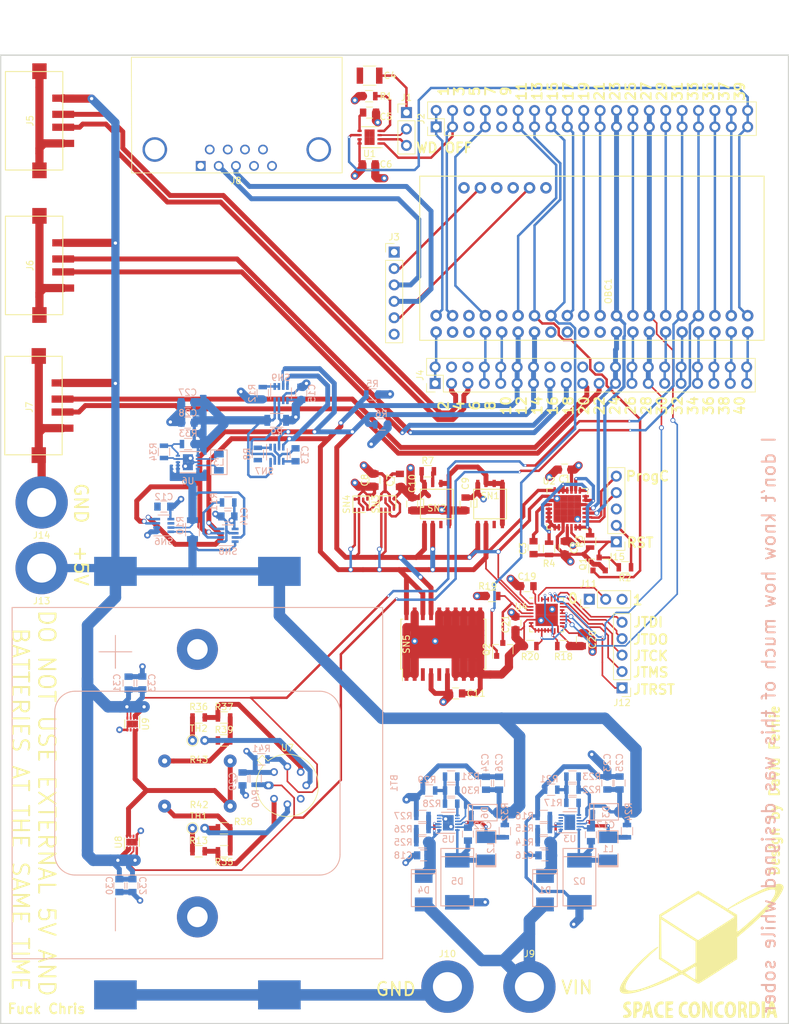
<source format=kicad_pcb>
(kicad_pcb (version 4) (host pcbnew 4.0.6)
  (layers (0 Front signal) (1 GND mixed) (2 3V3 mixed) (31 Back signal) (34 B.Paste user hide) (35 F.Paste user hide) (36 B.SilkS user) (37 F.SilkS user) (38 B.Mask user hide) (39 F.Mask user hide) (44 Edge.Cuts user))
  (net 0 "")
  (net 1 +BATT)
  (net 2 GND)
  (net 3 +3V3)
  (net 4 "Net-(C3-Pad1)")
  (net 5 "Net-(C4-Pad1)")
  (net 6 "Net-(C5-Pad1)")
  (net 7 "Net-(C16-Pad1)")
  (net 8 "Net-(C17-Pad1)")
  (net 9 "Net-(C17-Pad2)")
  (net 10 "Net-(C18-Pad1)")
  (net 11 "Net-(C22-Pad1)")
  (net 12 "Net-(C22-Pad2)")
  (net 13 VDD)
  (net 14 /Power/VCCP)
  (net 15 "Net-(J1-Pad2)")
  (net 16 "Net-(J2-Pad1)")
  (net 17 /~RESET)
  (net 18 "Net-(J2-Pad7)")
  (net 19 "Net-(J2-Pad11)")
  (net 20 /~MCU_Reset)
  (net 21 "Net-(J2-Pad17)")
  (net 22 "Net-(J2-Pad19)")
  (net 23 "Net-(J2-Pad21)")
  (net 24 /Serial0_MOSI)
  (net 25 "Net-(J2-Pad25)")
  (net 26 /Serial1_MISO)
  (net 27 "Net-(J2-Pad29)")
  (net 28 Heater2)
  (net 29 Heater1)
  (net 30 "Net-(J2-Pad35)")
  (net 31 "Net-(J2-Pad37)")
  (net 32 /Watchdog_pet)
  (net 33 "Net-(J3-Pad2)")
  (net 34 "Net-(J3-Pad5)")
  (net 35 "Net-(J4-Pad1)")
  (net 36 "Net-(J4-Pad7)")
  (net 37 "Net-(J4-Pad10)")
  (net 38 SCL0)
  (net 39 SDA0)
  (net 40 /Serial0_MISO)
  (net 41 "Net-(J4-Pad25)")
  (net 42 /Serial1_MOSI)
  (net 43 "Net-(J4-Pad29)")
  (net 44 "Net-(J4-Pad31)")
  (net 45 "Net-(J4-Pad33)")
  (net 46 "Net-(J4-Pad35)")
  (net 47 "Net-(J4-Pad37)")
  (net 48 "Net-(J4-Pad39)")
  (net 49 "Net-(J8-Pad1)")
  (net 50 "Net-(J8-Pad4)")
  (net 51 "Net-(J8-Pad5)")
  (net 52 "Net-(J8-Pad6)")
  (net 53 "Net-(J8-Pad7)")
  (net 54 "Net-(J8-Pad8)")
  (net 55 "Net-(J8-Pad9)")
  (net 56 /M4_BOOT)
  (net 57 /JTRST)
  (net 58 /JTMS)
  (net 59 /JTCK)
  (net 60 /JTDO)
  (net 61 /JTDI)
  (net 62 "Net-(L1-Pad2)")
  (net 63 "Net-(L2-Pad2)")
  (net 64 "Net-(L3-Pad1)")
  (net 65 "Net-(L3-Pad2)")
  (net 66 /ProgD)
  (net 67 /ProgC)
  (net 68 "Net-(Q2-Pad3)")
  (net 69 "Net-(R1-Pad2)")
  (net 70 "Net-(R3-Pad2)")
  (net 71 "Net-(R4-Pad1)")
  (net 72 "Net-(R7-Pad2)")
  (net 73 "Net-(R8-Pad1)")
  (net 74 VCC)
  (net 75 "Net-(R11-Pad1)")
  (net 76 "Net-(R12-Pad1)")
  (net 77 "Net-(R13-Pad2)")
  (net 78 "Net-(R14-Pad2)")
  (net 79 "Net-(R15-Pad2)")
  (net 80 "Net-(R17-Pad1)")
  (net 81 "Net-(R17-Pad2)")
  (net 82 "Net-(R18-Pad1)")
  (net 83 "Net-(R20-Pad1)")
  (net 84 "Net-(R25-Pad2)")
  (net 85 "Net-(R26-Pad2)")
  (net 86 "Net-(R28-Pad1)")
  (net 87 "Net-(R28-Pad2)")
  (net 88 "Net-(R33-Pad2)")
  (net 89 "Net-(R36-Pad2)")
  (net 90 "Net-(R38-Pad1)")
  (net 91 "Net-(R39-Pad1)")
  (net 92 "Net-(R42-Pad1)")
  (net 93 "Net-(SN1-Pad3)")
  (net 94 "Net-(SN2-Pad3)")
  (net 95 "Net-(SN5-Pad3)")
  (net 96 "Net-(SN5-Pad5)")
  (net 97 "Net-(U3-Pad4)")
  (net 98 "Net-(U3-Pad5)")
  (net 99 "Net-(U3-Pad8)")
  (net 100 "Net-(U5-Pad4)")
  (net 101 "Net-(U5-Pad5)")
  (net 102 "Net-(U5-Pad8)")
  (net 103 "Net-(U8-Pad6)")
  (net 104 "Net-(U9-Pad6)")
  (net 105 /DB_TX)
  (net 106 /DB_RX)
  (net 107 /USBA_D-)
  (net 108 /USBA_D+)
  (net 109 /USBB_D+)
  (net 110 /USBB_D-)
  (net 111 /USBC_D-)
  (net 112 /USBC_D+)
  (net 113 /PIC_RST)
  (net 114 /Arm_RST)
  (module USB_A_Board (layer Front) (at 14.710891 22.86 270)
    (fp_text reference J5 (at 0 -2.54 270) (layer F.SilkS))
    (fp_text value USB_A)
    (pad 1 smd rect (at -3.5 -7.68 270) (size 1.12 3.39) (layers Front F.Paste F.Mask) (net 1 +BATT))
    (pad 2 smd rect (at -1 -7.68 270) (size 1.12 3.39) (layers Front F.Paste F.Mask) (net 107 /USBA_D-))
    (pad 3 smd rect (at 1 -7.68 270) (size 1.12 3.39) (layers Front F.Paste F.Mask) (net 108 /USBA_D+))
    (pad 4 smd rect (at 3.5 -7.68 270) (size 1.12 3.39) (layers Front F.Paste F.Mask) (net 2 GND))
    (pad 5 smd rect (at 7.67 -4 270) (size 2.44 2.22) (layers Front F.Paste F.Mask) (net 2 GND))
    (pad 5 smd rect (at -7.67 -4 270) (size 2.44 2.22) (layers Front F.Paste F.Mask) (net 2 GND))
    (pad "" np_thru_hole circle (at -4.06 0 270) (size 1.1 1.1) (drill 1.1) (layers *.Cu *.Mask))
    (pad "" np_thru_hole circle (at 4.06 0 270) (size 1.1 1.1) (drill 1.1) (layers *.Cu *.Mask))
  )
  (module USB_A_Board (layer Front) (at 14.710891 45.243479 270)
    (fp_text reference J6 (at 0 -2.54 270) (layer F.SilkS))
    (fp_text value USB_A)
    (pad 1 smd rect (at -3.5 -7.68 270) (size 1.12 3.39) (layers Front F.Paste F.Mask) (net 1 +BATT))
    (pad 2 smd rect (at -1 -7.68 270) (size 1.12 3.39) (layers Front F.Paste F.Mask) (net 110 /USBB_D-))
    (pad 3 smd rect (at 1 -7.68 270) (size 1.12 3.39) (layers Front F.Paste F.Mask) (net 109 /USBB_D+))
    (pad 4 smd rect (at 3.5 -7.68 270) (size 1.12 3.39) (layers Front F.Paste F.Mask) (net 2 GND))
    (pad 5 smd rect (at 7.67 -4 270) (size 2.44 2.22) (layers Front F.Paste F.Mask) (net 2 GND))
    (pad 5 smd rect (at -7.67 -4 270) (size 2.44 2.22) (layers Front F.Paste F.Mask) (net 2 GND))
    (pad "" np_thru_hole circle (at -4.06 0 270) (size 1.1 1.1) (drill 1.1) (layers *.Cu *.Mask))
    (pad "" np_thru_hole circle (at 4.06 0 270) (size 1.1 1.1) (drill 1.1) (layers *.Cu *.Mask))
  )
  (module USB_A_Board (layer Front) (at 14.605 66.925 270)
    (fp_text reference J7 (at 0.25 -2.54 270) (layer F.SilkS))
    (fp_text value USB_A)
    (pad 1 smd rect (at -3.5 -7.68 270) (size 1.12 3.39) (layers Front F.Paste F.Mask) (net 1 +BATT))
    (pad 2 smd rect (at -1 -7.68 270) (size 1.12 3.39) (layers Front F.Paste F.Mask) (net 111 /USBC_D-))
    (pad 3 smd rect (at 1 -7.68 270) (size 1.12 3.39) (layers Front F.Paste F.Mask) (net 112 /USBC_D+))
    (pad 4 smd rect (at 3.5 -7.68 270) (size 1.12 3.39) (layers Front F.Paste F.Mask) (net 2 GND))
    (pad 5 smd rect (at 7.67 -4 270) (size 2.44 2.22) (layers Front F.Paste F.Mask) (net 2 GND))
    (pad 5 smd rect (at -7.67 -4 270) (size 2.44 2.22) (layers Front F.Paste F.Mask) (net 2 GND))
    (pad "" np_thru_hole circle (at -4.06 0 270) (size 1.1 1.1) (drill 1.1) (layers *.Cu *.Mask))
    (pad "" np_thru_hole circle (at 4.06 0 270) (size 1.1 1.1) (drill 1.1) (layers *.Cu *.Mask))
  )
  (module Housings_DFN_QFN:DFN-8-1EP_3x3mm_Pitch0.65mm (layer Front) (at 69.85 25.4 180)
    (fp_text reference U1 (at 0 -2.55 180) (layer F.SilkS))
    (fp_text value MAX16056)
    (pad 1 smd rect (at -1.55 -0.975 180) (size 0.65 0.35) (layers Front F.Paste F.Mask) (net 17 /~RESET))
    (pad 2 smd rect (at -1.55 -0.325 180) (size 0.65 0.35) (layers Front F.Paste F.Mask) (net 2 GND))
    (pad 3 smd rect (at -1.55 0.325 180) (size 0.65 0.35) (layers Front F.Paste F.Mask) (net 15 "Net-(J1-Pad2)"))
    (pad 4 smd rect (at -1.55 0.975 180) (size 0.65 0.35) (layers Front F.Paste F.Mask) (net 69 "Net-(R1-Pad2)"))
    (pad 5 smd rect (at 1.55 0.975 180) (size 0.65 0.35) (layers Front F.Paste F.Mask) (net 6 "Net-(C5-Pad1)"))
    (pad 6 smd rect (at 1.55 0.325 180) (size 0.65 0.35) (layers Front F.Paste F.Mask) (net 32 /Watchdog_pet))
    (pad 7 smd rect (at 1.55 -0.325 180) (size 0.65 0.35) (layers Front F.Paste F.Mask) (net 3 +3V3))
    (pad 8 smd rect (at 1.55 -0.975 180) (size 0.65 0.35) (layers Front F.Paste F.Mask) (net 3 +3V3))
    (pad 9 smd rect (at 0.3875 0.6 180) (size 0.775 1.2) (layers Front F.Paste F.Mask))
    (pad 9 smd rect (at 0.3875 -0.6 180) (size 0.775 1.2) (layers Front F.Paste F.Mask))
    (pad 9 smd rect (at -0.3875 0.6 180) (size 0.775 1.2) (layers Front F.Paste F.Mask))
    (pad 9 smd rect (at -0.3875 -0.6 180) (size 0.775 1.2) (layers Front F.Paste F.Mask))
  )
  (module Pin_Headers:Pin_Header_Straight_1x06_Pitch2.54mm (layer Front) (at 73.66 43.18)
    (fp_text reference J3 (at 0 -2.33) (layer F.SilkS))
    (fp_text value CONN_01X06)
    (pad 1 thru_hole rect (at 0 0) (size 1.7 1.7) (drill 1) (layers *.Cu *.Mask) (net 3 +3V3))
    (pad 2 thru_hole oval (at 0 2.54) (size 1.7 1.7) (drill 1) (layers *.Cu *.Mask) (net 33 "Net-(J3-Pad2)"))
    (pad 3 thru_hole oval (at 0 5.08) (size 1.7 1.7) (drill 1) (layers *.Cu *.Mask) (net 105 /DB_TX))
    (pad 4 thru_hole oval (at 0 7.62) (size 1.7 1.7) (drill 1) (layers *.Cu *.Mask) (net 106 /DB_RX))
    (pad 5 thru_hole oval (at 0 10.16) (size 1.7 1.7) (drill 1) (layers *.Cu *.Mask) (net 34 "Net-(J3-Pad5)"))
    (pad 6 thru_hole oval (at 0 12.7) (size 1.7 1.7) (drill 1) (layers *.Cu *.Mask) (net 2 GND))
  )
  (module aleksandr_footprints:Battery_Bracket_Small (layer Back) (at 43.18 125.349 270)
    (fp_text reference BT1 (at 0 -30.48 270) (layer B.SilkS) (effects (justify mirror)))
    (fp_text value Battery)
    (pad 1 smd rect (at -32.766 12.7 270) (size 4.5 6.6) (layers Back B.Paste B.Mask) (net 1 +BATT))
    (pad 1 smd rect (at -32.766 -12.7 270) (size 4.5 6.6) (layers Back B.Paste B.Mask) (net 1 +BATT))
    (pad 2 smd rect (at 32.766 12.7 270) (size 4.5 6.6) (layers Back B.Paste B.Mask) (net 2 GND))
    (pad 2 smd rect (at 32.766 -12.7 270) (size 4.5 6.6) (layers Back B.Paste B.Mask) (net 2 GND))
    (pad "" np_thru_hole circle (at -20.701 0 270) (size 6.35 6.35) (drill 3.175) (layers *.Cu *.Mask))
    (pad "" np_thru_hole circle (at 20.701 0 270) (size 6.35 6.35) (drill 3.175) (layers *.Cu *.Mask))
  )
  (module Capacitors_SMD:C_0805 (layer Front) (at 100.076 76.835 180)
    (fp_text reference C1 (at 0 -1.5 180) (layer F.SilkS))
    (fp_text value 0.1uF)
    (pad 1 smd rect (at -1 0 180) (size 1 1.25) (layers Front F.Paste F.Mask) (net 3 +3V3))
    (pad 2 smd rect (at 1 0 180) (size 1 1.25) (layers Front F.Paste F.Mask) (net 2 GND))
  )
  (module Capacitors_SMD:C_0805 (layer Front) (at 100.076 88.916 270)
    (fp_text reference C2 (at 0 -1.5 270) (layer F.SilkS))
    (fp_text value 0.1uF)
    (pad 1 smd rect (at -1 0 270) (size 1 1.25) (layers Front F.Paste F.Mask) (net 3 +3V3))
    (pad 2 smd rect (at 1 0 270) (size 1 1.25) (layers Front F.Paste F.Mask) (net 2 GND))
  )
  (module Capacitors_SMD:C_0805 (layer Front) (at 95.25 88.916 270)
    (fp_text reference C3 (at 0.127 1.651 270) (layer F.SilkS))
    (fp_text value 10uF)
    (pad 1 smd rect (at -1 0 270) (size 1 1.25) (layers Front F.Paste F.Mask) (net 4 "Net-(C3-Pad1)"))
    (pad 2 smd rect (at 1 0 270) (size 1 1.25) (layers Front F.Paste F.Mask) (net 2 GND))
  )
  (module Capacitors_SMD:C_1210 (layer Front) (at 69.85 15.875 180)
    (fp_text reference C4 (at -3.175 0 180) (layer F.SilkS))
    (fp_text value 18uF)
    (pad 1 smd rect (at -1.5 0 180) (size 1 2.5) (layers Front F.Paste F.Mask) (net 5 "Net-(C4-Pad1)"))
    (pad 2 smd rect (at 1.5 0 180) (size 1 2.5) (layers Front F.Paste F.Mask) (net 2 GND))
  )
  (module Capacitors_SMD:C_0805 (layer Front) (at 69.85 21.59)
    (fp_text reference C5 (at 2.54 0.635) (layer F.SilkS))
    (fp_text value 0.2uF)
    (pad 1 smd rect (at -1 0) (size 1 1.25) (layers Front F.Paste F.Mask) (net 6 "Net-(C5-Pad1)"))
    (pad 2 smd rect (at 1 0) (size 1 1.25) (layers Front F.Paste F.Mask) (net 2 GND))
  )
  (module Capacitors_SMD:C_0805 (layer Front) (at 69.739 29.591)
    (fp_text reference C6 (at 2.651 0) (layer F.SilkS))
    (fp_text value 0.1uF)
    (pad 1 smd rect (at -1 0) (size 1 1.25) (layers Front F.Paste F.Mask) (net 3 +3V3))
    (pad 2 smd rect (at 1 0) (size 1 1.25) (layers Front F.Paste F.Mask) (net 2 GND))
  )
  (module Capacitors_SMD:C_0805 (layer Front) (at 74.549 78.502 90)
    (fp_text reference C7 (at 0 -1.5 90) (layer F.SilkS))
    (fp_text value 0.1uF)
    (pad 1 smd rect (at -1 0 90) (size 1 1.25) (layers Front F.Paste F.Mask) (net 3 +3V3))
    (pad 2 smd rect (at 1 0 90) (size 1 1.25) (layers Front F.Paste F.Mask) (net 2 GND))
  )
  (module Capacitors_SMD:C_0805 (layer Front) (at 70.612 78.47 90)
    (fp_text reference C8 (at 0 -1.5 90) (layer F.SilkS))
    (fp_text value 0.1uF)
    (pad 1 smd rect (at -1 0 90) (size 1 1.25) (layers Front F.Paste F.Mask) (net 3 +3V3))
    (pad 2 smd rect (at 1 0 90) (size 1 1.25) (layers Front F.Paste F.Mask) (net 2 GND))
  )
  (module Capacitors_SMD:C_0805 (layer Front) (at 84.709 82.156252 270)
    (fp_text reference C9 (at -3.175 0 270) (layer F.SilkS))
    (fp_text value 0.1uF)
    (pad 1 smd rect (at -1 0 270) (size 1 1.25) (layers Front F.Paste F.Mask) (net 3 +3V3))
    (pad 2 smd rect (at 1 0 270) (size 1 1.25) (layers Front F.Paste F.Mask) (net 2 GND))
  )
  (module Capacitors_SMD:C_0805 (layer Front) (at 76.454 82.156252 270)
    (fp_text reference C10 (at -3.175 0 270) (layer F.SilkS))
    (fp_text value 0.1uF)
    (pad 1 smd rect (at -1 0 270) (size 1 1.25) (layers Front F.Paste F.Mask) (net 3 +3V3))
    (pad 2 smd rect (at 1 0 270) (size 1 1.25) (layers Front F.Paste F.Mask) (net 2 GND))
  )
  (module Capacitors_SMD:C_0805 (layer Front) (at 83.185 111.46599)
    (fp_text reference C11 (at 3.175 0) (layer F.SilkS))
    (fp_text value 0.1uF)
    (pad 1 smd rect (at -1 0) (size 1 1.25) (layers Front F.Paste F.Mask) (net 3 +3V3))
    (pad 2 smd rect (at 1 0) (size 1 1.25) (layers Front F.Paste F.Mask) (net 2 GND))
  )
  (module Capacitors_SMD:C_0805 (layer Back) (at 37.989 82.556108 180)
    (fp_text reference C12 (at 0 1.5 180) (layer B.SilkS) (effects (justify mirror)))
    (fp_text value 0.1uF)
    (pad 1 smd rect (at -1 0 180) (size 1 1.25) (layers Back B.Paste B.Mask) (net 3 +3V3))
    (pad 2 smd rect (at 1 0 180) (size 1 1.25) (layers Back B.Paste B.Mask) (net 2 GND))
  )
  (module Capacitors_SMD:C_0805 (layer Back) (at 58.381388 74.54182 90)
    (fp_text reference C13 (at 0 1.5 90) (layer B.SilkS) (effects (justify mirror)))
    (fp_text value 0.1uF)
    (pad 1 smd rect (at -1 0 90) (size 1 1.25) (layers Back B.Paste B.Mask) (net 3 +3V3))
    (pad 2 smd rect (at 1 0 90) (size 1 1.25) (layers Back B.Paste B.Mask) (net 2 GND))
  )
  (module Capacitors_SMD:C_0805 (layer Back) (at 47.895 84.080108 180)
    (fp_text reference C14 (at -2.524 0 450) (layer B.SilkS) (effects (justify mirror)))
    (fp_text value 0.1uF)
    (pad 1 smd rect (at -1 0 180) (size 1 1.25) (layers Back B.Paste B.Mask) (net 3 +3V3))
    (pad 2 smd rect (at 1 0 180) (size 1 1.25) (layers Back B.Paste B.Mask) (net 2 GND))
  )
  (module Capacitors_SMD:C_0805 (layer Back) (at 59.270388 65.03282 90)
    (fp_text reference C15 (at 0 1.651 90) (layer B.SilkS) (effects (justify mirror)))
    (fp_text value 0.1uF)
    (pad 1 smd rect (at -1 0 90) (size 1 1.25) (layers Back B.Paste B.Mask) (net 3 +3V3))
    (pad 2 smd rect (at 1 0 90) (size 1 1.25) (layers Back B.Paste B.Mask) (net 2 GND))
  )
  (module Capacitors_SMD:C_0805 (layer Back) (at 97.012 136.525 180)
    (fp_text reference C16 (at 3.159 0 180) (layer B.SilkS) (effects (justify mirror)))
    (fp_text value 10uF)
    (pad 1 smd rect (at -1 0 180) (size 1 1.25) (layers Back B.Paste B.Mask) (net 7 "Net-(C16-Pad1)"))
    (pad 2 smd rect (at 1 0 180) (size 1 1.25) (layers Back B.Paste B.Mask) (net 2 GND))
  )
  (module Capacitors_SMD:C_0805 (layer Back) (at 104.14 133.334 270)
    (fp_text reference C17 (at -1.508 -2.286 540) (layer B.SilkS) (effects (justify mirror)))
    (fp_text value 1uF)
    (pad 1 smd rect (at -1 0 270) (size 1 1.25) (layers Back B.Paste B.Mask) (net 8 "Net-(C17-Pad1)"))
    (pad 2 smd rect (at 1 0 270) (size 1 1.25) (layers Back B.Paste B.Mask) (net 9 "Net-(C17-Pad2)"))
  )
  (module Capacitors_SMD:C_0805 (layer Back) (at 78.216 136.525 180)
    (fp_text reference C18 (at 3.159 0 180) (layer B.SilkS) (effects (justify mirror)))
    (fp_text value 10uF)
    (pad 1 smd rect (at -1 0 180) (size 1 1.25) (layers Back B.Paste B.Mask) (net 10 "Net-(C18-Pad1)"))
    (pad 2 smd rect (at 1 0 180) (size 1 1.25) (layers Back B.Paste B.Mask) (net 2 GND))
  )
  (module Capacitors_SMD:C_0805 (layer Front) (at 94.234 94.869)
    (fp_text reference C19 (at 0 -1.5) (layer F.SilkS))
    (fp_text value 0.1uF)
    (pad 1 smd rect (at -1 0) (size 1 1.25) (layers Front F.Paste F.Mask) (net 3 +3V3))
    (pad 2 smd rect (at 1 0) (size 1 1.25) (layers Front F.Paste F.Mask) (net 2 GND))
  )
  (module Capacitors_SMD:C_0805 (layer Front) (at 102.743 103.14 270)
    (fp_text reference C20 (at -0.016 -1.651 270) (layer F.SilkS))
    (fp_text value 0.1uF)
    (pad 1 smd rect (at -1 0 270) (size 1 1.25) (layers Front F.Paste F.Mask) (net 3 +3V3))
    (pad 2 smd rect (at 1 0 270) (size 1 1.25) (layers Front F.Paste F.Mask) (net 2 GND))
  )
  (module Capacitors_SMD:C_0805 (layer Front) (at 92.456 100.6 270)
    (fp_text reference C21 (at 0.111 1.524 270) (layer F.SilkS))
    (fp_text value 0.1uF)
    (pad 1 smd rect (at -1 0 270) (size 1 1.25) (layers Front F.Paste F.Mask) (net 3 +3V3))
    (pad 2 smd rect (at 1 0 270) (size 1 1.25) (layers Front F.Paste F.Mask) (net 2 GND))
  )
  (module Capacitors_SMD:C_0805 (layer Back) (at 85.09 133.239 270)
    (fp_text reference C22 (at -1.286 -2.286 540) (layer B.SilkS) (effects (justify mirror)))
    (fp_text value 1uF)
    (pad 1 smd rect (at -1 0 270) (size 1 1.25) (layers Back B.Paste B.Mask) (net 11 "Net-(C22-Pad1)"))
    (pad 2 smd rect (at 1 0 270) (size 1 1.25) (layers Back B.Paste B.Mask) (net 12 "Net-(C22-Pad2)"))
  )
  (module Capacitors_SMD:C_0805 (layer Back) (at 106.68 125.333 90)
    (fp_text reference C23 (at 3.159 0 90) (layer B.SilkS) (effects (justify mirror)))
    (fp_text value 10uF)
    (pad 1 smd rect (at -1 0 90) (size 1 1.25) (layers Back B.Paste B.Mask) (net 1 +BATT))
    (pad 2 smd rect (at 1 0 90) (size 1 1.25) (layers Back B.Paste B.Mask) (net 2 GND))
  )
  (module Capacitors_SMD:C_0805 (layer Back) (at 87.884 125.365 90)
    (fp_text reference C24 (at 3.191 -0.127 90) (layer B.SilkS) (effects (justify mirror)))
    (fp_text value 10uF)
    (pad 1 smd rect (at -1 0 90) (size 1 1.25) (layers Back B.Paste B.Mask) (net 1 +BATT))
    (pad 2 smd rect (at 1 0 90) (size 1 1.25) (layers Back B.Paste B.Mask) (net 2 GND))
  )
  (module Capacitors_SMD:C_0805 (layer Back) (at 108.585 125.333 90)
    (fp_text reference C25 (at 3.159 0 90) (layer B.SilkS) (effects (justify mirror)))
    (fp_text value 100uF)
    (pad 1 smd rect (at -1 0 90) (size 1 1.25) (layers Back B.Paste B.Mask) (net 1 +BATT))
    (pad 2 smd rect (at 1 0 90) (size 1 1.25) (layers Back B.Paste B.Mask) (net 2 GND))
  )
  (module Capacitors_SMD:C_0805 (layer Back) (at 89.916 125.365 90)
    (fp_text reference C26 (at 3.191 0 90) (layer B.SilkS) (effects (justify mirror)))
    (fp_text value 100uF)
    (pad 1 smd rect (at -1 0 90) (size 1 1.25) (layers Back B.Paste B.Mask) (net 1 +BATT))
    (pad 2 smd rect (at 1 0 90) (size 1 1.25) (layers Back B.Paste B.Mask) (net 2 GND))
  )
  (module Capacitors_SMD:C_0805 (layer Back) (at 41.664833 66.404513 180)
    (fp_text reference C27 (at 0 1.5 180) (layer B.SilkS) (effects (justify mirror)))
    (fp_text value 22uF)
    (pad 1 smd rect (at -1 0 180) (size 1 1.25) (layers Back B.Paste B.Mask) (net 13 VDD))
    (pad 2 smd rect (at 1 0 180) (size 1 1.25) (layers Back B.Paste B.Mask) (net 2 GND))
  )
  (module Capacitors_SMD:C_0805 (layer Back) (at 41.696833 69.579513 180)
    (fp_text reference C28 (at 0 1.5 180) (layer B.SilkS) (effects (justify mirror)))
    (fp_text value 22uF)
    (pad 1 smd rect (at -1 0 180) (size 1 1.25) (layers Back B.Paste B.Mask) (net 13 VDD))
    (pad 2 smd rect (at 1 0 180) (size 1 1.25) (layers Back B.Paste B.Mask) (net 2 GND))
  )
  (module Capacitors_SMD:C_0805 (layer Back) (at 50.165 124.698 90)
    (fp_text reference C29 (at -0.397 -1.524 270) (layer B.SilkS) (effects (justify mirror)))
    (fp_text value 0.1uF)
    (pad 1 smd rect (at -1 0 90) (size 1 1.25) (layers Back B.Paste B.Mask) (net 2 GND))
    (pad 2 smd rect (at 1 0 90) (size 1 1.25) (layers Back B.Paste B.Mask) (net 3 +3V3))
  )
  (module Capacitors_SMD:C_0805 (layer Back) (at 31.089296 141.208 270)
    (fp_text reference C30 (at 0 1.5 270) (layer B.SilkS) (effects (justify mirror)))
    (fp_text value 0.1uF)
    (pad 1 smd rect (at -1 0 270) (size 1 1.25) (layers Back B.Paste B.Mask) (net 1 +BATT))
    (pad 2 smd rect (at 1 0 270) (size 1 1.25) (layers Back B.Paste B.Mask) (net 2 GND))
  )
  (module Capacitors_SMD:C_0805 (layer Back) (at 32.512 109.871 90)
    (fp_text reference C31 (at 0.016 -1.778 90) (layer B.SilkS) (effects (justify mirror)))
    (fp_text value 0.1uF)
    (pad 1 smd rect (at -1 0 90) (size 1 1.25) (layers Back B.Paste B.Mask) (net 1 +BATT))
    (pad 2 smd rect (at 1 0 90) (size 1 1.25) (layers Back B.Paste B.Mask) (net 2 GND))
  )
  (module Capacitors_SMD:C_0805 (layer Back) (at 33.121296 141.208 270)
    (fp_text reference C32 (at 0 -1.651 270) (layer B.SilkS) (effects (justify mirror)))
    (fp_text value 1uF)
    (pad 1 smd rect (at -1 0 270) (size 1 1.25) (layers Back B.Paste B.Mask) (net 1 +BATT))
    (pad 2 smd rect (at 1 0 270) (size 1 1.25) (layers Back B.Paste B.Mask) (net 2 GND))
  )
  (module Capacitors_SMD:C_0805 (layer Back) (at 34.653 109.844999 90)
    (fp_text reference C33 (at 0 1.5 90) (layer B.SilkS) (effects (justify mirror)))
    (fp_text value 1uF)
    (pad 1 smd rect (at -1 0 90) (size 1 1.25) (layers Back B.Paste B.Mask) (net 1 +BATT))
    (pad 2 smd rect (at 1 0 90) (size 1 1.25) (layers Back B.Paste B.Mask) (net 2 GND))
  )
  (module aleksandr_footprints:DO-214AA (layer Back) (at 97.028 141.91 270)
    (fp_text reference D1 (at 0 -0.005 540) (layer B.SilkS) (effects (justify mirror)))
    (fp_text value MBRS140)
    (pad 1 smd rect (at -2.21 0 270) (size 2.159 2.743) (layers Back B.Paste B.Mask) (net 7 "Net-(C16-Pad1)"))
    (pad 2 smd rect (at 2.21 0 270) (size 2.159 2.743) (layers Back B.Paste B.Mask) (net 14 /Power/VCCP))
  )
  (module aleksandr_footprints:SMC (layer Back) (at 102.362 140.537 270)
    (fp_text reference D2 (at 0 0 540) (layer B.SilkS) (effects (justify mirror)))
    (fp_text value MBRS340)
    (pad 1 smd rect (at -3.25 0 270) (size 2.25 3.79) (layers Back B.Paste B.Mask) (net 9 "Net-(C17-Pad2)"))
    (pad 2 smd rect (at 3.25 0 270) (size 2.25 3.79) (layers Back B.Paste B.Mask) (net 2 GND))
  )
  (module aleksandr_footprints:SOD-323FL (layer Back) (at 106.494 129.794)
    (fp_text reference D3 (at 0 0 270) (layer B.SilkS) (effects (justify mirror)))
    (fp_text value D)
    (pad 1 smd rect (at -2.1 0) (size 0.8 0.6) (layers Back B.Paste B.Mask) (net 8 "Net-(C17-Pad1)"))
    (pad 2 smd rect (at 2.1 0) (size 0.8 0.6) (layers Back B.Paste B.Mask) (net 1 +BATT))
  )
  (module aleksandr_footprints:DO-214AA (layer Back) (at 78.232 141.91 270)
    (fp_text reference D4 (at 0 0 540) (layer B.SilkS) (effects (justify mirror)))
    (fp_text value MBRS140)
    (pad 1 smd rect (at -2.21 0 270) (size 2.159 2.743) (layers Back B.Paste B.Mask) (net 10 "Net-(C18-Pad1)"))
    (pad 2 smd rect (at 2.21 0 270) (size 2.159 2.743) (layers Back B.Paste B.Mask) (net 14 /Power/VCCP))
  )
  (module aleksandr_footprints:SMC (layer Back) (at 83.439 140.537 270)
    (fp_text reference D5 (at 0 0 540) (layer B.SilkS) (effects (justify mirror)))
    (fp_text value MBRS340)
    (pad 1 smd rect (at -3.25 0 270) (size 2.25 3.79) (layers Back B.Paste B.Mask) (net 12 "Net-(C22-Pad2)"))
    (pad 2 smd rect (at 3.25 0 270) (size 2.25 3.79) (layers Back B.Paste B.Mask) (net 2 GND))
  )
  (module aleksandr_footprints:SOD-323FL (layer Back) (at 87.698 129.921)
    (fp_text reference D6 (at 0 0 270) (layer B.SilkS) (effects (justify mirror)))
    (fp_text value D)
    (pad 1 smd rect (at -2.1 0) (size 0.8 0.6) (layers Back B.Paste B.Mask) (net 11 "Net-(C22-Pad1)"))
    (pad 2 smd rect (at 2.1 0) (size 0.8 0.6) (layers Back B.Paste B.Mask) (net 1 +BATT))
  )
  (module Pin_Headers:Pin_Header_Straight_1x03_Pitch2.54mm (layer Front) (at 75.565 21.59)
    (fp_text reference J1 (at 0 -2.33) (layer F.SilkS))
    (fp_text value CONN_01X03_MALE)
    (pad 1 thru_hole rect (at 0 0) (size 1.7 1.7) (drill 1) (layers *.Cu *.Mask) (net 5 "Net-(C4-Pad1)"))
    (pad 2 thru_hole oval (at 0 2.54) (size 1.7 1.7) (drill 1) (layers *.Cu *.Mask) (net 15 "Net-(J1-Pad2)"))
    (pad 3 thru_hole oval (at 0 5.08) (size 1.7 1.7) (drill 1) (layers *.Cu *.Mask) (net 2 GND))
  )
  (module Pin_Headers:Pin_Header_Straight_2x20_Pitch2.54mm (layer Front) (at 80.16616 23.806452 90)
    (fp_text reference J2 (at 1.27 -2.33 90) (layer F.SilkS))
    (fp_text value CONN_02X20)
    (pad 1 thru_hole rect (at 0 0 90) (size 1.7 1.7) (drill 1) (layers *.Cu *.Mask) (net 16 "Net-(J2-Pad1)"))
    (pad 2 thru_hole oval (at 2.54 0 90) (size 1.7 1.7) (drill 1) (layers *.Cu *.Mask) (net 16 "Net-(J2-Pad1)"))
    (pad 3 thru_hole oval (at 0 2.54 90) (size 1.7 1.7) (drill 1) (layers *.Cu *.Mask) (net 17 /~RESET))
    (pad 4 thru_hole oval (at 2.54 2.54 90) (size 1.7 1.7) (drill 1) (layers *.Cu *.Mask) (net 17 /~RESET))
    (pad 5 thru_hole oval (at 0 5.08 90) (size 1.7 1.7) (drill 1) (layers *.Cu *.Mask) (net 3 +3V3))
    (pad 6 thru_hole oval (at 2.54 5.08 90) (size 1.7 1.7) (drill 1) (layers *.Cu *.Mask) (net 3 +3V3))
    (pad 7 thru_hole oval (at 0 7.62 90) (size 1.7 1.7) (drill 1) (layers *.Cu *.Mask) (net 18 "Net-(J2-Pad7)"))
    (pad 8 thru_hole oval (at 2.54 7.62 90) (size 1.7 1.7) (drill 1) (layers *.Cu *.Mask) (net 18 "Net-(J2-Pad7)"))
    (pad 9 thru_hole oval (at 0 10.16 90) (size 1.7 1.7) (drill 1) (layers *.Cu *.Mask) (net 2 GND))
    (pad 10 thru_hole oval (at 2.54 10.16 90) (size 1.7 1.7) (drill 1) (layers *.Cu *.Mask) (net 2 GND))
    (pad 11 thru_hole oval (at 0 12.7 90) (size 1.7 1.7) (drill 1) (layers *.Cu *.Mask) (net 19 "Net-(J2-Pad11)"))
    (pad 12 thru_hole oval (at 2.54 12.7 90) (size 1.7 1.7) (drill 1) (layers *.Cu *.Mask) (net 19 "Net-(J2-Pad11)"))
    (pad 13 thru_hole oval (at 0 15.24 90) (size 1.7 1.7) (drill 1) (layers *.Cu *.Mask) (net 113 /PIC_RST))
    (pad 14 thru_hole oval (at 2.54 15.24 90) (size 1.7 1.7) (drill 1) (layers *.Cu *.Mask) (net 113 /PIC_RST))
    (pad 15 thru_hole oval (at 0 17.78 90) (size 1.7 1.7) (drill 1) (layers *.Cu *.Mask) (net 114 /Arm_RST))
    (pad 16 thru_hole oval (at 2.54 17.78 90) (size 1.7 1.7) (drill 1) (layers *.Cu *.Mask) (net 114 /Arm_RST))
    (pad 17 thru_hole oval (at 0 20.32 90) (size 1.7 1.7) (drill 1) (layers *.Cu *.Mask) (net 21 "Net-(J2-Pad17)"))
    (pad 18 thru_hole oval (at 2.54 20.32 90) (size 1.7 1.7) (drill 1) (layers *.Cu *.Mask) (net 21 "Net-(J2-Pad17)"))
    (pad 19 thru_hole oval (at 0 22.86 90) (size 1.7 1.7) (drill 1) (layers *.Cu *.Mask) (net 22 "Net-(J2-Pad19)"))
    (pad 20 thru_hole oval (at 2.54 22.86 90) (size 1.7 1.7) (drill 1) (layers *.Cu *.Mask) (net 22 "Net-(J2-Pad19)"))
    (pad 21 thru_hole oval (at 0 25.4 90) (size 1.7 1.7) (drill 1) (layers *.Cu *.Mask) (net 23 "Net-(J2-Pad21)"))
    (pad 22 thru_hole oval (at 2.54 25.4 90) (size 1.7 1.7) (drill 1) (layers *.Cu *.Mask) (net 23 "Net-(J2-Pad21)"))
    (pad 23 thru_hole oval (at 0 27.94 90) (size 1.7 1.7) (drill 1) (layers *.Cu *.Mask) (net 24 /Serial0_MOSI))
    (pad 24 thru_hole oval (at 2.54 27.94 90) (size 1.7 1.7) (drill 1) (layers *.Cu *.Mask) (net 24 /Serial0_MOSI))
    (pad 25 thru_hole oval (at 0 30.48 90) (size 1.7 1.7) (drill 1) (layers *.Cu *.Mask) (net 25 "Net-(J2-Pad25)"))
    (pad 26 thru_hole oval (at 2.54 30.48 90) (size 1.7 1.7) (drill 1) (layers *.Cu *.Mask) (net 25 "Net-(J2-Pad25)"))
    (pad 27 thru_hole oval (at 0 33.02 90) (size 1.7 1.7) (drill 1) (layers *.Cu *.Mask) (net 26 /Serial1_MISO))
    (pad 28 thru_hole oval (at 2.54 33.02 90) (size 1.7 1.7) (drill 1) (layers *.Cu *.Mask) (net 26 /Serial1_MISO))
    (pad 29 thru_hole oval (at 0 35.56 90) (size 1.7 1.7) (drill 1) (layers *.Cu *.Mask) (net 27 "Net-(J2-Pad29)"))
    (pad 30 thru_hole oval (at 2.54 35.56 90) (size 1.7 1.7) (drill 1) (layers *.Cu *.Mask) (net 27 "Net-(J2-Pad29)"))
    (pad 31 thru_hole oval (at 0 38.1 90) (size 1.7 1.7) (drill 1) (layers *.Cu *.Mask) (net 28 Heater2))
    (pad 32 thru_hole oval (at 2.54 38.1 90) (size 1.7 1.7) (drill 1) (layers *.Cu *.Mask) (net 28 Heater2))
    (pad 33 thru_hole oval (at 0 40.64 90) (size 1.7 1.7) (drill 1) (layers *.Cu *.Mask) (net 29 Heater1))
    (pad 34 thru_hole oval (at 2.54 40.64 90) (size 1.7 1.7) (drill 1) (layers *.Cu *.Mask) (net 29 Heater1))
    (pad 35 thru_hole oval (at 0 43.18 90) (size 1.7 1.7) (drill 1) (layers *.Cu *.Mask) (net 30 "Net-(J2-Pad35)"))
    (pad 36 thru_hole oval (at 2.54 43.18 90) (size 1.7 1.7) (drill 1) (layers *.Cu *.Mask) (net 30 "Net-(J2-Pad35)"))
    (pad 37 thru_hole oval (at 0 45.72 90) (size 1.7 1.7) (drill 1) (layers *.Cu *.Mask) (net 31 "Net-(J2-Pad37)"))
    (pad 38 thru_hole oval (at 2.54 45.72 90) (size 1.7 1.7) (drill 1) (layers *.Cu *.Mask) (net 31 "Net-(J2-Pad37)"))
    (pad 39 thru_hole oval (at 0 48.26 90) (size 1.7 1.7) (drill 1) (layers *.Cu *.Mask) (net 32 /Watchdog_pet))
    (pad 40 thru_hole oval (at 2.54 48.26 90) (size 1.7 1.7) (drill 1) (layers *.Cu *.Mask) (net 32 /Watchdog_pet))
  )
  (module Pin_Headers:Pin_Header_Straight_2x20_Pitch2.54mm (layer Front) (at 80.01 63.5 90)
    (fp_text reference J4 (at 1.27 -2.33 90) (layer F.SilkS))
    (fp_text value CONN_02X20)
    (pad 1 thru_hole rect (at 0 0 90) (size 1.7 1.7) (drill 1) (layers *.Cu *.Mask) (net 35 "Net-(J4-Pad1)"))
    (pad 2 thru_hole oval (at 2.54 0 90) (size 1.7 1.7) (drill 1) (layers *.Cu *.Mask) (net 35 "Net-(J4-Pad1)"))
    (pad 3 thru_hole oval (at 0 2.54 90) (size 1.7 1.7) (drill 1) (layers *.Cu *.Mask) (net 107 /USBA_D-))
    (pad 4 thru_hole oval (at 2.54 2.54 90) (size 1.7 1.7) (drill 1) (layers *.Cu *.Mask) (net 107 /USBA_D-))
    (pad 5 thru_hole oval (at 0 5.08 90) (size 1.7 1.7) (drill 1) (layers *.Cu *.Mask) (net 108 /USBA_D+))
    (pad 6 thru_hole oval (at 2.54 5.08 90) (size 1.7 1.7) (drill 1) (layers *.Cu *.Mask) (net 108 /USBA_D+))
    (pad 7 thru_hole oval (at 0 7.62 90) (size 1.7 1.7) (drill 1) (layers *.Cu *.Mask) (net 36 "Net-(J4-Pad7)"))
    (pad 8 thru_hole oval (at 2.54 7.62 90) (size 1.7 1.7) (drill 1) (layers *.Cu *.Mask) (net 36 "Net-(J4-Pad7)"))
    (pad 9 thru_hole oval (at 0 10.16 90) (size 1.7 1.7) (drill 1) (layers *.Cu *.Mask) (net 37 "Net-(J4-Pad10)"))
    (pad 10 thru_hole oval (at 2.54 10.16 90) (size 1.7 1.7) (drill 1) (layers *.Cu *.Mask) (net 37 "Net-(J4-Pad10)"))
    (pad 11 thru_hole oval (at 0 12.7 90) (size 1.7 1.7) (drill 1) (layers *.Cu *.Mask) (net 38 SCL0))
    (pad 12 thru_hole oval (at 2.54 12.7 90) (size 1.7 1.7) (drill 1) (layers *.Cu *.Mask) (net 38 SCL0))
    (pad 13 thru_hole oval (at 0 15.24 90) (size 1.7 1.7) (drill 1) (layers *.Cu *.Mask) (net 39 SDA0))
    (pad 14 thru_hole oval (at 2.54 15.24 90) (size 1.7 1.7) (drill 1) (layers *.Cu *.Mask) (net 39 SDA0))
    (pad 15 thru_hole oval (at 0 17.78 90) (size 1.7 1.7) (drill 1) (layers *.Cu *.Mask) (net 109 /USBB_D+))
    (pad 16 thru_hole oval (at 2.54 17.78 90) (size 1.7 1.7) (drill 1) (layers *.Cu *.Mask) (net 109 /USBB_D+))
    (pad 17 thru_hole oval (at 0 20.32 90) (size 1.7 1.7) (drill 1) (layers *.Cu *.Mask) (net 110 /USBB_D-))
    (pad 18 thru_hole oval (at 2.54 20.32 90) (size 1.7 1.7) (drill 1) (layers *.Cu *.Mask) (net 110 /USBB_D-))
    (pad 19 thru_hole oval (at 0 22.86 90) (size 1.7 1.7) (drill 1) (layers *.Cu *.Mask) (net 111 /USBC_D-))
    (pad 20 thru_hole oval (at 2.54 22.86 90) (size 1.7 1.7) (drill 1) (layers *.Cu *.Mask) (net 111 /USBC_D-))
    (pad 21 thru_hole oval (at 0 25.4 90) (size 1.7 1.7) (drill 1) (layers *.Cu *.Mask) (net 112 /USBC_D+))
    (pad 22 thru_hole oval (at 2.54 25.4 90) (size 1.7 1.7) (drill 1) (layers *.Cu *.Mask) (net 112 /USBC_D+))
    (pad 23 thru_hole oval (at 0 27.94 90) (size 1.7 1.7) (drill 1) (layers *.Cu *.Mask) (net 40 /Serial0_MISO))
    (pad 24 thru_hole oval (at 2.54 27.94 90) (size 1.7 1.7) (drill 1) (layers *.Cu *.Mask) (net 40 /Serial0_MISO))
    (pad 25 thru_hole oval (at 0 30.48 90) (size 1.7 1.7) (drill 1) (layers *.Cu *.Mask) (net 41 "Net-(J4-Pad25)"))
    (pad 26 thru_hole oval (at 2.54 30.48 90) (size 1.7 1.7) (drill 1) (layers *.Cu *.Mask) (net 41 "Net-(J4-Pad25)"))
    (pad 27 thru_hole oval (at 0 33.02 90) (size 1.7 1.7) (drill 1) (layers *.Cu *.Mask) (net 42 /Serial1_MOSI))
    (pad 28 thru_hole oval (at 2.54 33.02 90) (size 1.7 1.7) (drill 1) (layers *.Cu *.Mask) (net 42 /Serial1_MOSI))
    (pad 29 thru_hole oval (at 0 35.56 90) (size 1.7 1.7) (drill 1) (layers *.Cu *.Mask) (net 43 "Net-(J4-Pad29)"))
    (pad 30 thru_hole oval (at 2.54 35.56 90) (size 1.7 1.7) (drill 1) (layers *.Cu *.Mask) (net 43 "Net-(J4-Pad29)"))
    (pad 31 thru_hole oval (at 0 38.1 90) (size 1.7 1.7) (drill 1) (layers *.Cu *.Mask) (net 44 "Net-(J4-Pad31)"))
    (pad 32 thru_hole oval (at 2.54 38.1 90) (size 1.7 1.7) (drill 1) (layers *.Cu *.Mask) (net 44 "Net-(J4-Pad31)"))
    (pad 33 thru_hole oval (at 0 40.64 90) (size 1.7 1.7) (drill 1) (layers *.Cu *.Mask) (net 45 "Net-(J4-Pad33)"))
    (pad 34 thru_hole oval (at 2.54 40.64 90) (size 1.7 1.7) (drill 1) (layers *.Cu *.Mask) (net 45 "Net-(J4-Pad33)"))
    (pad 35 thru_hole oval (at 0 43.18 90) (size 1.7 1.7) (drill 1) (layers *.Cu *.Mask) (net 46 "Net-(J4-Pad35)"))
    (pad 36 thru_hole oval (at 2.54 43.18 90) (size 1.7 1.7) (drill 1) (layers *.Cu *.Mask) (net 46 "Net-(J4-Pad35)"))
    (pad 37 thru_hole oval (at 0 45.72 90) (size 1.7 1.7) (drill 1) (layers *.Cu *.Mask) (net 47 "Net-(J4-Pad37)"))
    (pad 38 thru_hole oval (at 2.54 45.72 90) (size 1.7 1.7) (drill 1) (layers *.Cu *.Mask) (net 47 "Net-(J4-Pad37)"))
    (pad 39 thru_hole oval (at 0 48.26 90) (size 1.7 1.7) (drill 1) (layers *.Cu *.Mask) (net 48 "Net-(J4-Pad39)"))
    (pad 40 thru_hole oval (at 2.54 48.26 90) (size 1.7 1.7) (drill 1) (layers *.Cu *.Mask) (net 48 "Net-(J4-Pad39)"))
  )
  (module Connect:DB9FC (layer Front) (at 43.69 29.845)
    (fp_text reference J8 (at 5.46 2.28) (layer F.SilkS))
    (fp_text value DB9_FEMALE)
    (pad "" thru_hole circle (at 18.29 -2.54) (size 3.81 3.81) (drill 3.05) (layers *.Cu *.Mask))
    (pad "" thru_hole circle (at -7.11 -2.54) (size 3.81 3.81) (drill 3.05) (layers *.Cu *.Mask))
    (pad 1 thru_hole rect (at 0 0) (size 1.52 1.52) (drill 1.02) (layers *.Cu *.Mask) (net 49 "Net-(J8-Pad1)"))
    (pad 2 thru_hole circle (at 2.79 0) (size 1.52 1.52) (drill 1.02) (layers *.Cu *.Mask) (net 105 /DB_TX))
    (pad 3 thru_hole circle (at 5.46 0) (size 1.52 1.52) (drill 1.02) (layers *.Cu *.Mask) (net 106 /DB_RX))
    (pad 4 thru_hole circle (at 8.26 0) (size 1.52 1.52) (drill 1.02) (layers *.Cu *.Mask) (net 50 "Net-(J8-Pad4)"))
    (pad 5 thru_hole circle (at 11.05 0) (size 1.52 1.52) (drill 1.02) (layers *.Cu *.Mask) (net 51 "Net-(J8-Pad5)"))
    (pad 6 thru_hole circle (at 1.4 -2.54) (size 1.52 1.52) (drill 1.02) (layers *.Cu *.Mask) (net 52 "Net-(J8-Pad6)"))
    (pad 7 thru_hole circle (at 4.19 -2.54) (size 1.52 1.52) (drill 1.02) (layers *.Cu *.Mask) (net 53 "Net-(J8-Pad7)"))
    (pad 8 thru_hole circle (at 6.86 -2.54) (size 1.52 1.52) (drill 1.02) (layers *.Cu *.Mask) (net 54 "Net-(J8-Pad8)"))
    (pad 9 thru_hole circle (at 9.65 -2.54) (size 1.52 1.52) (drill 1.02) (layers *.Cu *.Mask) (net 55 "Net-(J8-Pad9)"))
  )
  (module aleksandr_footprints:4.19Banana (layer Front) (at 94.615 156.845 180)
    (fp_text reference J9 (at 0 5.08 180) (layer F.SilkS))
    (fp_text value 4.19mmBananaJack)
    (pad 1 thru_hole circle (at 0 0 180) (size 8.1 8.1) (drill 4.5) (layers *.Cu *.Mask) (net 14 /Power/VCCP))
  )
  (module aleksandr_footprints:4.19Banana (layer Front) (at 81.915 156.845 180)
    (fp_text reference J10 (at 0 5.08 180) (layer F.SilkS))
    (fp_text value 4.19mmBananaJack)
    (pad 1 thru_hole circle (at 0 0 180) (size 8.1 8.1) (drill 4.5) (layers *.Cu *.Mask) (net 2 GND))
  )
  (module Pin_Headers:Pin_Header_Straight_1x03_Pitch2.54mm (layer Front) (at 103.886 96.901 90)
    (fp_text reference J11 (at 2.413 -0.127 180) (layer F.SilkS))
    (fp_text value CONN_01X03_MALE)
    (pad 1 thru_hole rect (at 0 0 90) (size 1.7 1.7) (drill 1) (layers *.Cu *.Mask) (net 2 GND))
    (pad 2 thru_hole oval (at 0 2.54 90) (size 1.7 1.7) (drill 1) (layers *.Cu *.Mask) (net 56 /M4_BOOT))
    (pad 3 thru_hole oval (at 0 5.08 90) (size 1.7 1.7) (drill 1) (layers *.Cu *.Mask) (net 3 +3V3))
  )
  (module Pin_Headers:Pin_Header_Straight_1x05_Pitch2.54mm (layer Front) (at 108.966 110.617 180)
    (fp_text reference J12 (at 0 -2.286 180) (layer F.SilkS))
    (fp_text value CONN_01X05)
    (pad 1 thru_hole rect (at 0 0 180) (size 1.7 1.7) (drill 1) (layers *.Cu *.Mask) (net 57 /JTRST))
    (pad 2 thru_hole oval (at 0 2.54 180) (size 1.7 1.7) (drill 1) (layers *.Cu *.Mask) (net 58 /JTMS))
    (pad 3 thru_hole oval (at 0 5.08 180) (size 1.7 1.7) (drill 1) (layers *.Cu *.Mask) (net 59 /JTCK))
    (pad 4 thru_hole oval (at 0 7.62 180) (size 1.7 1.7) (drill 1) (layers *.Cu *.Mask) (net 60 /JTDO))
    (pad 5 thru_hole oval (at 0 10.16 180) (size 1.7 1.7) (drill 1) (layers *.Cu *.Mask) (net 61 /JTDI))
  )
  (module aleksandr_footprints:4.19Banana (layer Front) (at 19.05 92.075)
    (fp_text reference J13 (at 0 5.08) (layer F.SilkS))
    (fp_text value 4.19mmBananaJack)
    (pad 1 thru_hole circle (at 0 0) (size 8.1 8.1) (drill 4.5) (layers *.Cu *.Mask) (net 1 +BATT))
  )
  (module aleksandr_footprints:4.19Banana (layer Front) (at 19.05 81.915)
    (fp_text reference J14 (at 0 5.08) (layer F.SilkS))
    (fp_text value 4.19mmBananaJack)
    (pad 1 thru_hole circle (at 0 0) (size 8.1 8.1) (drill 4.5) (layers *.Cu *.Mask) (net 2 GND))
  )
  (module SMD_Packages:SMD-1210_Pol (layer Back) (at 106.807 135.509 90)
    (fp_text reference L1 (at 0 0 360) (layer B.SilkS) (effects (justify mirror)))
    (fp_text value 6.8uH)
    (pad 1 smd rect (at -1.778 0 90) (size 1.778 2.794) (layers Back B.Paste B.Mask) (net 9 "Net-(C17-Pad2)"))
    (pad 2 smd rect (at 1.778 0 90) (size 1.778 2.794) (layers Back B.Paste B.Mask) (net 62 "Net-(L1-Pad2)"))
  )
  (module SMD_Packages:SMD-1210_Pol (layer Back) (at 87.884 135.509 90)
    (fp_text reference L2 (at 0.127 0.762 90) (layer B.SilkS) (effects (justify mirror)))
    (fp_text value 6.8uH)
    (pad 1 smd rect (at -1.778 0 90) (size 1.778 2.794) (layers Back B.Paste B.Mask) (net 12 "Net-(C22-Pad2)"))
    (pad 2 smd rect (at 1.778 0 90) (size 1.778 2.794) (layers Back B.Paste B.Mask) (net 63 "Net-(L2-Pad2)"))
  )
  (module aleksandr_footprints:SMD-1008 (layer Back) (at 46.506833 75.695513 90)
    (fp_text reference L3 (at 0 0 360) (layer B.SilkS) (effects (justify mirror)))
    (fp_text value 1.5uH)
    (pad 1 smd rect (at -1.25 0 90) (size 1 1.5) (layers Back B.Paste B.Mask) (net 64 "Net-(L3-Pad1)"))
    (pad 2 smd rect (at 1.25 0 90) (size 1 1.5) (layers Back B.Paste B.Mask) (net 65 "Net-(L3-Pad2)"))
  )
  (module aleksandr_footprints:Arietta_G25 (layer Front) (at 128.42616 55.556452 90)
    (fp_text reference OBC1 (at 6.35 -21.59 90) (layer F.SilkS))
    (fp_text value Arietta_G25)
    (pad 1 thru_hole circle (at 2.54 -48.26 90) (size 1.778 1.778) (drill 0.9652) (layers *.Cu *.Mask) (net 16 "Net-(J2-Pad1)"))
    (pad 2 thru_hole circle (at 0 -48.26 90) (size 1.778 1.778) (drill 0.9652) (layers *.Cu *.Mask) (net 35 "Net-(J4-Pad1)"))
    (pad 3 thru_hole circle (at 2.54 -45.72 90) (size 1.778 1.778) (drill 0.9652) (layers *.Cu *.Mask) (net 17 /~RESET))
    (pad 4 thru_hole circle (at 0 -45.72 90) (size 1.778 1.778) (drill 0.9652) (layers *.Cu *.Mask) (net 107 /USBA_D-))
    (pad 5 thru_hole circle (at 2.54 -43.18 90) (size 1.778 1.778) (drill 0.9652) (layers *.Cu *.Mask) (net 3 +3V3))
    (pad 6 thru_hole circle (at 0 -43.18 90) (size 1.778 1.778) (drill 0.9652) (layers *.Cu *.Mask) (net 108 /USBA_D+))
    (pad 7 thru_hole circle (at 2.54 -40.64 90) (size 1.778 1.778) (drill 0.9652) (layers *.Cu *.Mask) (net 18 "Net-(J2-Pad7)"))
    (pad 8 thru_hole circle (at 0 -40.64 90) (size 1.778 1.778) (drill 0.9652) (layers *.Cu *.Mask) (net 36 "Net-(J4-Pad7)"))
    (pad 9 thru_hole circle (at 2.54 -38.1 90) (size 1.778 1.778) (drill 0.9652) (layers *.Cu *.Mask) (net 2 GND))
    (pad 10 thru_hole circle (at 0 -38.1 90) (size 1.778 1.778) (drill 0.9652) (layers *.Cu *.Mask) (net 37 "Net-(J4-Pad10)"))
    (pad 11 thru_hole circle (at 2.54 -35.56 90) (size 1.778 1.778) (drill 0.9652) (layers *.Cu *.Mask) (net 19 "Net-(J2-Pad11)"))
    (pad 12 thru_hole circle (at 0 -35.56 90) (size 1.778 1.778) (drill 0.9652) (layers *.Cu *.Mask) (net 38 SCL0))
    (pad 13 thru_hole circle (at 2.54 -33.02 90) (size 1.778 1.778) (drill 0.9652) (layers *.Cu *.Mask) (net 113 /PIC_RST))
    (pad 14 thru_hole circle (at 0 -33.02 90) (size 1.778 1.778) (drill 0.9652) (layers *.Cu *.Mask) (net 39 SDA0))
    (pad 15 thru_hole circle (at 2.54 -30.48 90) (size 1.778 1.778) (drill 0.9652) (layers *.Cu *.Mask) (net 114 /Arm_RST))
    (pad 16 thru_hole circle (at 0 -30.48 90) (size 1.778 1.778) (drill 0.9652) (layers *.Cu *.Mask) (net 109 /USBB_D+))
    (pad 17 thru_hole circle (at 2.54 -27.94 90) (size 1.778 1.778) (drill 0.9652) (layers *.Cu *.Mask) (net 21 "Net-(J2-Pad17)"))
    (pad 18 thru_hole circle (at 0 -27.94 90) (size 1.778 1.778) (drill 0.9652) (layers *.Cu *.Mask) (net 110 /USBB_D-))
    (pad 19 thru_hole circle (at 2.54 -25.4 90) (size 1.778 1.778) (drill 0.9652) (layers *.Cu *.Mask) (net 22 "Net-(J2-Pad19)"))
    (pad 20 thru_hole circle (at 0 -25.4 90) (size 1.778 1.778) (drill 0.9652) (layers *.Cu *.Mask) (net 111 /USBC_D-))
    (pad 21 thru_hole circle (at 2.54 -22.86 90) (size 1.778 1.778) (drill 0.9652) (layers *.Cu *.Mask) (net 23 "Net-(J2-Pad21)"))
    (pad 22 thru_hole circle (at 0 -22.86 90) (size 1.778 1.778) (drill 0.9652) (layers *.Cu *.Mask) (net 112 /USBC_D+))
    (pad 23 thru_hole circle (at 2.54 -20.32 90) (size 1.778 1.778) (drill 0.9652) (layers *.Cu *.Mask) (net 24 /Serial0_MOSI))
    (pad 24 thru_hole circle (at 0 -20.32 90) (size 1.778 1.778) (drill 0.9652) (layers *.Cu *.Mask) (net 40 /Serial0_MISO))
    (pad 25 thru_hole circle (at 2.54 -17.78 90) (size 1.778 1.778) (drill 0.9652) (layers *.Cu *.Mask) (net 25 "Net-(J2-Pad25)"))
    (pad 26 thru_hole circle (at 0 -17.78 90) (size 1.778 1.778) (drill 0.9652) (layers *.Cu *.Mask) (net 41 "Net-(J4-Pad25)"))
    (pad 27 thru_hole circle (at 2.54 -15.24 90) (size 1.778 1.778) (drill 0.9652) (layers *.Cu *.Mask) (net 26 /Serial1_MISO))
    (pad 28 thru_hole circle (at 0 -15.24 90) (size 1.778 1.778) (drill 0.9652) (layers *.Cu *.Mask) (net 42 /Serial1_MOSI))
    (pad 29 thru_hole circle (at 2.54 -12.7 90) (size 1.778 1.778) (drill 0.9652) (layers *.Cu *.Mask) (net 27 "Net-(J2-Pad29)"))
    (pad 30 thru_hole circle (at 0 -12.7 90) (size 1.778 1.778) (drill 0.9652) (layers *.Cu *.Mask) (net 43 "Net-(J4-Pad29)"))
    (pad 31 thru_hole circle (at 2.54 -10.16 90) (size 1.778 1.778) (drill 0.9652) (layers *.Cu *.Mask) (net 28 Heater2))
    (pad 32 thru_hole circle (at 0 -10.16 90) (size 1.778 1.778) (drill 0.9652) (layers *.Cu *.Mask) (net 44 "Net-(J4-Pad31)"))
    (pad 33 thru_hole circle (at 2.54 -7.62 90) (size 1.778 1.778) (drill 0.9652) (layers *.Cu *.Mask) (net 29 Heater1))
    (pad 34 thru_hole circle (at 0 -7.62 90) (size 1.778 1.778) (drill 0.9652) (layers *.Cu *.Mask) (net 45 "Net-(J4-Pad33)"))
    (pad 35 thru_hole circle (at 2.54 -5.08 90) (size 1.778 1.778) (drill 0.9652) (layers *.Cu *.Mask) (net 30 "Net-(J2-Pad35)"))
    (pad 36 thru_hole circle (at 0 -5.08 90) (size 1.778 1.778) (drill 0.9652) (layers *.Cu *.Mask) (net 46 "Net-(J4-Pad35)"))
    (pad 37 thru_hole circle (at 2.54 -2.54 90) (size 1.778 1.778) (drill 0.9652) (layers *.Cu *.Mask) (net 31 "Net-(J2-Pad37)"))
    (pad 38 thru_hole circle (at 0 -2.54 90) (size 1.778 1.778) (drill 0.9652) (layers *.Cu *.Mask) (net 47 "Net-(J4-Pad37)"))
    (pad 39 thru_hole circle (at 2.54 0 90) (size 1.778 1.778) (drill 0.9652) (layers *.Cu *.Mask) (net 32 /Watchdog_pet))
    (pad 40 thru_hole circle (at 0 0 90) (size 1.778 1.778) (drill 0.9652) (layers *.Cu *.Mask) (net 48 "Net-(J4-Pad39)"))
    (pad DP1 thru_hole circle (at 22.32 -43.95 90) (size 1.778 1.778) (drill 0.9652) (layers *.Cu *.Mask) (net 3 +3V3))
    (pad DP2 thru_hole circle (at 22.32 -41.41 90) (size 1.778 1.778) (drill 0.9652) (layers *.Cu *.Mask) (net 33 "Net-(J3-Pad2)"))
    (pad DP3 thru_hole circle (at 22.32 -38.87 90) (size 1.778 1.778) (drill 0.9652) (layers *.Cu *.Mask) (net 105 /DB_TX))
    (pad DP4 thru_hole circle (at 22.32 -36.33 90) (size 1.778 1.778) (drill 0.9652) (layers *.Cu *.Mask) (net 106 /DB_RX))
    (pad DP5 thru_hole circle (at 22.32 -33.79 90) (size 1.778 1.778) (drill 0.9652) (layers *.Cu *.Mask) (net 34 "Net-(J3-Pad5)"))
    (pad DP6 thru_hole circle (at 22.32 -31.25 90) (size 1.778 1.778) (drill 0.9652) (layers *.Cu *.Mask) (net 2 GND))
    (pad "" np_thru_hole circle (at 21.92 -48.83 90) (size 2.15 2.15) (drill 2.15) (layers *.Cu *.Mask))
    (pad "" np_thru_hole circle (at 21.92 0.57 90) (size 2.15 2.15) (drill 2.15) (layers *.Cu *.Mask))
  )
  (module TO_SOT_Packages_SMD:SOT-23 (layer Front) (at 105.41 91.44 90)
    (fp_text reference Q1 (at 0 -2.5 90) (layer F.SilkS))
    (fp_text value 2N7002)
    (pad 1 smd rect (at -1 -0.95 90) (size 0.9 0.8) (layers Front F.Paste F.Mask) (net 113 /PIC_RST))
    (pad 2 smd rect (at -1 0.95 90) (size 0.9 0.8) (layers Front F.Paste F.Mask) (net 2 GND))
    (pad 3 smd rect (at 1 0 90) (size 0.9 0.8) (layers Front F.Paste F.Mask) (net 20 /~MCU_Reset))
  )
  (module TO_SOT_Packages_SMD:SOT-23 (layer Front) (at 90.49 104.664 90)
    (fp_text reference Q2 (at 0 -2.5 90) (layer F.SilkS))
    (fp_text value 2N7002)
    (pad 1 smd rect (at -1 -0.95 90) (size 0.9 0.8) (layers Front F.Paste F.Mask) (net 114 /Arm_RST))
    (pad 2 smd rect (at -1 0.95 90) (size 0.9 0.8) (layers Front F.Paste F.Mask) (net 2 GND))
    (pad 3 smd rect (at 1 0 90) (size 0.9 0.8) (layers Front F.Paste F.Mask) (net 68 "Net-(Q2-Pad3)"))
  )
  (module Resistors_SMD:R_0805 (layer Front) (at 69.784 19.05)
    (fp_text reference R1 (at 2.606 0) (layer F.SilkS))
    (fp_text value 1M)
    (pad 1 smd rect (at -0.95 0) (size 0.7 1.3) (layers Front F.Paste F.Mask) (net 3 +3V3))
    (pad 2 smd rect (at 0.95 0) (size 0.7 1.3) (layers Front F.Paste F.Mask) (net 69 "Net-(R1-Pad2)"))
  )
  (module Resistors_SMD:R_0805 (layer Front) (at 109.408 91.948 180)
    (fp_text reference R2 (at 0 -1.65 180) (layer F.SilkS))
    (fp_text value 4k7)
    (pad 1 smd rect (at -0.95 0 180) (size 0.7 1.3) (layers Front F.Paste F.Mask) (net 3 +3V3))
    (pad 2 smd rect (at 0.95 0 180) (size 0.7 1.3) (layers Front F.Paste F.Mask) (net 20 /~MCU_Reset))
  )
  (module Resistors_SMD:R_0805 (layer Front) (at 104.013 87.945 90)
    (fp_text reference R3 (at 0 -1.65 90) (layer F.SilkS))
    (fp_text value 4k7)
    (pad 1 smd rect (at -0.95 0 90) (size 0.7 1.3) (layers Front F.Paste F.Mask) (net 2 GND))
    (pad 2 smd rect (at 0.95 0 90) (size 0.7 1.3) (layers Front F.Paste F.Mask) (net 70 "Net-(R3-Pad2)"))
  )
  (module Resistors_SMD:R_0805 (layer Front) (at 97.663 89.093 270)
    (fp_text reference R4 (at 2.286 0 360) (layer F.SilkS))
    (fp_text value 4k7)
    (pad 1 smd rect (at -0.95 0 270) (size 0.7 1.3) (layers Front F.Paste F.Mask) (net 71 "Net-(R4-Pad1)"))
    (pad 2 smd rect (at 0.95 0 270) (size 0.7 1.3) (layers Front F.Paste F.Mask) (net 2 GND))
  )
  (module Resistors_SMD:R_0805 (layer Back) (at 70.292 65.209538 180)
    (fp_text reference R5 (at 0 1.65 180) (layer B.SilkS) (effects (justify mirror)))
    (fp_text value 4k7)
    (pad 1 smd rect (at -0.95 0 180) (size 0.7 1.3) (layers Back B.Paste B.Mask) (net 3 +3V3))
    (pad 2 smd rect (at 0.95 0 180) (size 0.7 1.3) (layers Back B.Paste B.Mask) (net 38 SCL0))
  )
  (module Resistors_SMD:R_0805 (layer Back) (at 71.689 69.85 180)
    (fp_text reference R6 (at 0 1.65 180) (layer B.SilkS) (effects (justify mirror)))
    (fp_text value 4k7)
    (pad 1 smd rect (at -0.95 0 180) (size 0.7 1.3) (layers Back B.Paste B.Mask) (net 3 +3V3))
    (pad 2 smd rect (at 0.95 0 180) (size 0.7 1.3) (layers Back B.Paste B.Mask) (net 39 SDA0))
  )
  (module Resistors_SMD:R_0805 (layer Front) (at 78.867 77.089)
    (fp_text reference R7 (at 0 -1.65) (layer F.SilkS))
    (fp_text value 4k7)
    (pad 1 smd rect (at -0.95 0) (size 0.7 1.3) (layers Front F.Paste F.Mask) (net 3 +3V3))
    (pad 2 smd rect (at 0.95 0) (size 0.7 1.3) (layers Front F.Paste F.Mask) (net 72 "Net-(R7-Pad2)"))
  )
  (module Resistors_SMD:R_0805 (layer Back) (at 52.539388 74.41482 270)
    (fp_text reference R8 (at 0 1.65 270) (layer B.SilkS) (effects (justify mirror)))
    (fp_text value 4k7)
    (pad 1 smd rect (at -0.95 0 270) (size 0.7 1.3) (layers Back B.Paste B.Mask) (net 73 "Net-(R8-Pad1)"))
    (pad 2 smd rect (at 0.95 0 270) (size 0.7 1.3) (layers Back B.Paste B.Mask) (net 3 +3V3))
  )
  (module Resistors_SMD:R_1206 (layer Back) (at 55.460388 69.20782)
    (fp_text reference R9 (at 0 1.85) (layer B.SilkS) (effects (justify mirror)))
    (fp_text value 20m)
    (pad 1 smd rect (at -1.45 0) (size 0.9 1.7) (layers Back B.Paste B.Mask) (net 13 VDD))
    (pad 2 smd rect (at 1.45 0) (size 0.9 1.7) (layers Back B.Paste B.Mask) (net 3 +3V3))
  )
  (module Resistors_SMD:R_1206 (layer Back) (at 42.418 86.112108 90)
    (fp_text reference R10 (at 0.635 -1.905 90) (layer B.SilkS) (effects (justify mirror)))
    (fp_text value 20m)
    (pad 1 smd rect (at -1.45 0 90) (size 0.9 1.7) (layers Back B.Paste B.Mask) (net 1 +BATT))
    (pad 2 smd rect (at 1.45 0 90) (size 0.9 1.7) (layers Back B.Paste B.Mask) (net 74 VCC))
  )
  (module Resistors_SMD:R_0805 (layer Back) (at 47.945 81.921108)
    (fp_text reference R11 (at -2.225 -0.127 270) (layer B.SilkS) (effects (justify mirror)))
    (fp_text value 4k7)
    (pad 1 smd rect (at -0.95 0) (size 0.7 1.3) (layers Back B.Paste B.Mask) (net 75 "Net-(R11-Pad1)"))
    (pad 2 smd rect (at 0.95 0) (size 0.7 1.3) (layers Back B.Paste B.Mask) (net 3 +3V3))
  )
  (module Resistors_SMD:R_0805 (layer Back) (at 53.301388 65.01682 270)
    (fp_text reference R12 (at 0 1.65 270) (layer B.SilkS) (effects (justify mirror)))
    (fp_text value 4k7)
    (pad 1 smd rect (at -0.95 0 270) (size 0.7 1.3) (layers Back B.Paste B.Mask) (net 76 "Net-(R12-Pad1)"))
    (pad 2 smd rect (at 0.95 0 270) (size 0.7 1.3) (layers Back B.Paste B.Mask) (net 3 +3V3))
  )
  (module Resistors_SMD:R_0805 (layer Front) (at 43.368 135.89)
    (fp_text reference R13 (at 0 -1.65) (layer F.SilkS))
    (fp_text value 21k)
    (pad 1 smd rect (at -0.95 0) (size 0.7 1.3) (layers Front F.Paste F.Mask) (net 3 +3V3))
    (pad 2 smd rect (at 0.95 0) (size 0.7 1.3) (layers Front F.Paste F.Mask) (net 77 "Net-(R13-Pad2)"))
  )
  (module Resistors_SMD:R_0805 (layer Back) (at 96.84 134.493 180)
    (fp_text reference R14 (at 2.987 0 360) (layer B.SilkS) (effects (justify mirror)))
    (fp_text value 100k)
    (pad 1 smd rect (at -0.95 0 180) (size 0.7 1.3) (layers Back B.Paste B.Mask) (net 7 "Net-(C16-Pad1)"))
    (pad 2 smd rect (at 0.95 0 180) (size 0.7 1.3) (layers Back B.Paste B.Mask) (net 78 "Net-(R14-Pad2)"))
  )
  (module Resistors_SMD:R_0805 (layer Back) (at 96.835 132.461)
    (fp_text reference R15 (at -2.982 -0.127 180) (layer B.SilkS) (effects (justify mirror)))
    (fp_text value 100k)
    (pad 1 smd rect (at -0.95 0) (size 0.7 1.3) (layers Back B.Paste B.Mask) (net 78 "Net-(R14-Pad2)"))
    (pad 2 smd rect (at 0.95 0) (size 0.7 1.3) (layers Back B.Paste B.Mask) (net 79 "Net-(R15-Pad2)"))
  )
  (module Resistors_SMD:R_0805 (layer Back) (at 96.835 130.429 180)
    (fp_text reference R16 (at 2.982 0 180) (layer B.SilkS) (effects (justify mirror)))
    (fp_text value 100k)
    (pad 1 smd rect (at -0.95 0 180) (size 0.7 1.3) (layers Back B.Paste B.Mask) (net 79 "Net-(R15-Pad2)"))
    (pad 2 smd rect (at 0.95 0 180) (size 0.7 1.3) (layers Back B.Paste B.Mask) (net 2 GND))
  )
  (module Resistors_SMD:R_0805 (layer Back) (at 101.28 128.397)
    (fp_text reference R17 (at -2.982 0) (layer B.SilkS) (effects (justify mirror)))
    (fp_text value 179k)
    (pad 1 smd rect (at -0.95 0) (size 0.7 1.3) (layers Back B.Paste B.Mask) (net 80 "Net-(R17-Pad1)"))
    (pad 2 smd rect (at 0.95 0) (size 0.7 1.3) (layers Back B.Paste B.Mask) (net 81 "Net-(R17-Pad2)"))
  )
  (module Resistors_SMD:R_0805 (layer Front) (at 99.883 104.14)
    (fp_text reference R18 (at 0 1.651) (layer F.SilkS))
    (fp_text value 4k7)
    (pad 1 smd rect (at -0.95 0) (size 0.7 1.3) (layers Front F.Paste F.Mask) (net 82 "Net-(R18-Pad1)"))
    (pad 2 smd rect (at 0.95 0) (size 0.7 1.3) (layers Front F.Paste F.Mask) (net 2 GND))
  )
  (module Resistors_SMD:R_0805 (layer Front) (at 88.834 96.393 180)
    (fp_text reference R19 (at 0.696 1.524 180) (layer F.SilkS))
    (fp_text value 4k7)
    (pad 1 smd rect (at -0.95 0 180) (size 0.7 1.3) (layers Front F.Paste F.Mask) (net 68 "Net-(Q2-Pad3)"))
    (pad 2 smd rect (at 0.95 0 180) (size 0.7 1.3) (layers Front F.Paste F.Mask) (net 3 +3V3))
  )
  (module Resistors_SMD:R_0805 (layer Front) (at 94.742 104.14 180)
    (fp_text reference R20 (at 0 -1.651 180) (layer F.SilkS))
    (fp_text value 4k7)
    (pad 1 smd rect (at -0.95 0 180) (size 0.7 1.3) (layers Front F.Paste F.Mask) (net 83 "Net-(R20-Pad1)"))
    (pad 2 smd rect (at 0.95 0 180) (size 0.7 1.3) (layers Front F.Paste F.Mask) (net 2 GND))
  )
  (module Resistors_SMD:R_0805 (layer Back) (at 97.983 126.365)
    (fp_text reference R21 (at -0.32 -1.651) (layer B.SilkS) (effects (justify mirror)))
    (fp_text value 330k)
    (pad 1 smd rect (at -0.95 0) (size 0.7 1.3) (layers Back B.Paste B.Mask) (net 2 GND))
    (pad 2 smd rect (at 0.95 0) (size 0.7 1.3) (layers Back B.Paste B.Mask) (net 80 "Net-(R17-Pad1)"))
  )
  (module Resistors_SMD:R_0805 (layer Back) (at 101.285 126.365 180)
    (fp_text reference R22 (at -2.982 0 180) (layer B.SilkS) (effects (justify mirror)))
    (fp_text value 180k)
    (pad 1 smd rect (at -0.95 0 180) (size 0.7 1.3) (layers Back B.Paste B.Mask) (net 1 +BATT))
    (pad 2 smd rect (at 0.95 0 180) (size 0.7 1.3) (layers Back B.Paste B.Mask) (net 80 "Net-(R17-Pad1)"))
  )
  (module Resistors_SMD:R_0805 (layer Back) (at 101.285 124.333 180)
    (fp_text reference R23 (at -2.982 0 180) (layer B.SilkS) (effects (justify mirror)))
    (fp_text value 180k)
    (pad 1 smd rect (at -0.95 0 180) (size 0.7 1.3) (layers Back B.Paste B.Mask) (net 1 +BATT))
    (pad 2 smd rect (at 0.95 0 180) (size 0.7 1.3) (layers Back B.Paste B.Mask) (net 80 "Net-(R17-Pad1)"))
  )
  (module Resistors_SMD:R_0805 (layer Back) (at 109.728 132.781 270)
    (fp_text reference R24 (at -2.987 -0.254 270) (layer B.SilkS) (effects (justify mirror)))
    (fp_text value 50m)
    (pad 1 smd rect (at -0.95 0 270) (size 0.7 1.3) (layers Back B.Paste B.Mask) (net 1 +BATT))
    (pad 2 smd rect (at 0.95 0 270) (size 0.7 1.3) (layers Back B.Paste B.Mask) (net 62 "Net-(L1-Pad2)"))
  )
  (module Resistors_SMD:R_0805 (layer Back) (at 78.044 134.493 180)
    (fp_text reference R25 (at 2.987 0 180) (layer B.SilkS) (effects (justify mirror)))
    (fp_text value 100k)
    (pad 1 smd rect (at -0.95 0 180) (size 0.7 1.3) (layers Back B.Paste B.Mask) (net 10 "Net-(C18-Pad1)"))
    (pad 2 smd rect (at 0.95 0 180) (size 0.7 1.3) (layers Back B.Paste B.Mask) (net 84 "Net-(R25-Pad2)"))
  )
  (module Resistors_SMD:R_0805 (layer Back) (at 78.039 132.461)
    (fp_text reference R26 (at -2.982 0) (layer B.SilkS) (effects (justify mirror)))
    (fp_text value 100k)
    (pad 1 smd rect (at -0.95 0) (size 0.7 1.3) (layers Back B.Paste B.Mask) (net 84 "Net-(R25-Pad2)"))
    (pad 2 smd rect (at 0.95 0) (size 0.7 1.3) (layers Back B.Paste B.Mask) (net 85 "Net-(R26-Pad2)"))
  )
  (module Resistors_SMD:R_0805 (layer Back) (at 78.039 130.429 180)
    (fp_text reference R27 (at 2.982 0 180) (layer B.SilkS) (effects (justify mirror)))
    (fp_text value 100k)
    (pad 1 smd rect (at -0.95 0 180) (size 0.7 1.3) (layers Back B.Paste B.Mask) (net 85 "Net-(R26-Pad2)"))
    (pad 2 smd rect (at 0.95 0 180) (size 0.7 1.3) (layers Back B.Paste B.Mask) (net 2 GND))
  )
  (module Resistors_SMD:R_0805 (layer Back) (at 82.484 128.524)
    (fp_text reference R28 (at -2.982 0) (layer B.SilkS) (effects (justify mirror)))
    (fp_text value 179k)
    (pad 1 smd rect (at -0.95 0) (size 0.7 1.3) (layers Back B.Paste B.Mask) (net 86 "Net-(R28-Pad1)"))
    (pad 2 smd rect (at 0.95 0) (size 0.7 1.3) (layers Back B.Paste B.Mask) (net 87 "Net-(R28-Pad2)"))
  )
  (module Resistors_SMD:R_0805 (layer Back) (at 79.06 126.492)
    (fp_text reference R29 (at -0.32 -1.651) (layer B.SilkS) (effects (justify mirror)))
    (fp_text value 330k)
    (pad 1 smd rect (at -0.95 0) (size 0.7 1.3) (layers Back B.Paste B.Mask) (net 2 GND))
    (pad 2 smd rect (at 0.95 0) (size 0.7 1.3) (layers Back B.Paste B.Mask) (net 86 "Net-(R28-Pad1)"))
  )
  (module Resistors_SMD:R_0805 (layer Back) (at 82.489 126.492 180)
    (fp_text reference R30 (at -2.982 0 180) (layer B.SilkS) (effects (justify mirror)))
    (fp_text value 180k)
    (pad 1 smd rect (at -0.95 0 180) (size 0.7 1.3) (layers Back B.Paste B.Mask) (net 1 +BATT))
    (pad 2 smd rect (at 0.95 0 180) (size 0.7 1.3) (layers Back B.Paste B.Mask) (net 86 "Net-(R28-Pad1)"))
  )
  (module Resistors_SMD:R_0805 (layer Back) (at 82.489 124.333 180)
    (fp_text reference R31 (at -2.982 0 180) (layer B.SilkS) (effects (justify mirror)))
    (fp_text value 180k)
    (pad 1 smd rect (at -0.95 0 180) (size 0.7 1.3) (layers Back B.Paste B.Mask) (net 1 +BATT))
    (pad 2 smd rect (at 0.95 0 180) (size 0.7 1.3) (layers Back B.Paste B.Mask) (net 86 "Net-(R28-Pad1)"))
  )
  (module Resistors_SMD:R_0805 (layer Back) (at 90.805 132.776 270)
    (fp_text reference R32 (at -2.982 0 270) (layer B.SilkS) (effects (justify mirror)))
    (fp_text value 50m)
    (pad 1 smd rect (at -0.95 0 270) (size 0.7 1.3) (layers Back B.Paste B.Mask) (net 1 +BATT))
    (pad 2 smd rect (at 0.95 0 270) (size 0.7 1.3) (layers Back B.Paste B.Mask) (net 63 "Net-(L2-Pad2)"))
  )
  (module Resistors_SMD:R_0805 (layer Back) (at 41.741833 72.881513 180)
    (fp_text reference R33 (at 0 1.65 180) (layer B.SilkS) (effects (justify mirror)))
    (fp_text value 1M)
    (pad 1 smd rect (at -0.95 0 180) (size 0.7 1.3) (layers Back B.Paste B.Mask) (net 13 VDD))
    (pad 2 smd rect (at 0.95 0 180) (size 0.7 1.3) (layers Back B.Paste B.Mask) (net 88 "Net-(R33-Pad2)"))
  )
  (module Resistors_SMD:R_0805 (layer Back) (at 37.997833 74.090513 270)
    (fp_text reference R34 (at 0 1.65 270) (layer B.SilkS) (effects (justify mirror)))
    (fp_text value 178k)
    (pad 1 smd rect (at -0.95 0 270) (size 0.7 1.3) (layers Back B.Paste B.Mask) (net 88 "Net-(R33-Pad2)"))
    (pad 2 smd rect (at 0.95 0 270) (size 0.7 1.3) (layers Back B.Paste B.Mask) (net 2 GND))
  )
  (module Resistors_SMD:R_0805 (layer Front) (at 47.31 135.89)
    (fp_text reference R35 (at 0 1.651) (layer F.SilkS))
    (fp_text value 21k)
    (pad 1 smd rect (at -0.95 0) (size 0.7 1.3) (layers Front F.Paste F.Mask) (net 77 "Net-(R13-Pad2)"))
    (pad 2 smd rect (at 0.95 0) (size 0.7 1.3) (layers Front F.Paste F.Mask) (net 2 GND))
  )
  (module Resistors_SMD:R_0805 (layer Front) (at 43.373 115.189)
    (fp_text reference R36 (at 0 -1.65) (layer F.SilkS))
    (fp_text value 21k)
    (pad 1 smd rect (at -0.95 0) (size 0.7 1.3) (layers Front F.Paste F.Mask) (net 3 +3V3))
    (pad 2 smd rect (at 0.95 0) (size 0.7 1.3) (layers Front F.Paste F.Mask) (net 89 "Net-(R36-Pad2)"))
  )
  (module Resistors_SMD:R_0805 (layer Front) (at 47.31 115.189)
    (fp_text reference R37 (at 0 -1.65) (layer F.SilkS))
    (fp_text value 21k)
    (pad 1 smd rect (at -0.95 0) (size 0.7 1.3) (layers Front F.Paste F.Mask) (net 89 "Net-(R36-Pad2)"))
    (pad 2 smd rect (at 0.95 0) (size 0.7 1.3) (layers Front F.Paste F.Mask) (net 2 GND))
  )
  (module Resistors_SMD:R_0805 (layer Front) (at 47.305 132.334)
    (fp_text reference R38 (at 2.987 -1.016) (layer F.SilkS))
    (fp_text value 21k)
    (pad 1 smd rect (at -0.95 0) (size 0.7 1.3) (layers Front F.Paste F.Mask) (net 90 "Net-(R38-Pad1)"))
    (pad 2 smd rect (at 0.95 0) (size 0.7 1.3) (layers Front F.Paste F.Mask) (net 2 GND))
  )
  (module Resistors_SMD:R_0805 (layer Front) (at 47.31 118.745)
    (fp_text reference R39 (at 0 -1.65) (layer F.SilkS))
    (fp_text value 21k)
    (pad 1 smd rect (at -0.95 0) (size 0.7 1.3) (layers Front F.Paste F.Mask) (net 91 "Net-(R39-Pad1)"))
    (pad 2 smd rect (at 0.95 0) (size 0.7 1.3) (layers Front F.Paste F.Mask) (net 2 GND))
  )
  (module Resistors_SMD:R_0805 (layer Back) (at 52.197 124.648 270)
    (fp_text reference R40 (at 3.114 0 270) (layer B.SilkS) (effects (justify mirror)))
    (fp_text value 4k7)
    (pad 1 smd rect (at -0.95 0 270) (size 0.7 1.3) (layers Back B.Paste B.Mask) (net 3 +3V3))
    (pad 2 smd rect (at 0.95 0 270) (size 0.7 1.3) (layers Back B.Paste B.Mask) (net 29 Heater1))
  )
  (module Resistors_SMD:R_0805 (layer Back) (at 53.086 121.666)
    (fp_text reference R41 (at 0 -1.651) (layer B.SilkS) (effects (justify mirror)))
    (fp_text value 4k7)
    (pad 1 smd rect (at -0.95 0) (size 0.7 1.3) (layers Back B.Paste B.Mask) (net 3 +3V3))
    (pad 2 smd rect (at 0.95 0) (size 0.7 1.3) (layers Back B.Paste B.Mask) (net 28 Heater2))
  )
  (module Wire_Connections_Bridges:WireConnection_0.80mmDrill (layer Front) (at 48.26 128.905 180)
    (fp_text reference R42 (at 4.820699 0.2032 180) (layer F.SilkS))
    (fp_text value HAP6948)
    (pad 1 thru_hole circle (at 0 0 180) (size 1.99898 1.99898) (drill 0.8001) (layers *.Cu *.Mask) (net 92 "Net-(R42-Pad1)"))
    (pad 2 thru_hole circle (at 10.16 0 180) (size 1.99898 1.99898) (drill 0.8001) (layers *.Cu *.Mask) (net 2 GND))
  )
  (module Wire_Connections_Bridges:WireConnection_0.80mmDrill (layer Front) (at 48.26 121.92 180)
    (fp_text reference R43 (at 4.8514 0.2032 180) (layer F.SilkS))
    (fp_text value HAP6948)
    (pad 1 thru_hole circle (at 0 0 180) (size 1.99898 1.99898) (drill 0.8001) (layers *.Cu *.Mask) (net 92 "Net-(R42-Pad1)"))
    (pad 2 thru_hole circle (at 10.16 0 180) (size 1.99898 1.99898) (drill 0.8001) (layers *.Cu *.Mask) (net 2 GND))
  )
  (module SMD_Packages:SOIC-8-N (layer Front) (at 88.519 82.156252)
    (fp_text reference SN1 (at 0 -1.27) (layer F.SilkS))
    (fp_text value DS1624)
    (pad 8 smd rect (at -1.905 -3.175) (size 0.508 1.143) (layers Front F.Paste F.Mask) (net 3 +3V3))
    (pad 7 smd rect (at -0.635 -3.175) (size 0.508 1.143) (layers Front F.Paste F.Mask) (net 2 GND))
    (pad 6 smd rect (at 0.635 -3.175) (size 0.508 1.143) (layers Front F.Paste F.Mask) (net 2 GND))
    (pad 5 smd rect (at 1.905 -3.175) (size 0.508 1.143) (layers Front F.Paste F.Mask) (net 2 GND))
    (pad 4 smd rect (at 1.905 3.175) (size 0.508 1.143) (layers Front F.Paste F.Mask) (net 2 GND))
    (pad 3 smd rect (at 0.635 3.175) (size 0.508 1.143) (layers Front F.Paste F.Mask) (net 93 "Net-(SN1-Pad3)"))
    (pad 2 smd rect (at -0.635 3.175) (size 0.508 1.143) (layers Front F.Paste F.Mask) (net 38 SCL0))
    (pad 1 smd rect (at -1.905 3.175) (size 0.508 1.143) (layers Front F.Paste F.Mask) (net 39 SDA0))
  )
  (module SMD_Packages:SOIC-8-N (layer Front) (at 80.264 82.156252)
    (fp_text reference SN2 (at 0 0.635) (layer F.SilkS))
    (fp_text value DS1624)
    (pad 8 smd rect (at -1.905 -3.175) (size 0.508 1.143) (layers Front F.Paste F.Mask) (net 3 +3V3))
    (pad 7 smd rect (at -0.635 -3.175) (size 0.508 1.143) (layers Front F.Paste F.Mask) (net 72 "Net-(R7-Pad2)"))
    (pad 6 smd rect (at 0.635 -3.175) (size 0.508 1.143) (layers Front F.Paste F.Mask) (net 2 GND))
    (pad 5 smd rect (at 1.905 -3.175) (size 0.508 1.143) (layers Front F.Paste F.Mask) (net 2 GND))
    (pad 4 smd rect (at 1.905 3.175) (size 0.508 1.143) (layers Front F.Paste F.Mask) (net 2 GND))
    (pad 3 smd rect (at 0.635 3.175) (size 0.508 1.143) (layers Front F.Paste F.Mask) (net 94 "Net-(SN2-Pad3)"))
    (pad 2 smd rect (at -0.635 3.175) (size 0.508 1.143) (layers Front F.Paste F.Mask) (net 38 SCL0))
    (pad 1 smd rect (at -1.905 3.175) (size 0.508 1.143) (layers Front F.Paste F.Mask) (net 39 SDA0))
  )
  (module aleksandr_footprints:BMP280 (layer Front) (at 72.644 82.156252 270)
    (fp_text reference SN3 (at 0 1.905 270) (layer F.SilkS))
    (fp_text value BMP280LGA)
    (pad 1 smd rect (at 0.8 -0.975 270) (size 0.5 0.35) (layers Front F.Paste F.Mask) (net 2 GND))
    (pad 2 smd rect (at 0.8 -0.325 270) (size 0.5 0.35) (layers Front F.Paste F.Mask) (net 3 +3V3))
    (pad 3 smd rect (at 0.8 0.325 270) (size 0.5 0.35) (layers Front F.Paste F.Mask) (net 39 SDA0))
    (pad 4 smd rect (at 0.8 0.975 270) (size 0.5 0.35) (layers Front F.Paste F.Mask) (net 38 SCL0))
    (pad 5 smd rect (at -0.8 0.975 270) (size 0.5 0.35) (layers Front F.Paste F.Mask) (net 2 GND))
    (pad 6 smd rect (at -0.8 0.325 270) (size 0.5 0.35) (layers Front F.Paste F.Mask) (net 3 +3V3))
    (pad 7 smd rect (at -0.8 -0.325 270) (size 0.5 0.35) (layers Front F.Paste F.Mask) (net 2 GND))
    (pad 8 smd rect (at -0.8 -0.975 270) (size 0.5 0.35) (layers Front F.Paste F.Mask) (net 3 +3V3))
  )
  (module aleksandr_footprints:BMP280 (layer Front) (at 68.539 82.197919 270)
    (fp_text reference SN4 (at 0 2.245 270) (layer F.SilkS))
    (fp_text value BMP280LGA)
    (pad 1 smd rect (at 0.8 -0.975 270) (size 0.5 0.35) (layers Front F.Paste F.Mask) (net 2 GND))
    (pad 2 smd rect (at 0.8 -0.325 270) (size 0.5 0.35) (layers Front F.Paste F.Mask) (net 3 +3V3))
    (pad 3 smd rect (at 0.8 0.325 270) (size 0.5 0.35) (layers Front F.Paste F.Mask) (net 39 SDA0))
    (pad 4 smd rect (at 0.8 0.975 270) (size 0.5 0.35) (layers Front F.Paste F.Mask) (net 38 SCL0))
    (pad 5 smd rect (at -0.8 0.975 270) (size 0.5 0.35) (layers Front F.Paste F.Mask) (net 3 +3V3))
    (pad 6 smd rect (at -0.8 0.325 270) (size 0.5 0.35) (layers Front F.Paste F.Mask) (net 3 +3V3))
    (pad 7 smd rect (at -0.8 -0.325 270) (size 0.5 0.35) (layers Front F.Paste F.Mask) (net 2 GND))
    (pad 8 smd rect (at -0.8 -0.975 270) (size 0.5 0.35) (layers Front F.Paste F.Mask) (net 3 +3V3))
  )
  (module Housings_SOIC:SOIC-20W_7.5x12.8mm_Pitch1.27mm (layer Front) (at 81.28 103.84599 90)
    (fp_text reference SN5 (at 0 -5.715 90) (layer F.SilkS))
    (fp_text value DS3232)
    (pad 1 smd rect (at -4.7 -5.715 90) (size 1.95 0.6) (layers Front F.Paste F.Mask) (net 2 GND))
    (pad 2 smd rect (at -4.7 -4.445 90) (size 1.95 0.6) (layers Front F.Paste F.Mask) (net 2 GND))
    (pad 3 smd rect (at -4.7 -3.175 90) (size 1.95 0.6) (layers Front F.Paste F.Mask) (net 95 "Net-(SN5-Pad3)"))
    (pad 4 smd rect (at -4.7 -1.905 90) (size 1.95 0.6) (layers Front F.Paste F.Mask) (net 3 +3V3))
    (pad 5 smd rect (at -4.7 -0.635 90) (size 1.95 0.6) (layers Front F.Paste F.Mask) (net 96 "Net-(SN5-Pad5)"))
    (pad 6 smd rect (at -4.7 0.635 90) (size 1.95 0.6) (layers Front F.Paste F.Mask) (net 3 +3V3))
    (pad 7 smd rect (at -4.7 1.905 90) (size 1.95 0.6) (layers Front F.Paste F.Mask) (net 2 GND))
    (pad 8 smd rect (at -4.7 3.175 90) (size 1.95 0.6) (layers Front F.Paste F.Mask) (net 2 GND))
    (pad 9 smd rect (at -4.7 4.445 90) (size 1.95 0.6) (layers Front F.Paste F.Mask) (net 2 GND))
    (pad 10 smd rect (at -4.7 5.715 90) (size 1.95 0.6) (layers Front F.Paste F.Mask) (net 2 GND))
    (pad 11 smd rect (at 4.7 5.715 90) (size 1.95 0.6) (layers Front F.Paste F.Mask) (net 2 GND))
    (pad 12 smd rect (at 4.7 4.445 90) (size 1.95 0.6) (layers Front F.Paste F.Mask) (net 2 GND))
    (pad 13 smd rect (at 4.7 3.175 90) (size 1.95 0.6) (layers Front F.Paste F.Mask) (net 2 GND))
    (pad 14 smd rect (at 4.7 1.905 90) (size 1.95 0.6) (layers Front F.Paste F.Mask) (net 2 GND))
    (pad 15 smd rect (at 4.7 0.635 90) (size 1.95 0.6) (layers Front F.Paste F.Mask) (net 2 GND))
    (pad 16 smd rect (at 4.7 -0.635 90) (size 1.95 0.6) (layers Front F.Paste F.Mask) (net 2 GND))
    (pad 17 smd rect (at 4.7 -1.905 90) (size 1.95 0.6) (layers Front F.Paste F.Mask) (net 39 SDA0))
    (pad 18 smd rect (at 4.7 -3.175 90) (size 1.95 0.6) (layers Front F.Paste F.Mask) (net 38 SCL0))
    (pad 19 smd rect (at 4.7 -4.445 90) (size 1.95 0.6) (layers Front F.Paste F.Mask) (net 2 GND))
    (pad 20 smd rect (at 4.7 -5.715 90) (size 1.95 0.6) (layers Front F.Paste F.Mask) (net 38 SCL0))
  )
  (module TO_SOT_Packages_SMD:SOT-23-8 (layer Back) (at 37.973 85.477108)
    (fp_text reference SN6 (at 0 2.5) (layer B.SilkS) (effects (justify mirror)))
    (fp_text value INA219)
    (pad 1 smd rect (at -1.1 0.98) (size 1.06 0.4) (layers Back B.Paste B.Mask) (net 2 GND))
    (pad 2 smd rect (at -1.1 0.33) (size 1.06 0.4) (layers Back B.Paste B.Mask) (net 2 GND))
    (pad 3 smd rect (at -1.1 -0.33) (size 1.06 0.4) (layers Back B.Paste B.Mask) (net 39 SDA0))
    (pad 4 smd rect (at -1.1 -0.98) (size 1.06 0.4) (layers Back B.Paste B.Mask) (net 38 SCL0))
    (pad 5 smd rect (at 1.1 -0.98) (size 1.06 0.4) (layers Back B.Paste B.Mask) (net 3 +3V3))
    (pad 6 smd rect (at 1.1 -0.33) (size 1.06 0.4) (layers Back B.Paste B.Mask) (net 2 GND))
    (pad 7 smd rect (at 1.1 0.33) (size 1.06 0.4) (layers Back B.Paste B.Mask) (net 74 VCC))
    (pad 8 smd rect (at 1.1 0.98) (size 1.06 0.4) (layers Back B.Paste B.Mask) (net 1 +BATT))
  )
  (module TO_SOT_Packages_SMD:SOT-23-8 (layer Back) (at 55.496388 74.45782 270)
    (fp_text reference SN7 (at 2.624 1.941 540) (layer B.SilkS) (effects (justify mirror)))
    (fp_text value INA219)
    (pad 1 smd rect (at -1.1 0.98 270) (size 1.06 0.4) (layers Back B.Paste B.Mask) (net 73 "Net-(R8-Pad1)"))
    (pad 2 smd rect (at -1.1 0.33 270) (size 1.06 0.4) (layers Back B.Paste B.Mask) (net 2 GND))
    (pad 3 smd rect (at -1.1 -0.33 270) (size 1.06 0.4) (layers Back B.Paste B.Mask) (net 39 SDA0))
    (pad 4 smd rect (at -1.1 -0.98 270) (size 1.06 0.4) (layers Back B.Paste B.Mask) (net 38 SCL0))
    (pad 5 smd rect (at 1.1 -0.98 270) (size 1.06 0.4) (layers Back B.Paste B.Mask) (net 3 +3V3))
    (pad 6 smd rect (at 1.1 -0.33 270) (size 1.06 0.4) (layers Back B.Paste B.Mask) (net 2 GND))
    (pad 7 smd rect (at 1.1 0.33 270) (size 1.06 0.4) (layers Back B.Paste B.Mask) (net 3 +3V3))
    (pad 8 smd rect (at 1.1 0.98 270) (size 1.06 0.4) (layers Back B.Paste B.Mask) (net 13 VDD))
  )
  (module TO_SOT_Packages_SMD:SOT-23-8 (layer Back) (at 47.922 87.001108)
    (fp_text reference SN8 (at 0 2.5) (layer B.SilkS) (effects (justify mirror)))
    (fp_text value INA219)
    (pad 1 smd rect (at -1.1 0.98) (size 1.06 0.4) (layers Back B.Paste B.Mask) (net 2 GND))
    (pad 2 smd rect (at -1.1 0.33) (size 1.06 0.4) (layers Back B.Paste B.Mask) (net 75 "Net-(R11-Pad1)"))
    (pad 3 smd rect (at -1.1 -0.33) (size 1.06 0.4) (layers Back B.Paste B.Mask) (net 39 SDA0))
    (pad 4 smd rect (at -1.1 -0.98) (size 1.06 0.4) (layers Back B.Paste B.Mask) (net 38 SCL0))
    (pad 5 smd rect (at 1.1 -0.98) (size 1.06 0.4) (layers Back B.Paste B.Mask) (net 3 +3V3))
    (pad 6 smd rect (at 1.1 -0.33) (size 1.06 0.4) (layers Back B.Paste B.Mask) (net 2 GND))
    (pad 7 smd rect (at 1.1 0.33) (size 1.06 0.4) (layers Back B.Paste B.Mask) (net 74 VCC))
    (pad 8 smd rect (at 1.1 0.98) (size 1.06 0.4) (layers Back B.Paste B.Mask) (net 1 +BATT))
  )
  (module TO_SOT_Packages_SMD:SOT-23-8 (layer Back) (at 56.141388 65.069867 270)
    (fp_text reference SN9 (at -2.466047 0.046 540) (layer B.SilkS) (effects (justify mirror)))
    (fp_text value INA219)
    (pad 1 smd rect (at -1.1 0.98 270) (size 1.06 0.4) (layers Back B.Paste B.Mask) (net 76 "Net-(R12-Pad1)"))
    (pad 2 smd rect (at -1.1 0.33 270) (size 1.06 0.4) (layers Back B.Paste B.Mask) (net 76 "Net-(R12-Pad1)"))
    (pad 3 smd rect (at -1.1 -0.33 270) (size 1.06 0.4) (layers Back B.Paste B.Mask) (net 39 SDA0))
    (pad 4 smd rect (at -1.1 -0.98 270) (size 1.06 0.4) (layers Back B.Paste B.Mask) (net 38 SCL0))
    (pad 5 smd rect (at 1.1 -0.98 270) (size 1.06 0.4) (layers Back B.Paste B.Mask) (net 3 +3V3))
    (pad 6 smd rect (at 1.1 -0.33 270) (size 1.06 0.4) (layers Back B.Paste B.Mask) (net 2 GND))
    (pad 7 smd rect (at 1.1 0.33 270) (size 1.06 0.4) (layers Back B.Paste B.Mask) (net 3 +3V3))
    (pad 8 smd rect (at 1.1 0.98 270) (size 1.06 0.4) (layers Back B.Paste B.Mask) (net 13 VDD))
  )
  (module Resistors_ThroughHole:R_Axial_DIN0204_L3.6mm_D1.6mm_P1.90mm_Vertical (layer Front) (at 42.418 132.334)
    (fp_text reference TH1 (at 0.95 -1.86) (layer F.SilkS))
    (fp_text value PT103J2)
    (pad 1 thru_hole circle (at 0 0) (size 1.4 1.4) (drill 0.7) (layers *.Cu *.Mask) (net 3 +3V3))
    (pad 2 thru_hole oval (at 1.9 0) (size 1.4 1.4) (drill 0.7) (layers *.Cu *.Mask) (net 90 "Net-(R38-Pad1)"))
  )
  (module Resistors_ThroughHole:R_Axial_DIN0204_L3.6mm_D1.6mm_P1.90mm_Vertical (layer Front) (at 42.418 118.745)
    (fp_text reference TH2 (at 0.95 -1.86) (layer F.SilkS))
    (fp_text value PT103J2)
    (pad 1 thru_hole circle (at 0 0) (size 1.4 1.4) (drill 0.7) (layers *.Cu *.Mask) (net 3 +3V3))
    (pad 2 thru_hole oval (at 1.9 0) (size 1.4 1.4) (drill 0.7) (layers *.Cu *.Mask) (net 91 "Net-(R39-Pad1)"))
  )
  (module Housings_DFN_QFN:QFN-28-1EP_6x6mm_Pitch0.65mm (layer Front) (at 100.48025 82.90775 180)
    (fp_text reference U2 (at 2.81725 4.29475 180) (layer F.SilkS))
    (fp_text value PIC24HJ128GP502-I/MM)
    (pad 1 smd rect (at -2.85 -1.95 180) (size 1 0.37) (layers Front F.Paste F.Mask) (net 66 /ProgD))
    (pad 2 smd rect (at -2.85 -1.3 180) (size 1 0.37) (layers Front F.Paste F.Mask) (net 67 /ProgC))
    (pad 3 smd rect (at -2.85 -0.65 180) (size 1 0.37) (layers Front F.Paste F.Mask) (net 24 /Serial0_MOSI))
    (pad 4 smd rect (at -2.85 0 180) (size 1 0.37) (layers Front F.Paste F.Mask) (net 40 /Serial0_MISO))
    (pad 5 smd rect (at -2.85 0.65 180) (size 1 0.37) (layers Front F.Paste F.Mask) (net 2 GND))
    (pad 6 smd rect (at -2.85 1.3 180) (size 1 0.37) (layers Front F.Paste F.Mask) (net 70 "Net-(R3-Pad2)"))
    (pad 7 smd rect (at -2.85 1.95 180) (size 1 0.37) (layers Front F.Paste F.Mask) (net 70 "Net-(R3-Pad2)"))
    (pad 8 smd rect (at -1.95 2.85 270) (size 1 0.37) (layers Front F.Paste F.Mask) (net 71 "Net-(R4-Pad1)"))
    (pad 9 smd rect (at -1.3 2.85 270) (size 1 0.37) (layers Front F.Paste F.Mask) (net 70 "Net-(R3-Pad2)"))
    (pad 10 smd rect (at -0.65 2.85 270) (size 1 0.37) (layers Front F.Paste F.Mask) (net 3 +3V3))
    (pad 11 smd rect (at 0 2.85 270) (size 1 0.37) (layers Front F.Paste F.Mask) (net 71 "Net-(R4-Pad1)"))
    (pad 12 smd rect (at 0.65 2.85 270) (size 1 0.37) (layers Front F.Paste F.Mask) (net 71 "Net-(R4-Pad1)"))
    (pad 13 smd rect (at 1.3 2.85 270) (size 1 0.37) (layers Front F.Paste F.Mask) (net 71 "Net-(R4-Pad1)"))
    (pad 14 smd rect (at 1.95 2.85 270) (size 1 0.37) (layers Front F.Paste F.Mask) (net 38 SCL0))
    (pad 15 smd rect (at 2.85 1.95 180) (size 1 0.37) (layers Front F.Paste F.Mask) (net 39 SDA0))
    (pad 16 smd rect (at 2.85 1.3 180) (size 1 0.37) (layers Front F.Paste F.Mask) (net 2 GND))
    (pad 17 smd rect (at 2.85 0.65 180) (size 1 0.37) (layers Front F.Paste F.Mask) (net 4 "Net-(C3-Pad1)"))
    (pad 18 smd rect (at 2.85 0 180) (size 1 0.37) (layers Front F.Paste F.Mask) (net 71 "Net-(R4-Pad1)"))
    (pad 19 smd rect (at 2.85 -0.65 180) (size 1 0.37) (layers Front F.Paste F.Mask) (net 71 "Net-(R4-Pad1)"))
    (pad 20 smd rect (at 2.85 -1.3 180) (size 1 0.37) (layers Front F.Paste F.Mask) (net 71 "Net-(R4-Pad1)"))
    (pad 21 smd rect (at 2.85 -1.95 180) (size 1 0.37) (layers Front F.Paste F.Mask) (net 71 "Net-(R4-Pad1)"))
    (pad 22 smd rect (at 1.95 -2.85 270) (size 1 0.37) (layers Front F.Paste F.Mask) (net 71 "Net-(R4-Pad1)"))
    (pad 23 smd rect (at 1.3 -2.85 270) (size 1 0.37) (layers Front F.Paste F.Mask) (net 71 "Net-(R4-Pad1)"))
    (pad 24 smd rect (at 0.65 -2.85 270) (size 1 0.37) (layers Front F.Paste F.Mask) (net 2 GND))
    (pad 25 smd rect (at 0 -2.85 270) (size 1 0.37) (layers Front F.Paste F.Mask) (net 3 +3V3))
    (pad 26 smd rect (at -0.65 -2.85 270) (size 1 0.37) (layers Front F.Paste F.Mask) (net 20 /~MCU_Reset))
    (pad 27 smd rect (at -1.3 -2.85 270) (size 1 0.37) (layers Front F.Paste F.Mask) (net 70 "Net-(R3-Pad2)"))
    (pad 28 smd rect (at -1.95 -2.85 270) (size 1 0.37) (layers Front F.Paste F.Mask) (net 70 "Net-(R3-Pad2)"))
    (pad 29 smd rect (at 1.59375 1.59375 180) (size 1.0625 1.0625) (layers Front F.Paste F.Mask) (net 2 GND))
    (pad 29 smd rect (at 1.59375 0.53125 180) (size 1.0625 1.0625) (layers Front F.Paste F.Mask) (net 2 GND))
    (pad 29 smd rect (at 1.59375 -0.53125 180) (size 1.0625 1.0625) (layers Front F.Paste F.Mask) (net 2 GND))
    (pad 29 smd rect (at 1.59375 -1.59375 180) (size 1.0625 1.0625) (layers Front F.Paste F.Mask) (net 2 GND))
    (pad 29 smd rect (at 0.53125 1.59375 180) (size 1.0625 1.0625) (layers Front F.Paste F.Mask) (net 2 GND))
    (pad 29 smd rect (at 0.53125 0.53125 180) (size 1.0625 1.0625) (layers Front F.Paste F.Mask) (net 2 GND))
    (pad 29 smd rect (at 0.53125 -0.53125 180) (size 1.0625 1.0625) (layers Front F.Paste F.Mask) (net 2 GND))
    (pad 29 smd rect (at 0.53125 -1.59375 180) (size 1.0625 1.0625) (layers Front F.Paste F.Mask) (net 2 GND))
    (pad 29 smd rect (at -0.53125 1.59375 180) (size 1.0625 1.0625) (layers Front F.Paste F.Mask) (net 2 GND))
    (pad 29 smd rect (at -0.53125 0.53125 180) (size 1.0625 1.0625) (layers Front F.Paste F.Mask) (net 2 GND))
    (pad 29 smd rect (at -0.53125 -0.53125 180) (size 1.0625 1.0625) (layers Front F.Paste F.Mask) (net 2 GND))
    (pad 29 smd rect (at -0.53125 -1.59375 180) (size 1.0625 1.0625) (layers Front F.Paste F.Mask) (net 2 GND))
    (pad 29 smd rect (at -1.59375 1.59375 180) (size 1.0625 1.0625) (layers Front F.Paste F.Mask) (net 2 GND))
    (pad 29 smd rect (at -1.59375 0.53125 180) (size 1.0625 1.0625) (layers Front F.Paste F.Mask) (net 2 GND))
    (pad 29 smd rect (at -1.59375 -0.53125 180) (size 1.0625 1.0625) (layers Front F.Paste F.Mask) (net 2 GND))
    (pad 29 smd rect (at -1.59375 -1.59375 180) (size 1.0625 1.0625) (layers Front F.Paste F.Mask) (net 2 GND))
  )
  (module Housings_DFN_QFN:DFN-12-1EP_3x3mm_Pitch0.45mm (layer Back) (at 100.872 131.405)
    (fp_text reference U3 (at 0 2.55) (layer B.SilkS) (effects (justify mirror)))
    (fp_text value LT3652)
    (pad 1 smd rect (at -1.4 1.125) (size 0.7 0.25) (layers Back B.Paste B.Mask) (net 7 "Net-(C16-Pad1)"))
    (pad 2 smd rect (at -1.4 0.675) (size 0.7 0.25) (layers Back B.Paste B.Mask) (net 79 "Net-(R15-Pad2)"))
    (pad 3 smd rect (at -1.4 0.225) (size 0.7 0.25) (layers Back B.Paste B.Mask) (net 7 "Net-(C16-Pad1)"))
    (pad 4 smd rect (at -1.4 -0.225) (size 0.7 0.25) (layers Back B.Paste B.Mask) (net 97 "Net-(U3-Pad4)"))
    (pad 5 smd rect (at -1.4 -0.675) (size 0.7 0.25) (layers Back B.Paste B.Mask) (net 98 "Net-(U3-Pad5)"))
    (pad 6 smd rect (at -1.4 -1.125) (size 0.7 0.25) (layers Back B.Paste B.Mask) (net 2 GND))
    (pad 7 smd rect (at 1.4 -1.125) (size 0.7 0.25) (layers Back B.Paste B.Mask) (net 81 "Net-(R17-Pad2)"))
    (pad 8 smd rect (at 1.4 -0.675) (size 0.7 0.25) (layers Back B.Paste B.Mask) (net 99 "Net-(U3-Pad8)"))
    (pad 9 smd rect (at 1.4 -0.225) (size 0.7 0.25) (layers Back B.Paste B.Mask) (net 1 +BATT))
    (pad 10 smd rect (at 1.4 0.225) (size 0.7 0.25) (layers Back B.Paste B.Mask) (net 62 "Net-(L1-Pad2)"))
    (pad 11 smd rect (at 1.4 0.675) (size 0.7 0.25) (layers Back B.Paste B.Mask) (net 8 "Net-(C17-Pad1)"))
    (pad 12 smd rect (at 1.4 1.125) (size 0.7 0.25) (layers Back B.Paste B.Mask) (net 9 "Net-(C17-Pad2)"))
    (pad 13 smd rect (at 0.415 -0.595) (size 0.83 1.19) (layers Back B.Paste B.Mask) (net 2 GND))
    (pad 13 smd rect (at 0.415 0.595) (size 0.83 1.19) (layers Back B.Paste B.Mask) (net 2 GND))
    (pad 13 smd rect (at -0.415 -0.595) (size 0.83 1.19) (layers Back B.Paste B.Mask) (net 2 GND))
    (pad 13 smd rect (at -0.415 0.595) (size 0.83 1.19) (layers Back B.Paste B.Mask) (net 2 GND))
  )
  (module Housings_DFN_QFN:QFN-32-1EP_5x5mm_Pitch0.5mm (layer Front) (at 97.282 99.314)
    (fp_text reference U4 (at -3.937 -1.27) (layer F.SilkS))
    (fp_text value STM32F302K8U6)
    (pad 1 smd rect (at -2.4 -1.75) (size 0.7 0.25) (layers Front F.Paste F.Mask) (net 3 +3V3))
    (pad 2 smd rect (at -2.4 -1.25) (size 0.7 0.25) (layers Front F.Paste F.Mask) (net 39 SDA0))
    (pad 3 smd rect (at -2.4 -0.75) (size 0.7 0.25) (layers Front F.Paste F.Mask) (net 38 SCL0))
    (pad 4 smd rect (at -2.4 -0.25) (size 0.7 0.25) (layers Front F.Paste F.Mask) (net 68 "Net-(Q2-Pad3)"))
    (pad 5 smd rect (at -2.4 0.25) (size 0.7 0.25) (layers Front F.Paste F.Mask) (net 3 +3V3))
    (pad 6 smd rect (at -2.4 0.75) (size 0.7 0.25) (layers Front F.Paste F.Mask) (net 2 GND))
    (pad 7 smd rect (at -2.4 1.25) (size 0.7 0.25) (layers Front F.Paste F.Mask) (net 83 "Net-(R20-Pad1)"))
    (pad 8 smd rect (at -2.4 1.75) (size 0.7 0.25) (layers Front F.Paste F.Mask) (net 83 "Net-(R20-Pad1)"))
    (pad 9 smd rect (at -1.75 2.4 90) (size 0.7 0.25) (layers Front F.Paste F.Mask) (net 83 "Net-(R20-Pad1)"))
    (pad 10 smd rect (at -1.25 2.4 90) (size 0.7 0.25) (layers Front F.Paste F.Mask) (net 83 "Net-(R20-Pad1)"))
    (pad 11 smd rect (at -0.75 2.4 90) (size 0.7 0.25) (layers Front F.Paste F.Mask) (net 83 "Net-(R20-Pad1)"))
    (pad 12 smd rect (at -0.25 2.4 90) (size 0.7 0.25) (layers Front F.Paste F.Mask) (net 83 "Net-(R20-Pad1)"))
    (pad 13 smd rect (at 0.25 2.4 90) (size 0.7 0.25) (layers Front F.Paste F.Mask) (net 83 "Net-(R20-Pad1)"))
    (pad 14 smd rect (at 0.75 2.4 90) (size 0.7 0.25) (layers Front F.Paste F.Mask) (net 83 "Net-(R20-Pad1)"))
    (pad 15 smd rect (at 1.25 2.4 90) (size 0.7 0.25) (layers Front F.Paste F.Mask) (net 82 "Net-(R18-Pad1)"))
    (pad 16 smd rect (at 1.75 2.4 90) (size 0.7 0.25) (layers Front F.Paste F.Mask) (net 2 GND))
    (pad 17 smd rect (at 2.4 1.75) (size 0.7 0.25) (layers Front F.Paste F.Mask) (net 3 +3V3))
    (pad 18 smd rect (at 2.4 1.25) (size 0.7 0.25) (layers Front F.Paste F.Mask) (net 83 "Net-(R20-Pad1)"))
    (pad 19 smd rect (at 2.4 0.75) (size 0.7 0.25) (layers Front F.Paste F.Mask) (net 26 /Serial1_MISO))
    (pad 20 smd rect (at 2.4 0.25) (size 0.7 0.25) (layers Front F.Paste F.Mask) (net 42 /Serial1_MOSI))
    (pad 21 smd rect (at 2.4 -0.25) (size 0.7 0.25) (layers Front F.Paste F.Mask) (net 83 "Net-(R20-Pad1)"))
    (pad 22 smd rect (at 2.4 -0.75) (size 0.7 0.25) (layers Front F.Paste F.Mask) (net 83 "Net-(R20-Pad1)"))
    (pad 23 smd rect (at 2.4 -1.25) (size 0.7 0.25) (layers Front F.Paste F.Mask) (net 58 /JTMS))
    (pad 24 smd rect (at 2.4 -1.75) (size 0.7 0.25) (layers Front F.Paste F.Mask) (net 59 /JTCK))
    (pad 25 smd rect (at 1.75 -2.4 90) (size 0.7 0.25) (layers Front F.Paste F.Mask) (net 61 /JTDI))
    (pad 26 smd rect (at 1.25 -2.4 90) (size 0.7 0.25) (layers Front F.Paste F.Mask) (net 60 /JTDO))
    (pad 27 smd rect (at 0.75 -2.4 90) (size 0.7 0.25) (layers Front F.Paste F.Mask) (net 57 /JTRST))
    (pad 28 smd rect (at 0.25 -2.4 90) (size 0.7 0.25) (layers Front F.Paste F.Mask) (net 82 "Net-(R18-Pad1)"))
    (pad 29 smd rect (at -0.25 -2.4 90) (size 0.7 0.25) (layers Front F.Paste F.Mask) (net 82 "Net-(R18-Pad1)"))
    (pad 30 smd rect (at -0.75 -2.4 90) (size 0.7 0.25) (layers Front F.Paste F.Mask) (net 82 "Net-(R18-Pad1)"))
    (pad 31 smd rect (at -1.25 -2.4 90) (size 0.7 0.25) (layers Front F.Paste F.Mask) (net 56 /M4_BOOT))
    (pad 32 smd rect (at -1.75 -2.4 90) (size 0.7 0.25) (layers Front F.Paste F.Mask) (net 2 GND))
    (pad 33 smd rect (at 0.8625 0.8625) (size 1.725 1.725) (layers Front F.Paste F.Mask) (net 2 GND))
    (pad 33 smd rect (at 0.8625 -0.8625) (size 1.725 1.725) (layers Front F.Paste F.Mask) (net 2 GND))
    (pad 33 smd rect (at -0.8625 0.8625) (size 1.725 1.725) (layers Front F.Paste F.Mask) (net 2 GND))
    (pad 33 smd rect (at -0.8625 -0.8625) (size 1.725 1.725) (layers Front F.Paste F.Mask) (net 2 GND))
  )
  (module Housings_DFN_QFN:DFN-12-1EP_3x3mm_Pitch0.45mm (layer Back) (at 82.042 131.485)
    (fp_text reference U5 (at 0 2.55) (layer B.SilkS) (effects (justify mirror)))
    (fp_text value LT3652)
    (pad 1 smd rect (at -1.4 1.125) (size 0.7 0.25) (layers Back B.Paste B.Mask) (net 10 "Net-(C18-Pad1)"))
    (pad 2 smd rect (at -1.4 0.675) (size 0.7 0.25) (layers Back B.Paste B.Mask) (net 85 "Net-(R26-Pad2)"))
    (pad 3 smd rect (at -1.4 0.225) (size 0.7 0.25) (layers Back B.Paste B.Mask) (net 10 "Net-(C18-Pad1)"))
    (pad 4 smd rect (at -1.4 -0.225) (size 0.7 0.25) (layers Back B.Paste B.Mask) (net 100 "Net-(U5-Pad4)"))
    (pad 5 smd rect (at -1.4 -0.675) (size 0.7 0.25) (layers Back B.Paste B.Mask) (net 101 "Net-(U5-Pad5)"))
    (pad 6 smd rect (at -1.4 -1.125) (size 0.7 0.25) (layers Back B.Paste B.Mask) (net 2 GND))
    (pad 7 smd rect (at 1.4 -1.125) (size 0.7 0.25) (layers Back B.Paste B.Mask) (net 87 "Net-(R28-Pad2)"))
    (pad 8 smd rect (at 1.4 -0.675) (size 0.7 0.25) (layers Back B.Paste B.Mask) (net 102 "Net-(U5-Pad8)"))
    (pad 9 smd rect (at 1.4 -0.225) (size 0.7 0.25) (layers Back B.Paste B.Mask) (net 1 +BATT))
    (pad 10 smd rect (at 1.4 0.225) (size 0.7 0.25) (layers Back B.Paste B.Mask) (net 63 "Net-(L2-Pad2)"))
    (pad 11 smd rect (at 1.4 0.675) (size 0.7 0.25) (layers Back B.Paste B.Mask) (net 11 "Net-(C22-Pad1)"))
    (pad 12 smd rect (at 1.4 1.125) (size 0.7 0.25) (layers Back B.Paste B.Mask) (net 12 "Net-(C22-Pad2)"))
    (pad 13 smd rect (at 0.415 -0.595) (size 0.83 1.19) (layers Back B.Paste B.Mask) (net 2 GND))
    (pad 13 smd rect (at 0.415 0.595) (size 0.83 1.19) (layers Back B.Paste B.Mask) (net 2 GND))
    (pad 13 smd rect (at -0.415 -0.595) (size 0.83 1.19) (layers Back B.Paste B.Mask) (net 2 GND))
    (pad 13 smd rect (at -0.415 0.595) (size 0.83 1.19) (layers Back B.Paste B.Mask) (net 2 GND))
  )
  (module Housings_DFN_QFN:DFN-10-1EP_3x3mm_Pitch0.5mm (layer Back) (at 41.706833 75.691513 180)
    (fp_text reference U6 (at 0 -2.905 180) (layer B.SilkS) (effects (justify mirror)))
    (fp_text value TPS63000)
    (pad 1 smd rect (at -1.55 1 180) (size 0.65 0.3) (layers Back B.Paste B.Mask) (net 13 VDD))
    (pad 2 smd rect (at -1.55 0.5 180) (size 0.65 0.3) (layers Back B.Paste B.Mask) (net 65 "Net-(L3-Pad2)"))
    (pad 3 smd rect (at -1.55 0 180) (size 0.65 0.3) (layers Back B.Paste B.Mask) (net 2 GND))
    (pad 4 smd rect (at -1.55 -0.5 180) (size 0.65 0.3) (layers Back B.Paste B.Mask) (net 64 "Net-(L3-Pad1)"))
    (pad 5 smd rect (at -1.55 -1 180) (size 0.65 0.3) (layers Back B.Paste B.Mask) (net 74 VCC))
    (pad 6 smd rect (at 1.55 -1 180) (size 0.65 0.3) (layers Back B.Paste B.Mask) (net 74 VCC))
    (pad 7 smd rect (at 1.55 -0.5 180) (size 0.65 0.3) (layers Back B.Paste B.Mask) (net 74 VCC))
    (pad 8 smd rect (at 1.55 0 180) (size 0.65 0.3) (layers Back B.Paste B.Mask) (net 74 VCC))
    (pad 9 smd rect (at 1.55 0.5 180) (size 0.65 0.3) (layers Back B.Paste B.Mask) (net 2 GND))
    (pad 10 smd rect (at 1.55 1 180) (size 0.65 0.3) (layers Back B.Paste B.Mask) (net 88 "Net-(R33-Pad2)"))
    (pad 11 smd rect (at 0.3875 -0.62 180) (size 0.775 1.24) (layers Back B.Paste B.Mask) (net 2 GND))
    (pad 11 smd rect (at 0.3875 0.62 180) (size 0.775 1.24) (layers Back B.Paste B.Mask) (net 2 GND))
    (pad 11 smd rect (at -0.3875 -0.62 180) (size 0.775 1.24) (layers Back B.Paste B.Mask) (net 2 GND))
    (pad 11 smd rect (at -0.3875 0.62 180) (size 0.775 1.24) (layers Back B.Paste B.Mask) (net 2 GND))
  )
  (module TO_SOT_Packages_THT:TO-99-8_Window (layer Front) (at 54.197248 125.697248)
    (fp_text reference U7 (at 2.92 -5.82) (layer F.SilkS))
    (fp_text value LM193)
    (pad 1 thru_hole oval (at 0 0) (size 1.6 1.2) (drill 0.7) (layers *.Cu *.Mask) (net 29 Heater1))
    (pad 2 thru_hole oval (at 0.855248 2.064752) (size 1.2 1.2) (drill 0.7) (layers *.Cu *.Mask) (net 77 "Net-(R13-Pad2)"))
    (pad 3 thru_hole oval (at 2.92 2.92) (size 1.2 1.2) (drill 0.7) (layers *.Cu *.Mask) (net 90 "Net-(R38-Pad1)"))
    (pad 4 thru_hole oval (at 4.984752 2.064752) (size 1.2 1.2) (drill 0.7) (layers *.Cu *.Mask) (net 2 GND))
    (pad 5 thru_hole oval (at 5.84 0) (size 1.2 1.2) (drill 0.7) (layers *.Cu *.Mask) (net 91 "Net-(R39-Pad1)"))
    (pad 6 thru_hole oval (at 4.984752 -2.064752) (size 1.2 1.2) (drill 0.7) (layers *.Cu *.Mask) (net 89 "Net-(R36-Pad2)"))
    (pad 7 thru_hole oval (at 2.92 -2.92) (size 1.2 1.2) (drill 0.7) (layers *.Cu *.Mask) (net 28 Heater2))
    (pad 8 thru_hole oval (at 0.855248 -2.064752) (size 1.2 1.2) (drill 0.7) (layers *.Cu *.Mask) (net 3 +3V3))
  )
  (module Housings_DFN_QFN:DFN-8-1EP_2x2mm_Pitch0.5mm (layer Front) (at 33.032 134.482 90)
    (fp_text reference U8 (at 0 -2.075 90) (layer F.SilkS))
    (fp_text value TPS22965-Q1)
    (pad 1 smd rect (at -0.9 -0.75 90) (size 0.5 0.3) (layers Front F.Paste F.Mask) (net 1 +BATT))
    (pad 2 smd rect (at -0.9 -0.25 90) (size 0.5 0.3) (layers Front F.Paste F.Mask) (net 1 +BATT))
    (pad 3 smd rect (at -0.9 0.25 90) (size 0.5 0.3) (layers Front F.Paste F.Mask) (net 29 Heater1))
    (pad 4 smd rect (at -0.9 0.75 90) (size 0.5 0.3) (layers Front F.Paste F.Mask) (net 1 +BATT))
    (pad 5 smd rect (at 0.9 0.75 90) (size 0.5 0.3) (layers Front F.Paste F.Mask) (net 2 GND))
    (pad 6 smd rect (at 0.9 0.25 90) (size 0.5 0.3) (layers Front F.Paste F.Mask) (net 103 "Net-(U8-Pad6)"))
    (pad 7 smd rect (at 0.9 -0.25 90) (size 0.5 0.3) (layers Front F.Paste F.Mask) (net 92 "Net-(R42-Pad1)"))
    (pad 8 smd rect (at 0.9 -0.75 90) (size 0.5 0.3) (layers Front F.Paste F.Mask) (net 92 "Net-(R42-Pad1)"))
    (pad 9 smd rect (at 0 0.44 90) (size 1.06 0.88) (layers Front F.Paste F.Mask) (net 2 GND))
    (pad 9 smd rect (at 0 -0.44 90) (size 1.06 0.88) (layers Front F.Paste F.Mask) (net 2 GND))
  )
  (module Housings_DFN_QFN:DFN-8-1EP_2x2mm_Pitch0.5mm (layer Front) (at 33.088 116.205 270)
    (fp_text reference U9 (at 0 -2.075 270) (layer F.SilkS))
    (fp_text value TPS22965-Q1)
    (pad 1 smd rect (at -0.9 -0.75 270) (size 0.5 0.3) (layers Front F.Paste F.Mask) (net 1 +BATT))
    (pad 2 smd rect (at -0.9 -0.25 270) (size 0.5 0.3) (layers Front F.Paste F.Mask) (net 1 +BATT))
    (pad 3 smd rect (at -0.9 0.25 270) (size 0.5 0.3) (layers Front F.Paste F.Mask) (net 28 Heater2))
    (pad 4 smd rect (at -0.9 0.75 270) (size 0.5 0.3) (layers Front F.Paste F.Mask) (net 1 +BATT))
    (pad 5 smd rect (at 0.9 0.75 270) (size 0.5 0.3) (layers Front F.Paste F.Mask) (net 2 GND))
    (pad 6 smd rect (at 0.9 0.25 270) (size 0.5 0.3) (layers Front F.Paste F.Mask) (net 104 "Net-(U9-Pad6)"))
    (pad 7 smd rect (at 0.9 -0.25 270) (size 0.5 0.3) (layers Front F.Paste F.Mask) (net 92 "Net-(R42-Pad1)"))
    (pad 8 smd rect (at 0.9 -0.75 270) (size 0.5 0.3) (layers Front F.Paste F.Mask) (net 92 "Net-(R42-Pad1)"))
    (pad 9 smd rect (at 0 0.44 270) (size 1.06 0.88) (layers Front F.Paste F.Mask) (net 2 GND))
    (pad 9 smd rect (at 0 -0.44 270) (size 1.06 0.88) (layers Front F.Paste F.Mask) (net 2 GND))
  )
  (module Pin_Headers:Pin_Header_Straight_1x05_Pitch2.54mm (layer Front) (at 108.077 88.011 180)
    (fp_text reference J15 (at 0 -2.33 180) (layer F.SilkS))
    (fp_text value CONN_01X05)
    (pad 1 thru_hole rect (at 0 0 180) (size 1.7 1.7) (drill 1) (layers *.Cu *.Mask) (net 20 /~MCU_Reset))
    (pad 2 thru_hole oval (at 0 2.54 180) (size 1.7 1.7) (drill 1) (layers *.Cu *.Mask) (net 3 +3V3))
    (pad 3 thru_hole oval (at 0 5.08 180) (size 1.7 1.7) (drill 1) (layers *.Cu *.Mask) (net 2 GND))
    (pad 4 thru_hole oval (at 0 7.62 180) (size 1.7 1.7) (drill 1) (layers *.Cu *.Mask) (net 66 /ProgD))
    (pad 5 thru_hole oval (at 0 10.16 180) (size 1.7 1.7) (drill 1) (layers *.Cu *.Mask) (net 67 /ProgC))
  )
  (module aleksandr_footprints:logo (layer Front) (at 121.285 151.765)
    (fp_text reference G*** hide)
    (fp_text value "" hide)
  )
  (gr_text "I don't know how much of this was designed while sober" (at 131.699 116.332 90) (layer B.SilkS) (effects (font (size 2.032 2.032) (thickness 0.3)) (justify mirror)))
  (gr_text GND (at 73.914 157.226) (layer F.SilkS) (effects (font (size 2.032 2.032) (thickness 0.3))))
  (gr_text VIN (at 101.981 156.972) (layer F.SilkS) (effects (font (size 2.032 2.032) (thickness 0.3))))
  (gr_text GND (at 25.146 82.042 270) (layer F.SilkS) (effects (font (size 2.032 2.032) (thickness 0.3))))
  (gr_text +5V (at 25.146 91.694 270) (layer F.SilkS) (effects (font (size 2.032 2.032) (thickness 0.3))))
  (gr_text JTDI (at 113.03 100.457) (layer F.SilkS) (effects (font (size 1.5 1.5) (thickness 0.3))))
  (gr_text JTDO (at 113.411 103.124) (layer F.SilkS) (effects (font (size 1.5 1.5) (thickness 0.3))))
  (gr_text JTCK (at 113.411 105.664) (layer F.SilkS) (effects (font (size 1.5 1.5) (thickness 0.3))))
  (gr_text JTMS (at 113.411 108.204) (layer F.SilkS) (effects (font (size 1.5 1.5) (thickness 0.3))))
  (gr_text JTRST (at 113.919 110.871) (layer F.SilkS) (effects (font (size 1.5 1.5) (thickness 0.3))))
  (gr_text "Fuck Chris" (at 19.812 160.274) (layer F.SilkS) (effects (font (size 1.5 1.5) (thickness 0.3))))
  (gr_text "Design by David Fernie" (at 132.588 126.492 90) (layer F.SilkS) (effects (font (size 1.5 1.5) (thickness 0.3))))
  (gr_line (start 12.7 12.7) (end 134.747 12.7) (layer Edge.Cuts) (width 0.2))
  (gr_line (start 134.747 162.56) (end 12.7 162.56) (layer Edge.Cuts) (width 0.2))
  (gr_line (start 134.747 12.7) (end 134.747 162.56) (layer Edge.Cuts) (width 0.2))
  (gr_text 1 (at 111.379 97.028) (layer F.SilkS) (effects (font (size 1.5 1.5) (thickness 0.3))))
  (gr_text "0\n" (at 101.346 96.774) (layer F.SilkS) (effects (font (size 1.5 1.5) (thickness 0.3))))
  (gr_text "ProgC\n" (at 112.903 77.851) (layer F.SilkS) (effects (font (size 1.5 1.5) (thickness 0.3))))
  (gr_text RST (at 111.76 88.138) (layer F.SilkS) (effects (font (size 1.5 1.5) (thickness 0.3))))
  (gr_text "2\n4\n6\n8\n10\n12\n14\n16\n18\n20\n22\n24\n26\n28\n30\n32\n34\n36\n38\n40" (at 104.267 66.929 90) (layer F.SilkS) (effects (font (size 1.5 1.5) (thickness 0.3))))
  (gr_text "1\n3\n5\n7\n9\n11\n13\n15\n17\n19\n21\n23\n25\n27\n29\n31\n33\n35\n37\n39" (at 104.267 18.288 90) (layer F.SilkS) (effects (font (size 1.5 1.5) (thickness 0.3))))
  (gr_text "WD OFF" (at 81.407 27.051) (layer F.SilkS) (effects (font (thickness 0.3))))
  (gr_text "DO NOT USE EXTERNAL 5V AND \nBATTERIES AT THE SAME TIME" (at 17.78 129.413 270) (layer F.SilkS) (effects (font (size 2.54 2.54) (thickness 0.3))))
  (gr_line (start 12.7 162.56) (end 12.7 12.7) (angle 90) (layer Edge.Cuts) (width 0.2))
  (segment (start 31.089296 140.208) (end 33.121296 140.208) (width 0.762) (layer Back) (net 1))
  (segment (start 33.121296 140.208) (end 33.121296 138.946) (width 0.762) (layer Back) (net 1))
  (segment (start 33.121296 138.946) (end 32.512 138.336704) (width 0.762) (layer Back) (net 1))
  (segment (start 32.512 138.336704) (end 32.512 137.287) (width 0.762) (layer Back) (net 1))
  (segment (start 27.051 137.287) (end 29.718 137.287) (width 1.778) (layer Back) (net 1))
  (segment (start 29.718 137.287) (end 30.861 137.287) (width 1.778) (layer Back) (net 1))
  (segment (start 31.089296 140.208) (end 31.089296 138.658296) (width 0.762) (layer Back) (net 1))
  (segment (start 31.089296 138.658296) (end 29.718 137.287) (width 0.762) (layer Back) (net 1))
  (segment (start 32.512 110.871) (end 34.626999 110.871) (width 0.762) (layer Back) (net 1))
  (segment (start 34.626999 110.871) (end 34.653 110.844999) (width 0.762) (layer Back) (net 1))
  (segment (start 32.258 113.538) (end 33.528 113.538) (width 1.778) (layer Back) (net 1))
  (segment (start 33.528 113.538) (end 34.925 113.538) (width 1.778) (layer Back) (net 1))
  (segment (start 34.653 110.844999) (end 34.653 112.106999) (width 0.762) (layer Back) (net 1))
  (segment (start 34.653 112.106999) (end 33.528 113.231999) (width 0.762) (layer Back) (net 1))
  (segment (start 33.528 113.231999) (end 33.528 113.538) (width 0.762) (layer Back) (net 1))
  (segment (start 29.337 113.538) (end 31.242 113.538) (width 1.778) (layer Back) (net 1))
  (segment (start 31.242 113.538) (end 32.258 113.538) (width 1.778) (layer Back) (net 1))
  (segment (start 32.512 110.871) (end 32.512 112.268) (width 0.762) (layer Back) (net 1))
  (segment (start 32.512 112.268) (end 31.242 113.538) (width 0.762) (layer Back) (net 1))
  (segment (start 33.528 115.062) (end 33.528 114.935) (width 0.762) (layer Front) (net 1))
  (segment (start 33.528 114.935) (end 34.925 113.538) (width 0.762) (layer Front) (net 1))
  (via (at 34.925 113.538) (size 1.016) (drill 0.508) (layers Front Back) (net 1))
  (segment (start 32.338 115.305) (end 32.338 113.618) (width 0.254) (layer Front) (net 1))
  (segment (start 32.338 113.618) (end 32.258 113.538) (width 0.254) (layer Front) (net 1))
  (via (at 32.258 113.538) (size 1.016) (drill 0.508) (layers Front Back) (net 1))
  (segment (start 33.528 115.062) (end 33.771 115.305) (width 0.254) (layer Front) (net 1))
  (segment (start 33.771 115.305) (end 33.838 115.305) (width 0.254) (layer Front) (net 1))
  (segment (start 33.338 115.252) (end 33.528 115.062) (width 0.254) (layer Front) (net 1))
  (segment (start 33.338 115.305) (end 33.338 115.252) (width 0.254) (layer Front) (net 1))
  (segment (start 26.162 110.363) (end 29.337 113.538) (width 1.778) (layer Back) (net 1))
  (segment (start 26.162 109.22) (end 26.162 135.763) (width 1.778) (layer Back) (net 1))
  (segment (start 26.162 100.929) (end 26.162 109.22) (width 1.778) (layer Back) (net 1))
  (segment (start 26.162 109.22) (end 26.162 110.363) (width 1.778) (layer Back) (net 1))
  (segment (start 33.782 135.382) (end 33.782 137.033) (width 0.381) (layer Front) (net 1))
  (segment (start 33.782 137.033) (end 33.528 137.287) (width 0.381) (layer Front) (net 1))
  (segment (start 30.861 137.287) (end 32.512 137.287) (width 1.778) (layer Back) (net 1))
  (segment (start 32.512 135.636) (end 30.861 137.287) (width 0.762) (layer Front) (net 1))
  (via (at 30.861 137.287) (size 1.016) (drill 0.508) (layers Front Back) (net 1))
  (via (at 33.528 137.287) (size 1.016) (drill 0.508) (layers Front Back) (net 1))
  (segment (start 32.512 137.287) (end 33.528 137.287) (width 1.778) (layer Back) (net 1))
  (segment (start 32.512 135.636) (end 32.766 135.382) (width 0.381) (layer Front) (net 1))
  (segment (start 32.766 135.382) (end 32.782 135.382) (width 0.381) (layer Front) (net 1))
  (segment (start 32.282 135.406) (end 32.512 135.636) (width 0.381) (layer Front) (net 1))
  (segment (start 32.282 135.382) (end 32.282 135.406) (width 0.381) (layer Front) (net 1))
  (segment (start 26.162 136.398) (end 27.051 137.287) (width 1.778) (layer Back) (net 1))
  (segment (start 26.162 135.763) (end 26.162 136.398) (width 1.778) (layer Back) (net 1))
  (segment (start 30.48 92.583) (end 30.48 96.611) (width 1.778) (layer Back) (net 1))
  (segment (start 30.48 96.611) (end 26.162 100.929) (width 1.778) (layer Back) (net 1))
  (segment (start 106.299 115.316) (end 90.297 115.316) (width 1.778) (layer Back) (net 1))
  (segment (start 90.297 115.316) (end 71.755 115.316) (width 1.778) (layer Back) (net 1))
  (segment (start 93.091 118.11) (end 90.297 115.316) (width 1.778) (layer Back) (net 1))
  (segment (start 108.594 129.794) (end 110.772 129.794) (width 1.778) (layer Back) (net 1))
  (segment (start 110.772 129.794) (end 111.125 129.441) (width 1.778) (layer Back) (net 1))
  (segment (start 111.125 129.441) (end 111.125 120.142) (width 1.778) (layer Back) (net 1))
  (segment (start 71.755 115.316) (end 55.88 99.441) (width 1.778) (layer Back) (net 1))
  (segment (start 111.125 120.142) (end 106.299 115.316) (width 1.778) (layer Back) (net 1))
  (segment (start 55.88 99.441) (end 55.88 92.583) (width 1.778) (layer Back) (net 1))
  (segment (start 93.091 128.806) (end 93.091 118.11) (width 1.778) (layer Back) (net 1))
  (segment (start 89.798 129.921) (end 91.976 129.921) (width 1.778) (layer Back) (net 1))
  (segment (start 91.976 129.921) (end 93.091 128.806) (width 1.778) (layer Back) (net 1))
  (segment (start 89.916 126.365) (end 89.916 129.803) (width 0.762) (layer Back) (net 1))
  (segment (start 89.916 129.803) (end 89.798 129.921) (width 0.762) (layer Back) (net 1))
  (segment (start 87.884 126.365) (end 89.916 126.365) (width 0.762) (layer Back) (net 1))
  (segment (start 89.798 129.921) (end 88.89 129.921) (width 0.508) (layer Back) (net 1))
  (segment (start 88.89 129.921) (end 88.128 129.159) (width 0.508) (layer Back) (net 1))
  (segment (start 88.128 129.159) (end 85.852 129.159) (width 0.508) (layer Back) (net 1))
  (segment (start 85.852 129.159) (end 84.582 127.889) (width 0.508) (layer Back) (net 1))
  (segment (start 83.439 126.492) (end 83.439 126.792) (width 0.508) (layer Back) (net 1))
  (segment (start 83.439 126.792) (end 84.709 128.062) (width 0.508) (layer Back) (net 1))
  (segment (start 84.709 128.062) (end 84.709 129.159) (width 0.508) (layer Back) (net 1))
  (segment (start 83.439 124.333) (end 83.439 126.492) (width 0.508) (layer Back) (net 1))
  (segment (start 84.709 129.159) (end 84.709 130.475202) (width 0.254) (layer Back) (net 1))
  (segment (start 84.709 130.475202) (end 83.924202 131.26) (width 0.254) (layer Back) (net 1))
  (segment (start 83.924202 131.26) (end 83.442 131.26) (width 0.254) (layer Back) (net 1))
  (segment (start 90.805 131.826) (end 90.805 130.928) (width 0.762) (layer Back) (net 1))
  (segment (start 90.805 130.928) (end 89.798 129.921) (width 0.762) (layer Back) (net 1))
  (segment (start 108.585 126.333) (end 106.68 126.333) (width 0.762) (layer Back) (net 1))
  (segment (start 108.594 129.794) (end 108.594 126.342) (width 0.762) (layer Back) (net 1))
  (segment (start 108.594 126.342) (end 108.585 126.333) (width 0.762) (layer Back) (net 1))
  (segment (start 102.235 126.365) (end 103.093 126.365) (width 0.508) (layer Back) (net 1))
  (segment (start 103.093 126.365) (end 103.897198 127.169198) (width 0.508) (layer Back) (net 1))
  (segment (start 103.897198 127.169198) (end 103.897198 128.905) (width 0.508) (layer Back) (net 1))
  (segment (start 102.235 126.365) (end 102.235 124.333) (width 0.508) (layer Back) (net 1))
  (segment (start 106.299 128.905) (end 107.188 129.794) (width 0.508) (layer Back) (net 1))
  (segment (start 107.188 129.794) (end 108.594 129.794) (width 0.508) (layer Back) (net 1))
  (segment (start 103.897198 128.905) (end 106.299 128.905) (width 0.508) (layer Back) (net 1))
  (segment (start 103.505 130.302) (end 103.505 129.297198) (width 0.508) (layer Back) (net 1))
  (segment (start 103.505 129.297198) (end 103.897198 128.905) (width 0.508) (layer Back) (net 1))
  (segment (start 103.505 130.551) (end 103.505 130.302) (width 0.254) (layer Back) (net 1))
  (segment (start 102.272 131.18) (end 102.876 131.18) (width 0.254) (layer Back) (net 1))
  (segment (start 102.876 131.18) (end 103.505 130.551) (width 0.254) (layer Back) (net 1))
  (segment (start 109.728 131.831) (end 109.728 130.928) (width 0.762) (layer Back) (net 1))
  (segment (start 109.728 130.928) (end 108.594 129.794) (width 0.762) (layer Back) (net 1))
  (segment (start 30.48 92.583) (end 30.48 63.5) (width 1.27) (layer Back) (net 1))
  (segment (start 30.48 63.5) (end 30.48 41.783) (width 1.27) (layer Back) (net 1))
  (segment (start 30.405 63.425) (end 30.48 63.5) (width 1.27) (layer Front) (net 1))
  (segment (start 22.285 63.425) (end 30.405 63.425) (width 1.27) (layer Front) (net 1))
  (via (at 30.48 63.5) (size 1.016) (drill 0.508) (layers Front Back) (net 1))
  (via (at 30.48 41.783) (size 1.016) (drill 0.508) (layers Front Back) (net 1))
  (segment (start 30.48 41.783) (end 30.48 23.114) (width 1.27) (layer Back) (net 1))
  (segment (start 22.390891 41.743479) (end 30.440479 41.743479) (width 1.27) (layer Front) (net 1))
  (segment (start 30.440479 41.743479) (end 30.48 41.783) (width 1.27) (layer Front) (net 1))
  (segment (start 26.797 19.431) (end 22.461891 19.431) (width 1.27) (layer Front) (net 1))
  (segment (start 22.461891 19.431) (end 22.390891 19.36) (width 1.27) (layer Front) (net 1))
  (segment (start 30.48 23.114) (end 26.797 19.431) (width 1.27) (layer Back) (net 1))
  (via (at 26.797 19.431) (size 1.016) (drill 0.508) (layers Front Back) (net 1))
  (segment (start 30.48 92.583) (end 42.418 92.583) (width 1.27) (layer Back) (net 1))
  (segment (start 42.418 92.583) (end 55.88 92.583) (width 1.27) (layer Back) (net 1))
  (segment (start 42.418 87.562108) (end 42.418 89.282108) (width 1.27) (layer Back) (net 1))
  (segment (start 42.418 89.282108) (end 42.418 92.583) (width 1.27) (layer Back) (net 1))
  (segment (start 49.022 87.981108) (end 49.022 88.562108) (width 0.381) (layer Back) (net 1))
  (segment (start 49.022 88.562108) (end 48.297 89.287108) (width 0.381) (layer Back) (net 1))
  (segment (start 48.297 89.287108) (end 43.307 89.287108) (width 0.381) (layer Back) (net 1))
  (segment (start 43.307 89.287108) (end 42.418 88.398108) (width 0.381) (layer Back) (net 1))
  (segment (start 42.418 88.398108) (end 42.418 87.562108) (width 0.381) (layer Back) (net 1))
  (segment (start 39.073 86.457108) (end 42.017 86.457108) (width 0.254) (layer Back) (net 1))
  (segment (start 42.017 86.457108) (end 42.418 86.858108) (width 0.254) (layer Back) (net 1))
  (segment (start 42.418 86.858108) (end 42.418 87.562108) (width 0.254) (layer Back) (net 1))
  (segment (start 19.05 92.075) (end 29.972 92.075) (width 1.27) (layer Back) (net 1))
  (segment (start 29.972 92.075) (end 30.48 92.583) (width 1.27) (layer Back) (net 1))
  (segment (start 70.85 21.59) (end 70.85 22.844) (width 1.27) (layer Front) (net 2))
  (segment (start 70.85 22.844) (end 71.12 23.114) (width 1.27) (layer Front) (net 2))
  (via (at 71.12 23.114) (size 1.016) (drill 0.508) (layers Front Back) (net 2))
  (segment (start 71.41758 31.75) (end 72.136 31.75) (width 1.27) (layer Front) (net 2))
  (segment (start 70.739 31.486) (end 71.003 31.75) (width 1.27) (layer Front) (net 2))
  (segment (start 71.003 31.75) (end 71.41758 31.75) (width 1.27) (layer Front) (net 2))
  (segment (start 70.739 29.591) (end 70.739 31.486) (width 1.27) (layer Front) (net 2))
  (via (at 72.136 31.75) (size 1.016) (drill 0.508) (layers Front Back) (net 2))
  (segment (start 106.68 124.333) (end 106.68 123.317) (width 1.27) (layer Back) (net 2))
  (segment (start 106.68 123.317) (end 104.267 120.904) (width 1.27) (layer Back) (net 2))
  (via (at 104.267 120.904) (size 1.016) (drill 0.508) (layers Front Back) (net 2))
  (segment (start 77.089 127.513) (end 75.941 127.513) (width 1.27) (layer Back) (net 2))
  (segment (start 75.941 127.513) (end 75.565 127.889) (width 1.27) (layer Back) (net 2))
  (via (at 75.565 127.889) (size 1.016) (drill 0.508) (layers Front Back) (net 2))
  (via (at 82.457 132.08) (size 1.016) (drill 0.508) (layers Front Back) (net 2))
  (via (at 81.627 130.89) (size 1.016) (drill 0.508) (layers Front Back) (net 2))
  (via (at 96.4195 100.1765) (size 1.016) (drill 0.508) (layers Front Back) (net 2))
  (via (at 98.1445 98.4515) (size 1.016) (drill 0.508) (layers Front Back) (net 2))
  (segment (start 102.743 104.14) (end 100.833 104.14) (width 1.27) (layer Front) (net 2))
  (segment (start 92.456 101.6) (end 92.456 102.804) (width 1.27) (layer Front) (net 2))
  (segment (start 92.456 102.804) (end 93.792 104.14) (width 1.27) (layer Front) (net 2))
  (segment (start 91.44 105.664) (end 91.44 107.384) (width 1.27) (layer Front) (net 2))
  (segment (start 91.44 107.384) (end 90.27801 108.54599) (width 1.27) (layer Front) (net 2))
  (segment (start 90.27801 108.54599) (end 88.565 108.54599) (width 1.27) (layer Front) (net 2))
  (segment (start 88.565 108.54599) (end 86.995 108.54599) (width 1.27) (layer Front) (net 2))
  (segment (start 93.792 104.14) (end 92.964 104.14) (width 1.27) (layer Front) (net 2))
  (segment (start 92.964 104.14) (end 91.44 105.664) (width 1.27) (layer Front) (net 2))
  (segment (start 80.01 103.378) (end 84.455 103.378) (width 1.27) (layer Front) (net 2))
  (segment (start 76.835 103.378) (end 80.01 103.378) (width 1.27) (layer Front) (net 2))
  (via (at 80.01 103.378) (size 1.016) (drill 0.508) (layers Front Back) (net 2))
  (via (at 76.835 103.378) (size 1.016) (drill 0.508) (layers Front Back) (net 2))
  (segment (start 76.835 99.14599) (end 76.835 100.965) (width 1.27) (layer Front) (net 2))
  (segment (start 76.835 100.965) (end 76.835 101.6) (width 1.27) (layer Front) (net 2))
  (segment (start 75.565 101.219) (end 76.581 101.219) (width 1.27) (layer Front) (net 2))
  (segment (start 76.581 101.219) (end 76.835 100.965) (width 1.27) (layer Front) (net 2))
  (segment (start 75.565 103.378) (end 75.565 101.219) (width 1.27) (layer Front) (net 2))
  (segment (start 75.565 105.41) (end 76.835 105.41) (width 1.27) (layer Front) (net 2))
  (segment (start 76.835 105.41) (end 78.74 105.41) (width 1.27) (layer Front) (net 2))
  (segment (start 76.835 106.30099) (end 76.835 105.41) (width 1.27) (layer Front) (net 2))
  (segment (start 76.835 108.54599) (end 76.835 106.30099) (width 1.27) (layer Front) (net 2))
  (segment (start 75.565 104.267) (end 75.565 103.378) (width 1.27) (layer Front) (net 2))
  (segment (start 75.565 105.41) (end 75.565 104.267) (width 1.27) (layer Front) (net 2))
  (segment (start 86.995 103.378) (end 86.995 104.267) (width 1.27) (layer Front) (net 2))
  (segment (start 86.995 104.267) (end 86.995 105.029) (width 1.27) (layer Front) (net 2))
  (segment (start 75.565 104.267) (end 86.995 104.267) (width 1.27) (layer Front) (net 2))
  (segment (start 76.835 102.489) (end 76.835 103.378) (width 1.27) (layer Front) (net 2))
  (segment (start 76.835 101.6) (end 76.835 102.489) (width 1.27) (layer Front) (net 2))
  (segment (start 86.995 101.727) (end 86.995 102.489) (width 1.27) (layer Front) (net 2))
  (segment (start 86.995 102.489) (end 86.995 103.378) (width 1.27) (layer Front) (net 2))
  (segment (start 76.835 102.489) (end 86.995 102.489) (width 1.27) (layer Front) (net 2))
  (segment (start 78.74 101.6) (end 80.518 101.6) (width 1.27) (layer Front) (net 2))
  (segment (start 80.645 99.14599) (end 80.645 101.39099) (width 1.27) (layer Front) (net 2))
  (segment (start 80.518 101.6) (end 81.28 101.6) (width 1.27) (layer Front) (net 2))
  (segment (start 80.645 101.39099) (end 80.518 101.51799) (width 1.27) (layer Front) (net 2))
  (segment (start 80.518 101.51799) (end 80.518 101.6) (width 1.27) (layer Front) (net 2))
  (segment (start 81.28 101.6) (end 81.915 101.6) (width 1.27) (layer Front) (net 2))
  (segment (start 81.915 101.6) (end 83.185 101.6) (width 1.27) (layer Front) (net 2))
  (segment (start 81.915 99.14599) (end 81.915 101.6) (width 1.27) (layer Front) (net 2))
  (segment (start 83.185 99.14599) (end 83.185 101.6) (width 1.27) (layer Front) (net 2))
  (segment (start 83.185 101.6) (end 84.455 101.6) (width 1.27) (layer Front) (net 2))
  (segment (start 81.28 105.41) (end 83.185 105.41) (width 1.27) (layer Front) (net 2))
  (segment (start 83.185 105.41) (end 84.328 105.41) (width 1.27) (layer Front) (net 2))
  (segment (start 83.185 108.54599) (end 83.185 106.30099) (width 1.27) (layer Front) (net 2))
  (segment (start 83.185 106.30099) (end 83.185 105.41) (width 1.27) (layer Front) (net 2))
  (segment (start 84.328 105.41) (end 85.725 105.41) (width 1.27) (layer Front) (net 2))
  (segment (start 85.725 105.41) (end 86.614 105.41) (width 1.27) (layer Front) (net 2))
  (segment (start 85.725 108.54599) (end 85.725 106.30099) (width 1.27) (layer Front) (net 2))
  (segment (start 85.725 106.30099) (end 85.725 105.41) (width 1.27) (layer Front) (net 2))
  (segment (start 84.455 101.6) (end 85.725 101.6) (width 1.27) (layer Front) (net 2))
  (segment (start 85.725 101.6) (end 86.868 101.6) (width 1.27) (layer Front) (net 2))
  (segment (start 85.725 99.14599) (end 85.725 101.6) (width 1.27) (layer Front) (net 2))
  (segment (start 86.995 105.029) (end 86.995 108.54599) (width 1.27) (layer Front) (net 2))
  (segment (start 86.614 105.41) (end 86.995 105.029) (width 1.27) (layer Front) (net 2))
  (segment (start 84.455 103.378) (end 86.995 103.378) (width 1.27) (layer Front) (net 2))
  (segment (start 86.995 99.14599) (end 86.995 101.727) (width 1.27) (layer Front) (net 2))
  (segment (start 86.868 101.6) (end 86.995 101.727) (width 1.27) (layer Front) (net 2))
  (segment (start 78.74 105.41) (end 81.28 105.41) (width 1.27) (layer Front) (net 2))
  (segment (start 81.28 101.6) (end 81.28 105.41) (width 1.27) (layer Front) (net 2))
  (segment (start 78.74 101.6) (end 78.74 105.41) (width 1.27) (layer Front) (net 2))
  (segment (start 76.835 101.6) (end 78.74 101.6) (width 1.27) (layer Front) (net 2))
  (segment (start 75.565 108.54599) (end 75.565 105.41) (width 1.27) (layer Front) (net 2))
  (segment (start 84.455 108.54599) (end 84.455 105.537) (width 1.27) (layer Front) (net 2))
  (segment (start 84.455 105.537) (end 84.455 103.378) (width 1.27) (layer Front) (net 2))
  (segment (start 84.328 105.41) (end 84.455 105.537) (width 1.27) (layer Front) (net 2))
  (segment (start 84.455 103.378) (end 84.455 101.6) (width 1.27) (layer Front) (net 2))
  (segment (start 84.455 101.6) (end 84.455 99.14599) (width 1.27) (layer Front) (net 2))
  (segment (start 75.565 103.378) (end 76.835 103.378) (width 1.27) (layer Front) (net 2))
  (segment (start 100.076 89.916) (end 100.076 90.17) (width 1.27) (layer Front) (net 2))
  (segment (start 100.076 90.17) (end 100.965 91.059) (width 1.27) (layer Front) (net 2))
  (via (at 100.965 91.059) (size 1.016) (drill 0.508) (layers Front Back) (net 2))
  (via (at 102.074 84.5015) (size 1.016) (drill 0.508) (layers Front Back) (net 2))
  (via (at 98.8865 81.314) (size 1.016) (drill 0.508) (layers Front Back) (net 2))
  (segment (start 99.076 76.835) (end 98.806 76.835) (width 1.27) (layer Front) (net 2))
  (segment (start 98.806 76.835) (end 97.663 77.978) (width 1.27) (layer Front) (net 2))
  (via (at 97.663 77.978) (size 1.016) (drill 0.508) (layers Front Back) (net 2))
  (segment (start 83.439 76.441252) (end 86.614 76.441252) (width 0.762) (layer Front) (net 2))
  (segment (start 84.709 83.156252) (end 81.124252 83.156252) (width 1.27) (layer Front) (net 2))
  (segment (start 81.124252 83.156252) (end 81.026 83.058) (width 1.27) (layer Front) (net 2))
  (segment (start 78.447252 83.058) (end 81.026 83.058) (width 1.27) (layer Front) (net 2))
  (segment (start 82.169 83.058) (end 81.026 83.058) (width 1.27) (layer Front) (net 2))
  (via (at 81.026 83.058) (size 1.016) (drill 0.508) (layers Front Back) (net 2))
  (segment (start 82.169 85.331252) (end 82.169 83.058) (width 0.762) (layer Front) (net 2))
  (segment (start 82.169 83.058) (end 82.169 78.981252) (width 0.762) (layer Front) (net 2))
  (segment (start 76.454 83.156252) (end 78.349 83.156252) (width 1.27) (layer Front) (net 2))
  (segment (start 78.349 83.156252) (end 78.447252 83.058) (width 1.27) (layer Front) (net 2))
  (segment (start 70.612 77.47) (end 70.231 77.47) (width 1.27) (layer Front) (net 2))
  (segment (start 70.231 77.47) (end 68.961 76.2) (width 1.27) (layer Front) (net 2))
  (via (at 68.961 76.2) (size 1.016) (drill 0.508) (layers Front Back) (net 2))
  (segment (start 59.270388 64.03282) (end 59.53818 64.03282) (width 1.27) (layer Back) (net 2))
  (segment (start 59.53818 64.03282) (end 60.071 63.5) (width 1.27) (layer Back) (net 2))
  (via (at 60.071 63.5) (size 1.016) (drill 0.508) (layers Front Back) (net 2))
  (via (at 42.094333 75.071513) (size 1.016) (drill 0.508) (layers Front Back) (net 2))
  (via (at 41.319333 76.311513) (size 1.016) (drill 0.508) (layers Front Back) (net 2))
  (segment (start 47.669501 87.785109) (end 47.669501 85.979) (width 0.381) (layer Back) (net 2))
  (segment (start 47.669501 85.979) (end 47.669501 84.854609) (width 0.381) (layer Back) (net 2))
  (segment (start 48.111 86.671108) (end 47.669501 86.229609) (width 0.381) (layer Back) (net 2))
  (segment (start 49.022 86.671108) (end 48.111 86.671108) (width 0.381) (layer Back) (net 2))
  (segment (start 47.669501 86.229609) (end 47.669501 85.979) (width 0.381) (layer Back) (net 2))
  (segment (start 46.822 87.981108) (end 47.473502 87.981108) (width 0.381) (layer Back) (net 2))
  (segment (start 47.473502 87.981108) (end 47.669501 87.785109) (width 0.381) (layer Back) (net 2))
  (segment (start 47.669501 84.854609) (end 46.895 84.080108) (width 0.381) (layer Back) (net 2))
  (segment (start 46.895 84.080108) (end 46.361108 84.080108) (width 0.762) (layer Back) (net 2))
  (via (at 45.974 83.693) (size 1.016) (drill 0.508) (layers Front Back) (net 2))
  (segment (start 46.361108 84.080108) (end 45.974 83.693) (width 0.762) (layer Back) (net 2))
  (segment (start 36.873 86.457108) (end 35.970892 86.457108) (width 0.762) (layer Back) (net 2))
  (segment (start 35.970892 86.457108) (end 35.433 86.995) (width 0.762) (layer Back) (net 2))
  (via (at 35.433 86.995) (size 1.016) (drill 0.508) (layers Front Back) (net 2))
  (segment (start 33.121296 142.208) (end 33.121296 142.341296) (width 0.762) (layer Back) (net 2))
  (segment (start 33.121296 142.341296) (end 34.29 143.51) (width 0.762) (layer Back) (net 2))
  (via (at 34.29 143.51) (size 1.016) (drill 0.508) (layers Front Back) (net 2))
  (segment (start 34.653 108.844999) (end 34.653 107.333) (width 0.762) (layer Back) (net 2))
  (via (at 34.671 107.315) (size 1.016) (drill 0.508) (layers Front Back) (net 2))
  (segment (start 34.653 107.333) (end 34.671 107.315) (width 0.762) (layer Back) (net 2))
  (segment (start 32.338 117.105) (end 31.126 117.105) (width 0.381) (layer Front) (net 2))
  (segment (start 31.126 117.105) (end 31.115 117.094) (width 0.381) (layer Front) (net 2))
  (via (at 31.115 117.094) (size 1.016) (drill 0.508) (layers Front Back) (net 2))
  (segment (start 50.165 125.698) (end 50.165 126.746) (width 0.762) (layer Back) (net 2))
  (segment (start 50.165 126.746) (end 50.673 127.254) (width 0.762) (layer Back) (net 2))
  (via (at 50.673 127.254) (size 1.016) (drill 0.508) (layers Front Back) (net 2))
  (segment (start 33.782 133.582) (end 33.782 133.35) (width 0.381) (layer Front) (net 2))
  (segment (start 33.782 133.35) (end 34.417 132.715) (width 0.381) (layer Front) (net 2))
  (via (at 34.417 132.715) (size 1.016) (drill 0.508) (layers Front Back) (net 2))
  (segment (start 102.362 143.787) (end 102.362 146.304) (width 1.27) (layer Back) (net 2))
  (segment (start 102.362 146.304) (end 101.473 147.193) (width 1.27) (layer Back) (net 2))
  (via (at 101.473 147.193) (size 1.016) (drill 0.508) (layers Front Back) (net 2))
  (segment (start 83.439 143.787) (end 87.734 143.787) (width 1.27) (layer Back) (net 2))
  (segment (start 87.734 143.787) (end 87.757 143.764) (width 1.27) (layer Back) (net 2))
  (via (at 87.757 143.764) (size 1.016) (drill 0.508) (layers Front Back) (net 2))
  (segment (start 77.216 136.525) (end 76.581 136.525) (width 0.762) (layer Back) (net 2))
  (segment (start 76.581 136.525) (end 75.438 137.668) (width 0.762) (layer Back) (net 2))
  (via (at 75.438 137.668) (size 1.016) (drill 0.508) (layers Front Back) (net 2))
  (segment (start 70.612 77.47) (end 71.745 77.47) (width 0.508) (layer Front) (net 2))
  (segment (start 71.745 77.47) (end 72.263 77.988) (width 0.508) (layer Front) (net 2))
  (segment (start 72.263 77.988) (end 72.263 78.655) (width 0.508) (layer Front) (net 2))
  (segment (start 69.514 82.997919) (end 70.027333 82.997919) (width 0.381) (layer Front) (net 2))
  (segment (start 70.027333 82.997919) (end 71.669 81.356252) (width 0.381) (layer Front) (net 2))
  (segment (start 72.009 80.251252) (end 72.263 80.251252) (width 0.381) (layer Front) (net 2))
  (segment (start 72.263 80.251252) (end 72.495 80.251252) (width 0.381) (layer Front) (net 2))
  (segment (start 74.549 77.502) (end 73.416 77.502) (width 0.508) (layer Front) (net 2))
  (segment (start 73.416 77.502) (end 72.263 78.655) (width 0.508) (layer Front) (net 2))
  (segment (start 72.263 78.655) (end 72.263 80.251252) (width 0.508) (layer Front) (net 2))
  (segment (start 31.089296 142.208) (end 33.121296 142.208) (width 0.762) (layer Back) (net 2))
  (segment (start 32.512 108.871) (end 34.626999 108.871) (width 0.762) (layer Back) (net 2))
  (segment (start 34.626999 108.871) (end 34.653 108.844999) (width 0.762) (layer Back) (net 2))
  (segment (start 32.338 117.105) (end 32.338 116.515) (width 0.254) (layer Front) (net 2))
  (segment (start 32.338 116.515) (end 32.648 116.205) (width 0.254) (layer Front) (net 2))
  (segment (start 33.782 133.582) (end 33.782 134.172) (width 0.381) (layer Front) (net 2))
  (segment (start 33.782 134.172) (end 33.472 134.482) (width 0.381) (layer Front) (net 2))
  (segment (start 48.26 118.745) (end 45.085 121.92) (width 0.762) (layer Front) (net 2))
  (segment (start 39.513492 121.92) (end 38.1 121.92) (width 0.762) (layer Front) (net 2))
  (segment (start 45.085 121.92) (end 39.513492 121.92) (width 0.762) (layer Front) (net 2))
  (segment (start 48.26 115.189) (end 48.26 118.745) (width 0.762) (layer Front) (net 2))
  (segment (start 48.255 132.334) (end 48.255 132.329) (width 0.762) (layer Front) (net 2))
  (segment (start 48.255 132.329) (end 46.355 130.429) (width 0.762) (layer Front) (net 2))
  (segment (start 46.355 130.429) (end 39.624 130.429) (width 0.762) (layer Front) (net 2))
  (segment (start 39.624 130.429) (end 38.1 128.905) (width 0.762) (layer Front) (net 2))
  (segment (start 48.26 135.89) (end 48.26 132.339) (width 0.762) (layer Front) (net 2))
  (segment (start 48.26 132.339) (end 48.255 132.334) (width 0.762) (layer Front) (net 2))
  (segment (start 94.107 136.017) (end 94.107 139.915802) (width 0.508) (layer Back) (net 2))
  (segment (start 94.107 139.915802) (end 96.304198 142.113) (width 0.508) (layer Back) (net 2))
  (segment (start 96.304198 142.113) (end 99.918 142.113) (width 0.508) (layer Back) (net 2))
  (segment (start 99.918 142.113) (end 101.592 143.787) (width 0.508) (layer Back) (net 2))
  (segment (start 101.592 143.787) (end 102.362 143.787) (width 0.508) (layer Back) (net 2))
  (segment (start 95.885 130.429) (end 95.027 130.429) (width 0.508) (layer Back) (net 2))
  (segment (start 94.107 131.349) (end 94.107 136.017) (width 0.508) (layer Back) (net 2))
  (segment (start 95.027 130.429) (end 94.107 131.349) (width 0.508) (layer Back) (net 2))
  (segment (start 94.107 136.017) (end 94.615 136.525) (width 0.508) (layer Back) (net 2))
  (segment (start 94.615 136.525) (end 96.012 136.525) (width 0.508) (layer Back) (net 2))
  (segment (start 55.88 158.115) (end 80.645 158.115) (width 1.778) (layer Back) (net 2))
  (segment (start 80.645 158.115) (end 81.915 156.845) (width 1.778) (layer Back) (net 2))
  (segment (start 30.48 158.115) (end 55.88 158.115) (width 1.778) (layer Back) (net 2))
  (segment (start 87.884 124.365) (end 86.497 124.365) (width 0.762) (layer Back) (net 2))
  (segment (start 78.11 125.08) (end 78.11 126.492) (width 0.762) (layer Back) (net 2))
  (segment (start 86.497 124.365) (end 84.814 122.682) (width 0.762) (layer Back) (net 2))
  (segment (start 84.814 122.682) (end 80.508 122.682) (width 0.762) (layer Back) (net 2))
  (segment (start 80.508 122.682) (end 78.11 125.08) (width 0.762) (layer Back) (net 2))
  (segment (start 89.916 124.365) (end 87.884 124.365) (width 0.762) (layer Back) (net 2))
  (segment (start 77.089 130.429) (end 77.089 127.513) (width 0.762) (layer Back) (net 2))
  (segment (start 77.089 127.513) (end 78.11 126.492) (width 0.762) (layer Back) (net 2))
  (segment (start 80.642 130.36) (end 81.097 130.36) (width 0.254) (layer Back) (net 2))
  (segment (start 81.097 130.36) (end 81.627 130.89) (width 0.254) (layer Back) (net 2))
  (segment (start 106.68 124.333) (end 105.293 124.333) (width 0.762) (layer Back) (net 2))
  (segment (start 96.901 125.933) (end 97.033 126.065) (width 0.762) (layer Back) (net 2))
  (segment (start 105.293 124.333) (end 103.769 122.809) (width 0.762) (layer Back) (net 2))
  (segment (start 103.769 122.809) (end 99.949 122.809) (width 0.762) (layer Back) (net 2))
  (segment (start 99.949 122.809) (end 96.901 125.857) (width 0.762) (layer Back) (net 2))
  (segment (start 96.901 125.857) (end 96.901 125.933) (width 0.762) (layer Back) (net 2))
  (segment (start 97.033 126.065) (end 97.033 126.365) (width 0.762) (layer Back) (net 2))
  (segment (start 108.585 124.333) (end 106.68 124.333) (width 0.762) (layer Back) (net 2))
  (segment (start 97.028 126.365) (end 95.885 127.508) (width 0.762) (layer Back) (net 2))
  (segment (start 95.885 127.508) (end 95.885 130.429) (width 0.762) (layer Back) (net 2))
  (segment (start 97.033 126.365) (end 97.028 126.365) (width 0.762) (layer Back) (net 2))
  (segment (start 99.472 130.28) (end 99.927 130.28) (width 0.254) (layer Back) (net 2))
  (segment (start 99.927 130.28) (end 100.457 130.81) (width 0.254) (layer Back) (net 2))
  (segment (start 95.234 95.869) (end 95.532 96.167) (width 0.254) (layer Front) (net 2))
  (segment (start 95.532 96.167) (end 95.532 96.914) (width 0.254) (layer Front) (net 2))
  (segment (start 95.234 94.869) (end 95.234 95.869) (width 0.254) (layer Front) (net 2))
  (segment (start 93.792 104.14) (end 93.792 101.092) (width 0.254) (layer Front) (net 2))
  (segment (start 93.792 101.092) (end 93.792 100.55) (width 0.254) (layer Front) (net 2))
  (segment (start 92.456 101.6) (end 93.335 101.6) (width 0.254) (layer Front) (net 2))
  (segment (start 93.335 101.6) (end 93.792 101.143) (width 0.254) (layer Front) (net 2))
  (segment (start 93.792 101.143) (end 93.792 101.092) (width 0.254) (layer Front) (net 2))
  (segment (start 100.833 104.14) (end 100.833 103.74) (width 0.254) (layer Front) (net 2))
  (segment (start 100.833 103.74) (end 99.032 101.939) (width 0.254) (layer Front) (net 2))
  (segment (start 99.032 101.939) (end 99.032 101.714) (width 0.254) (layer Front) (net 2))
  (segment (start 93.792 100.55) (end 94.278 100.064) (width 0.254) (layer Front) (net 2))
  (segment (start 94.278 100.064) (end 94.882 100.064) (width 0.254) (layer Front) (net 2))
  (segment (start 94.882 100.064) (end 96.307 100.064) (width 0.254) (layer Front) (net 2))
  (segment (start 96.307 100.064) (end 96.4195 100.1765) (width 0.254) (layer Front) (net 2))
  (segment (start 95.532 96.914) (end 95.532 97.564) (width 0.254) (layer Front) (net 2))
  (segment (start 95.532 97.564) (end 96.4195 98.4515) (width 0.254) (layer Front) (net 2))
  (segment (start 99.032 101.714) (end 99.032 101.064) (width 0.254) (layer Front) (net 2))
  (segment (start 99.032 101.064) (end 98.1445 100.1765) (width 0.254) (layer Front) (net 2))
  (segment (start 106.36 92.44) (end 105.401999 91.481999) (width 0.762) (layer Front) (net 2))
  (segment (start 105.401999 91.481999) (end 104.557999 91.481999) (width 0.762) (layer Front) (net 2))
  (segment (start 104.557999 91.481999) (end 102.992 89.916) (width 0.762) (layer Front) (net 2))
  (segment (start 100.076 89.916) (end 102.992 89.916) (width 0.508) (layer Front) (net 2))
  (segment (start 102.992 89.916) (end 104.013 88.895) (width 0.508) (layer Front) (net 2))
  (segment (start 97.663 90.043) (end 95.377 90.043) (width 0.508) (layer Front) (net 2))
  (segment (start 95.377 90.043) (end 95.25 89.916) (width 0.508) (layer Front) (net 2))
  (segment (start 97.663 90.043) (end 99.949 90.043) (width 0.508) (layer Front) (net 2))
  (segment (start 99.949 90.043) (end 100.076 89.916) (width 0.508) (layer Front) (net 2))
  (segment (start 99.83025 85.75775) (end 99.83025 86.350948) (width 0.508) (layer Front) (net 2))
  (segment (start 99.83025 86.350948) (end 98.943 87.238198) (width 0.508) (layer Front) (net 2))
  (segment (start 98.943 87.238198) (end 98.943 88.908) (width 0.508) (layer Front) (net 2))
  (segment (start 98.943 88.908) (end 99.951 89.916) (width 0.508) (layer Front) (net 2))
  (segment (start 99.951 89.916) (end 100.076 89.916) (width 0.508) (layer Front) (net 2))
  (segment (start 97.63025 81.60775) (end 98.59275 81.60775) (width 0.508) (layer Front) (net 2))
  (segment (start 98.59275 81.60775) (end 98.8865 81.314) (width 0.508) (layer Front) (net 2))
  (segment (start 103.33025 82.25775) (end 102.19275 82.25775) (width 0.508) (layer Front) (net 2))
  (segment (start 102.19275 82.25775) (end 102.074 82.3765) (width 0.508) (layer Front) (net 2))
  (segment (start 99.83025 85.75775) (end 99.83025 84.62025) (width 0.508) (layer Front) (net 2))
  (segment (start 99.83025 84.62025) (end 99.949 84.5015) (width 0.508) (layer Front) (net 2))
  (segment (start 55.826388 74.64682) (end 55.826388 75.55782) (width 0.381) (layer Back) (net 2))
  (segment (start 55.166388 73.98682) (end 55.826388 74.64682) (width 0.381) (layer Back) (net 2))
  (segment (start 55.166388 73.35782) (end 55.166388 73.98682) (width 0.381) (layer Back) (net 2))
  (segment (start 55.826388 75.55782) (end 55.826388 74.906318) (width 0.381) (layer Back) (net 2))
  (segment (start 55.826388 74.906318) (end 56.317886 74.41482) (width 0.381) (layer Back) (net 2))
  (segment (start 56.317886 74.41482) (end 57.383388 74.41482) (width 0.381) (layer Back) (net 2))
  (segment (start 57.383388 74.41482) (end 58.256388 73.54182) (width 0.381) (layer Back) (net 2))
  (segment (start 58.256388 73.54182) (end 58.381388 73.54182) (width 0.381) (layer Back) (net 2))
  (segment (start 56.471388 66.169867) (end 56.471388 65.518365) (width 0.381) (layer Back) (net 2))
  (segment (start 56.471388 65.518365) (end 56.972933 65.01682) (width 0.381) (layer Back) (net 2))
  (segment (start 56.972933 65.01682) (end 58.161388 65.01682) (width 0.381) (layer Back) (net 2))
  (segment (start 58.161388 65.01682) (end 59.145388 64.03282) (width 0.381) (layer Back) (net 2))
  (segment (start 59.145388 64.03282) (end 59.270388 64.03282) (width 0.381) (layer Back) (net 2))
  (segment (start 39.496999 68.961001) (end 38.989 69.469) (width 1.27) (layer Back) (net 2))
  (segment (start 40.58632 69.469) (end 39.70742 69.469) (width 1.27) (layer Back) (net 2))
  (via (at 38.989 69.469) (size 1.016) (drill 0.508) (layers Front Back) (net 2))
  (segment (start 40.696833 69.579513) (end 40.58632 69.469) (width 1.27) (layer Back) (net 2))
  (segment (start 40.664833 67.166513) (end 40.664833 67.793167) (width 1.27) (layer Back) (net 2))
  (segment (start 39.70742 69.469) (end 38.989 69.469) (width 1.27) (layer Back) (net 2))
  (segment (start 40.664833 67.793167) (end 39.496999 68.961001) (width 1.27) (layer Back) (net 2))
  (segment (start 36.873 86.457108) (end 36.873 85.855109) (width 0.762) (layer Back) (net 2))
  (segment (start 40.664833 67.166513) (end 40.664833 69.547513) (width 1.27) (layer Back) (net 2))
  (segment (start 40.664833 66.404513) (end 40.664833 67.166513) (width 1.27) (layer Back) (net 2))
  (segment (start 40.664833 69.547513) (end 40.696833 69.579513) (width 1.27) (layer Back) (net 2))
  (segment (start 37.997833 75.040513) (end 39.426833 75.040513) (width 0.254) (layer Back) (net 2))
  (segment (start 39.426833 75.040513) (end 39.577833 75.191513) (width 0.254) (layer Back) (net 2))
  (segment (start 39.577833 75.191513) (end 40.156833 75.191513) (width 0.254) (layer Back) (net 2))
  (segment (start 40.156833 75.191513) (end 41.073333 75.191513) (width 0.254) (layer Back) (net 2))
  (segment (start 41.073333 75.191513) (end 41.319333 75.437513) (width 0.254) (layer Back) (net 2))
  (segment (start 41.319333 75.437513) (end 41.319333 76.311513) (width 0.254) (layer Back) (net 2))
  (segment (start 41.319333 75.071513) (end 41.199333 75.191513) (width 0.254) (layer Back) (net 2))
  (segment (start 41.199333 75.191513) (end 40.156833 75.191513) (width 0.254) (layer Back) (net 2))
  (segment (start 43.256833 75.691513) (end 42.714333 75.691513) (width 0.254) (layer Back) (net 2))
  (segment (start 42.714333 75.691513) (end 42.094333 75.071513) (width 0.254) (layer Back) (net 2))
  (segment (start 42.714333 75.691513) (end 42.094333 76.311513) (width 0.254) (layer Back) (net 2))
  (segment (start 41.319333 75.071513) (end 42.094333 75.071513) (width 0.254) (layer Back) (net 2))
  (segment (start 41.319333 76.311513) (end 41.319333 75.071513) (width 0.254) (layer Back) (net 2))
  (segment (start 42.094333 76.311513) (end 41.319333 76.311513) (width 0.254) (layer Back) (net 2))
  (segment (start 42.094333 75.071513) (end 42.094333 76.311513) (width 0.254) (layer Back) (net 2))
  (segment (start 19.05 81.915) (end 19.05 75.04) (width 1.27) (layer Front) (net 2))
  (segment (start 19.05 75.04) (end 18.605 74.595) (width 1.27) (layer Front) (net 2))
  (segment (start 18.605 59.255) (end 18.605 71.12) (width 1.27) (layer Front) (net 2))
  (segment (start 18.605 71.12) (end 18.605 74.595) (width 1.27) (layer Front) (net 2))
  (segment (start 22.285 70.425) (end 19.32 70.425) (width 1.27) (layer Front) (net 2))
  (segment (start 19.32 70.425) (end 18.625 71.12) (width 1.27) (layer Front) (net 2))
  (segment (start 18.625 71.12) (end 18.605 71.12) (width 1.27) (layer Front) (net 2))
  (segment (start 18.710891 37.573479) (end 18.710891 50.165) (width 1.27) (layer Front) (net 2))
  (segment (start 18.710891 50.165) (end 18.710891 52.913479) (width 1.27) (layer Front) (net 2))
  (segment (start 22.390891 48.743479) (end 19.425891 48.743479) (width 1.27) (layer Front) (net 2))
  (segment (start 19.425891 48.743479) (end 18.710891 49.458479) (width 1.27) (layer Front) (net 2))
  (segment (start 18.710891 49.458479) (end 18.710891 50.165) (width 1.27) (layer Front) (net 2))
  (segment (start 18.710891 17.68) (end 18.710891 27.94) (width 1.27) (layer Front) (net 2))
  (segment (start 18.710891 27.94) (end 18.710891 30.53) (width 1.27) (layer Front) (net 2))
  (segment (start 22.390891 26.36) (end 19.425891 26.36) (width 1.27) (layer Front) (net 2))
  (segment (start 19.425891 26.36) (end 18.710891 27.075) (width 1.27) (layer Front) (net 2))
  (segment (start 18.710891 27.075) (end 18.710891 27.94) (width 1.27) (layer Front) (net 2))
  (segment (start 18.710891 15.19) (end 18.710891 17.68) (width 1.27) (layer Front) (net 2))
  (segment (start 69.514 82.997919) (end 69.514 82.366919) (width 0.381) (layer Front) (net 2))
  (segment (start 69.514 82.366919) (end 68.864 81.716919) (width 0.381) (layer Front) (net 2))
  (segment (start 68.864 81.716919) (end 68.864 81.397919) (width 0.381) (layer Front) (net 2))
  (segment (start 72.495 80.251252) (end 72.969 80.725252) (width 0.381) (layer Front) (net 2))
  (segment (start 72.969 80.725252) (end 72.969 81.356252) (width 0.381) (layer Front) (net 2))
  (segment (start 71.669 80.591252) (end 72.009 80.251252) (width 0.381) (layer Front) (net 2))
  (segment (start 71.669 81.356252) (end 71.669 80.591252) (width 0.381) (layer Front) (net 2))
  (segment (start 73.619 82.956252) (end 73.619 82.325252) (width 0.381) (layer Front) (net 2))
  (segment (start 73.619 82.325252) (end 72.969 81.675252) (width 0.381) (layer Front) (net 2))
  (segment (start 72.969 81.675252) (end 72.969 81.356252) (width 0.381) (layer Front) (net 2))
  (segment (start 82.169 77.711252) (end 82.169 78.981252) (width 0.762) (layer Front) (net 2))
  (segment (start 83.439 76.441252) (end 82.169 77.711252) (width 0.762) (layer Front) (net 2))
  (segment (start 87.884 78.981252) (end 87.884 77.711252) (width 0.762) (layer Front) (net 2))
  (segment (start 87.884 77.711252) (end 86.614 76.441252) (width 0.762) (layer Front) (net 2))
  (segment (start 90.424 85.331252) (end 90.424 78.981252) (width 0.762) (layer Front) (net 2))
  (segment (start 89.154 78.981252) (end 87.884 78.981252) (width 0.762) (layer Front) (net 2))
  (segment (start 82.169 78.981252) (end 80.899 78.981252) (width 0.762) (layer Front) (net 2))
  (segment (start 90.424 78.981252) (end 89.154 78.981252) (width 0.762) (layer Front) (net 2))
  (segment (start 86.995 110.83099) (end 86.995 108.54599) (width 0.762) (layer Front) (net 2))
  (segment (start 86.36 111.46599) (end 86.995 110.83099) (width 0.762) (layer Front) (net 2))
  (segment (start 84.185 111.46599) (end 86.36 111.46599) (width 0.762) (layer Front) (net 2))
  (segment (start 80.645 99.14599) (end 81.915 99.14599) (width 0.762) (layer Front) (net 2))
  (segment (start 81.915 99.14599) (end 83.185 99.14599) (width 0.762) (layer Front) (net 2))
  (segment (start 83.185 99.14599) (end 84.455 99.14599) (width 0.762) (layer Front) (net 2))
  (segment (start 84.455 99.14599) (end 85.725 99.14599) (width 0.762) (layer Front) (net 2))
  (segment (start 86.995 99.14599) (end 85.725 99.14599) (width 0.762) (layer Front) (net 2))
  (segment (start 85.725 108.54599) (end 86.995 108.54599) (width 0.762) (layer Front) (net 2))
  (segment (start 84.455 108.54599) (end 85.725 108.54599) (width 0.762) (layer Front) (net 2))
  (segment (start 83.185 108.54599) (end 84.455 108.54599) (width 0.762) (layer Front) (net 2))
  (segment (start 75.565 108.54599) (end 76.835 108.54599) (width 0.762) (layer Front) (net 2))
  (segment (start 71.4 25.725) (end 74.62 25.725) (width 0.381) (layer Front) (net 2))
  (segment (start 74.62 25.725) (end 75.565 26.67) (width 0.381) (layer Front) (net 2))
  (segment (start 68.834 19.05) (end 68.199 19.05) (width 1.27) (layer Front) (net 3))
  (segment (start 68.199 19.05) (end 67.564 19.685) (width 1.27) (layer Front) (net 3))
  (via (at 67.564 19.685) (size 1.016) (drill 0.508) (layers Front Back) (net 3))
  (segment (start 68.739 29.591) (end 68.739 30.194) (width 1.27) (layer Front) (net 3))
  (segment (start 68.739 30.194) (end 67.564 31.369) (width 1.27) (layer Front) (net 3))
  (via (at 67.564 31.369) (size 1.016) (drill 0.508) (layers Front Back) (net 3))
  (segment (start 93.234 94.869) (end 92.837 94.869) (width 1.27) (layer Front) (net 3))
  (segment (start 92.837 94.869) (end 91.694 93.726) (width 1.27) (layer Front) (net 3))
  (via (at 91.694 93.726) (size 1.016) (drill 0.508) (layers Front Back) (net 3))
  (segment (start 87.884 96.393) (end 86.487 96.393) (width 1.27) (layer Front) (net 3))
  (via (at 86.487 96.393) (size 1.016) (drill 0.508) (layers Front Back) (net 3))
  (segment (start 102.743 102.14) (end 103.239602 102.14) (width 1.27) (layer Front) (net 3))
  (segment (start 103.239602 102.14) (end 104.394 103.294398) (width 1.27) (layer Front) (net 3))
  (via (at 104.394 105.029) (size 1.016) (drill 0.508) (layers Front Back) (net 3))
  (segment (start 104.394 103.294398) (end 104.394 105.029) (width 1.27) (layer Front) (net 3))
  (segment (start 92.456 99.6) (end 92.456 99.568) (width 1.27) (layer Front) (net 3))
  (segment (start 92.456 99.568) (end 91.821 98.933) (width 1.27) (layer Front) (net 3))
  (via (at 91.821 98.933) (size 1.016) (drill 0.508) (layers Front Back) (net 3))
  (segment (start 82.185 111.46599) (end 82.185 111.871) (width 1.27) (layer Front) (net 3))
  (segment (start 82.185 111.871) (end 81.28 112.776) (width 1.27) (layer Front) (net 3))
  (via (at 81.28 112.776) (size 1.016) (drill 0.508) (layers Front Back) (net 3))
  (segment (start 100.076 87.916) (end 100.743 87.916) (width 1.27) (layer Front) (net 3))
  (segment (start 100.743 87.916) (end 101.346 88.519) (width 1.27) (layer Front) (net 3))
  (via (at 101.346 88.519) (size 1.016) (drill 0.508) (layers Front Back) (net 3))
  (segment (start 101.076 76.835) (end 101.6 76.835) (width 1.27) (layer Front) (net 3))
  (segment (start 101.6 76.835) (end 102.235 76.2) (width 1.27) (layer Front) (net 3))
  (via (at 102.235 76.2) (size 1.016) (drill 0.508) (layers Front Back) (net 3))
  (segment (start 86.614 80.251252) (end 86.614 80.518) (width 0.762) (layer Front) (net 3))
  (segment (start 86.614 80.518) (end 87.503 81.407) (width 0.762) (layer Front) (net 3))
  (via (at 87.503 81.407) (size 1.016) (drill 0.508) (layers Front Back) (net 3))
  (segment (start 75.819 80.521252) (end 76.454 81.156252) (width 1.27) (layer Front) (net 3))
  (segment (start 74.799748 79.502) (end 75.819 80.521252) (width 1.27) (layer Front) (net 3))
  (segment (start 75.819 80.521252) (end 76.2 80.140252) (width 1.27) (layer Front) (net 3))
  (segment (start 76.2 80.140252) (end 76.2 76.581) (width 1.27) (layer Front) (net 3))
  (via (at 76.2 76.581) (size 1.016) (drill 0.508) (layers Front Back) (net 3))
  (segment (start 74.549 79.502) (end 74.799748 79.502) (width 1.27) (layer Front) (net 3))
  (segment (start 70.612 79.47) (end 68.167 79.47) (width 1.27) (layer Front) (net 3))
  (segment (start 68.167 79.47) (end 67.564 78.867) (width 1.27) (layer Front) (net 3))
  (via (at 67.564 78.867) (size 1.016) (drill 0.508) (layers Front Back) (net 3))
  (segment (start 72.639 69.85) (end 72.639 70.363) (width 1.27) (layer Back) (net 3))
  (segment (start 72.639 70.363) (end 70.104 72.898) (width 1.27) (layer Back) (net 3))
  (via (at 70.104 72.898) (size 1.016) (drill 0.508) (layers Front Back) (net 3))
  (segment (start 71.242 65.209538) (end 72.966462 65.209538) (width 1.27) (layer Back) (net 3))
  (segment (start 72.966462 65.209538) (end 73.025 65.151) (width 1.27) (layer Back) (net 3))
  (via (at 73.025 65.151) (size 1.016) (drill 0.508) (layers Front Back) (net 3))
  (segment (start 53.301388 65.96682) (end 51.10782 65.96682) (width 1.27) (layer Back) (net 3))
  (segment (start 51.10782 65.96682) (end 49.911 64.77) (width 1.27) (layer Back) (net 3))
  (via (at 49.911 64.77) (size 1.016) (drill 0.508) (layers Front Back) (net 3))
  (segment (start 58.42 68.707) (end 58.42 66.883208) (width 1.27) (layer Back) (net 3))
  (segment (start 58.42 66.883208) (end 59.270388 66.03282) (width 1.27) (layer Back) (net 3))
  (segment (start 56.910388 69.20782) (end 57.91918 69.20782) (width 1.27) (layer Back) (net 3))
  (segment (start 57.91918 69.20782) (end 58.42 68.707) (width 1.27) (layer Back) (net 3))
  (via (at 58.42 68.707) (size 1.016) (drill 0.508) (layers Front Back) (net 3))
  (segment (start 48.895 84.080108) (end 48.993623 84.178731) (width 0.762) (layer Back) (net 3))
  (segment (start 48.993623 84.178731) (end 48.993623 84.222468) (width 0.762) (layer Back) (net 3))
  (via (at 48.485624 84.730467) (size 1.016) (drill 0.508) (layers Front Back) (net 3))
  (segment (start 48.993623 84.222468) (end 48.485624 84.730467) (width 0.762) (layer Back) (net 3))
  (segment (start 38.989 82.556108) (end 39.490892 82.556108) (width 0.762) (layer Back) (net 3))
  (segment (start 39.490892 82.556108) (end 40.64 81.407) (width 0.762) (layer Back) (net 3))
  (via (at 40.64 81.407) (size 1.016) (drill 0.508) (layers Front Back) (net 3))
  (segment (start 52.136 121.666) (end 52.07 121.666) (width 0.762) (layer Back) (net 3))
  (segment (start 52.07 121.666) (end 50.8 120.396) (width 0.762) (layer Back) (net 3))
  (via (at 50.8 120.396) (size 1.016) (drill 0.508) (layers Front Back) (net 3))
  (segment (start 102.743 102.14) (end 100.758 102.14) (width 0.254) (layer Front) (net 3))
  (segment (start 100.758 102.14) (end 99.682 101.064) (width 0.254) (layer Front) (net 3))
  (segment (start 77.917 77.089) (end 77.917 78.539252) (width 0.508) (layer Front) (net 3))
  (segment (start 77.917 78.539252) (end 78.359 78.981252) (width 0.508) (layer Front) (net 3))
  (segment (start 70.612 79.47) (end 70.612 80.478) (width 0.508) (layer Front) (net 3))
  (segment (start 70.612 80.478) (end 70.323081 80.766919) (width 0.508) (layer Front) (net 3))
  (segment (start 70.323081 80.766919) (end 69.514 80.766919) (width 0.508) (layer Front) (net 3))
  (segment (start 74.549 79.502) (end 74.549 80.426252) (width 0.508) (layer Front) (net 3))
  (segment (start 74.549 80.426252) (end 73.619 81.356252) (width 0.508) (layer Front) (net 3))
  (segment (start 50.165 123.698) (end 52.197 123.698) (width 0.762) (layer Back) (net 3))
  (segment (start 52.136 121.666) (end 52.136 123.637) (width 0.762) (layer Back) (net 3))
  (segment (start 52.136 123.637) (end 52.197 123.698) (width 0.762) (layer Back) (net 3))
  (segment (start 52.197 123.698) (end 54.986992 123.698) (width 0.762) (layer Back) (net 3))
  (segment (start 54.986992 123.698) (end 55.052496 123.632496) (width 0.762) (layer Back) (net 3))
  (segment (start 54.986992 123.698) (end 55.052496 123.632496) (width 0.762) (layer Front) (net 3))
  (segment (start 42.418 118.745) (end 42.418 115.194) (width 0.762) (layer Front) (net 3))
  (segment (start 42.418 115.194) (end 42.423 115.189) (width 0.762) (layer Front) (net 3))
  (segment (start 42.418 132.334) (end 42.418 135.89) (width 0.762) (layer Front) (net 3))
  (segment (start 108.077 85.471) (end 110.358 87.752) (width 0.381) (layer Front) (net 3))
  (segment (start 110.358 87.752) (end 110.358 91.948) (width 0.381) (layer Front) (net 3))
  (segment (start 93.234 94.869) (end 93.234 95.748) (width 0.254) (layer Front) (net 3))
  (segment (start 93.234 95.748) (end 93.218 95.764) (width 0.254) (layer Front) (net 3))
  (segment (start 93.218 95.764) (end 93.218 96.139) (width 0.254) (layer Front) (net 3))
  (segment (start 94.882 97.564) (end 94.643 97.564) (width 0.254) (layer Front) (net 3))
  (segment (start 94.643 97.564) (end 93.218 96.139) (width 0.254) (layer Front) (net 3))
  (segment (start 94.882 99.564) (end 92.492 99.564) (width 0.254) (layer Front) (net 3))
  (segment (start 92.492 99.564) (end 92.456 99.6) (width 0.254) (layer Front) (net 3))
  (segment (start 68.3 26.375) (end 68.3 29.152) (width 0.381) (layer Front) (net 3))
  (segment (start 68.3 29.152) (end 68.739 29.591) (width 0.381) (layer Front) (net 3))
  (segment (start 101.13025 80.05775) (end 101.13025 76.88925) (width 0.508) (layer Front) (net 3))
  (segment (start 101.13025 76.88925) (end 101.076 76.835) (width 0.508) (layer Front) (net 3))
  (segment (start 100.076 87.916) (end 100.48025 87.51175) (width 0.508) (layer Front) (net 3))
  (segment (start 100.48025 87.51175) (end 100.48025 85.75775) (width 0.508) (layer Front) (net 3))
  (segment (start 56.079388 69.73182) (end 56.079388 69.20782) (width 0.381) (layer Back) (net 3))
  (segment (start 53.682388 72.12882) (end 56.079388 69.73182) (width 0.381) (layer Back) (net 3))
  (segment (start 51.904388 72.12882) (end 53.682388 72.12882) (width 0.381) (layer Back) (net 3))
  (segment (start 51.571885 74.336317) (end 51.571885 72.461323) (width 0.381) (layer Back) (net 3))
  (segment (start 51.650388 74.41482) (end 51.571885 74.336317) (width 0.381) (layer Back) (net 3))
  (segment (start 55.166388 74.88282) (end 54.698388 74.41482) (width 0.381) (layer Back) (net 3))
  (segment (start 55.166388 75.55782) (end 55.166388 74.88282) (width 0.381) (layer Back) (net 3))
  (segment (start 51.571885 72.461323) (end 51.904388 72.12882) (width 0.381) (layer Back) (net 3))
  (segment (start 54.698388 74.41482) (end 51.650388 74.41482) (width 0.381) (layer Back) (net 3))
  (segment (start 56.079388 69.20782) (end 56.910388 69.20782) (width 0.381) (layer Back) (net 3))
  (segment (start 56.476388 75.55782) (end 58.365388 75.55782) (width 0.381) (layer Back) (net 3))
  (segment (start 58.365388 75.55782) (end 58.381388 75.54182) (width 0.381) (layer Back) (net 3))
  (segment (start 59.270388 66.03282) (end 57.258435 66.03282) (width 0.381) (layer Back) (net 3))
  (segment (start 57.258435 66.03282) (end 57.121388 66.169867) (width 0.381) (layer Back) (net 3))
  (segment (start 55.811388 66.169867) (end 55.811388 68.93982) (width 0.381) (layer Back) (net 3))
  (segment (start 55.811388 68.93982) (end 56.079388 69.20782) (width 0.381) (layer Back) (net 3))
  (segment (start 48.895 84.080108) (end 48.895 81.921108) (width 0.381) (layer Back) (net 3))
  (segment (start 48.895 84.080108) (end 48.895 85.894108) (width 0.381) (layer Back) (net 3))
  (segment (start 48.895 85.894108) (end 49.022 86.021108) (width 0.381) (layer Back) (net 3))
  (segment (start 38.989 82.556108) (end 38.989 84.413108) (width 0.381) (layer Back) (net 3))
  (segment (start 38.989 84.413108) (end 39.073 84.497108) (width 0.381) (layer Back) (net 3))
  (segment (start 78.359 80.251252) (end 77.454 81.156252) (width 0.762) (layer Front) (net 3))
  (segment (start 77.454 81.156252) (end 76.454 81.156252) (width 0.762) (layer Front) (net 3))
  (segment (start 86.614 80.251252) (end 85.709 81.156252) (width 0.762) (layer Front) (net 3))
  (segment (start 85.709 81.156252) (end 84.709 81.156252) (width 0.762) (layer Front) (net 3))
  (segment (start 86.614 78.981252) (end 86.614 80.251252) (width 0.762) (layer Front) (net 3))
  (segment (start 69.514 81.397919) (end 69.514 80.766919) (width 0.381) (layer Front) (net 3))
  (segment (start 69.514 80.766919) (end 68.998333 80.251252) (width 0.381) (layer Front) (net 3))
  (segment (start 68.998333 80.251252) (end 68.729667 80.251252) (width 0.381) (layer Front) (net 3))
  (segment (start 68.729667 80.251252) (end 68.214 80.766919) (width 0.381) (layer Front) (net 3))
  (segment (start 68.214 80.766919) (end 68.214 81.397919) (width 0.381) (layer Front) (net 3))
  (segment (start 67.564 81.397919) (end 68.214 81.397919) (width 0.381) (layer Front) (net 3))
  (segment (start 68.864 82.997919) (end 68.864 82.678919) (width 0.381) (layer Front) (net 3))
  (segment (start 68.864 82.678919) (end 68.214 82.028919) (width 0.381) (layer Front) (net 3))
  (segment (start 68.214 82.028919) (end 68.214 81.397919) (width 0.381) (layer Front) (net 3))
  (segment (start 72.969 82.956252) (end 72.969 83.751252) (width 0.381) (layer Front) (net 3))
  (segment (start 72.969 83.751252) (end 73.279 84.061252) (width 0.381) (layer Front) (net 3))
  (segment (start 74.549 83.426252) (end 74.549 82.156252) (width 0.381) (layer Front) (net 3))
  (segment (start 73.279 84.061252) (end 73.914 84.061252) (width 0.381) (layer Front) (net 3))
  (segment (start 73.914 84.061252) (end 74.549 83.426252) (width 0.381) (layer Front) (net 3))
  (segment (start 74.549 82.156252) (end 73.749 81.356252) (width 0.381) (layer Front) (net 3))
  (segment (start 73.749 81.356252) (end 73.619 81.356252) (width 0.381) (layer Front) (net 3))
  (segment (start 72.319 81.987252) (end 72.319 81.356252) (width 0.381) (layer Front) (net 3))
  (segment (start 72.969 82.637252) (end 72.319 81.987252) (width 0.381) (layer Front) (net 3))
  (segment (start 72.969 82.956252) (end 72.969 82.637252) (width 0.381) (layer Front) (net 3))
  (segment (start 78.359 78.981252) (end 78.359 80.251252) (width 0.762) (layer Front) (net 3))
  (segment (start 78.359 80.251252) (end 78.994 80.886252) (width 0.762) (layer Front) (net 3))
  (segment (start 79.375 108.54599) (end 79.375 110.83099) (width 0.762) (layer Front) (net 3))
  (segment (start 79.375 110.83099) (end 80.01 111.46599) (width 0.762) (layer Front) (net 3))
  (segment (start 80.01 111.46599) (end 82.185 111.46599) (width 0.762) (layer Front) (net 3))
  (segment (start 81.915 108.54599) (end 81.915 111.19599) (width 0.762) (layer Front) (net 3))
  (segment (start 81.915 111.19599) (end 82.185 111.46599) (width 0.762) (layer Front) (net 3))
  (segment (start 68.3 25.725) (end 68.3 26.375) (width 0.381) (layer Front) (net 3))
  (segment (start 97.63025 82.25775) (end 96.909448 82.25775) (width 0.508) (layer Front) (net 4))
  (segment (start 96.909448 82.25775) (end 95.758 83.409198) (width 0.508) (layer Front) (net 4))
  (segment (start 95.758 83.409198) (end 95.758 86.4) (width 0.508) (layer Front) (net 4))
  (segment (start 95.758 86.4) (end 95.25 86.908) (width 0.508) (layer Front) (net 4))
  (segment (start 95.25 86.908) (end 95.25 87.916) (width 0.508) (layer Front) (net 4))
  (segment (start 75.565 21.59) (end 75.565 17.78) (width 0.381) (layer Front) (net 5))
  (segment (start 75.565 17.78) (end 73.66 15.875) (width 0.381) (layer Front) (net 5))
  (segment (start 73.66 15.875) (end 71.35 15.875) (width 0.381) (layer Front) (net 5))
  (segment (start 68.3 24.425) (end 68.3 22.14) (width 0.381) (layer Front) (net 6))
  (segment (start 68.3 22.14) (end 68.85 21.59) (width 0.381) (layer Front) (net 6))
  (segment (start 99.472 132.811) (end 98.679 133.604) (width 0.381) (layer Back) (net 7))
  (segment (start 98.679 133.604) (end 97.79 134.493) (width 0.381) (layer Back) (net 7))
  (segment (start 98.679 132.842) (end 98.679 133.604) (width 0.381) (layer Back) (net 7))
  (segment (start 98.679 131.572) (end 98.679 132.842) (width 0.381) (layer Front) (net 7))
  (via (at 98.679 132.842) (size 0.381) (drill 0.254) (layers Front Back) (net 7))
  (segment (start 99.472 131.63) (end 98.737 131.63) (width 0.381) (layer Back) (net 7))
  (segment (start 98.737 131.63) (end 98.679 131.572) (width 0.381) (layer Back) (net 7))
  (via (at 98.679 131.572) (size 0.381) (drill 0.254) (layers Front Back) (net 7))
  (segment (start 99.472 132.53) (end 99.472 132.811) (width 0.381) (layer Back) (net 7))
  (segment (start 97.028 139.7) (end 98.012 138.716) (width 1.778) (layer Back) (net 7))
  (segment (start 98.012 138.716) (end 98.012 136.525) (width 1.778) (layer Back) (net 7))
  (segment (start 98.012 136.525) (end 98.012 134.715) (width 1.778) (layer Back) (net 7))
  (segment (start 98.012 134.715) (end 97.79 134.493) (width 1.778) (layer Back) (net 7))
  (segment (start 98.044 136.557) (end 98.012 136.525) (width 1.778) (layer Back) (net 7))
  (segment (start 104.394 129.794) (end 104.394 132.08) (width 0.762) (layer Back) (net 8))
  (segment (start 104.394 132.08) (end 104.14 132.334) (width 0.762) (layer Back) (net 8))
  (segment (start 103.13 132.334) (end 104.14 132.334) (width 0.254) (layer Back) (net 8))
  (segment (start 102.272 132.08) (end 102.876 132.08) (width 0.254) (layer Back) (net 8))
  (segment (start 102.876 132.08) (end 103.13 132.334) (width 0.254) (layer Back) (net 8))
  (segment (start 104.14 134.334) (end 104.14 135.509) (width 0.762) (layer Back) (net 9))
  (segment (start 104.14 135.509) (end 102.362 137.287) (width 0.762) (layer Back) (net 9))
  (segment (start 102.362 137.287) (end 106.807 137.287) (width 0.762) (layer Back) (net 9))
  (segment (start 102.272 132.53) (end 102.272 137.197) (width 0.381) (layer Back) (net 9))
  (segment (start 102.272 137.197) (end 102.362 137.287) (width 0.381) (layer Back) (net 9))
  (segment (start 80.642 132.845) (end 80.01 133.477) (width 0.381) (layer Back) (net 10))
  (segment (start 80.01 133.477) (end 78.994 134.493) (width 0.381) (layer Back) (net 10))
  (segment (start 79.883 132.715) (end 79.883 133.35) (width 0.381) (layer Back) (net 10))
  (segment (start 79.883 133.35) (end 80.01 133.477) (width 0.381) (layer Back) (net 10))
  (segment (start 79.883 131.572) (end 79.883 132.715) (width 0.381) (layer Front) (net 10))
  (via (at 79.883 132.715) (size 0.381) (drill 0.254) (layers Front Back) (net 10))
  (segment (start 80.642 131.71) (end 80.021 131.71) (width 0.381) (layer Back) (net 10))
  (segment (start 80.021 131.71) (end 79.883 131.572) (width 0.381) (layer Back) (net 10))
  (via (at 79.883 131.572) (size 0.381) (drill 0.254) (layers Front Back) (net 10))
  (segment (start 80.642 132.61) (end 80.642 132.845) (width 0.381) (layer Back) (net 10))
  (segment (start 79.216 136.525) (end 79.216 134.715) (width 1.778) (layer Back) (net 10))
  (segment (start 79.216 134.715) (end 78.994 134.493) (width 1.778) (layer Back) (net 10))
  (segment (start 78.232 139.7) (end 79.216 138.716) (width 1.778) (layer Back) (net 10))
  (segment (start 79.216 138.716) (end 79.216 136.525) (width 1.778) (layer Back) (net 10))
  (segment (start 85.598 129.921) (end 85.598 131.731) (width 0.762) (layer Back) (net 11))
  (segment (start 85.598 131.731) (end 85.09 132.239) (width 0.762) (layer Back) (net 11))
  (segment (start 85.09 132.239) (end 85.011 132.16) (width 0.254) (layer Back) (net 11))
  (segment (start 85.011 132.16) (end 83.442 132.16) (width 0.254) (layer Back) (net 11))
  (segment (start 85.09 134.239) (end 85.09 135.636) (width 0.762) (layer Back) (net 12))
  (segment (start 85.09 135.636) (end 83.439 137.287) (width 0.762) (layer Back) (net 12))
  (segment (start 83.439 137.287) (end 87.884 137.287) (width 0.762) (layer Back) (net 12))
  (segment (start 83.442 132.61) (end 83.442 137.284) (width 0.381) (layer Back) (net 12))
  (segment (start 83.442 137.284) (end 83.439 137.287) (width 0.381) (layer Back) (net 12))
  (segment (start 42.664833 66.404513) (end 44.434833 66.404513) (width 1.27) (layer Back) (net 13))
  (segment (start 44.434833 66.404513) (end 47.23814 69.20782) (width 1.27) (layer Back) (net 13))
  (segment (start 47.23814 69.20782) (end 47.371 69.20782) (width 1.27) (layer Back) (net 13))
  (segment (start 54.010388 69.20782) (end 47.371 69.20782) (width 1.27) (layer Back) (net 13))
  (segment (start 47.371 69.20782) (end 43.068526 69.20782) (width 1.27) (layer Back) (net 13))
  (segment (start 42.691833 72.881513) (end 44.311833 72.881513) (width 1.27) (layer Back) (net 13))
  (segment (start 47.371 69.822346) (end 47.371 69.20782) (width 1.27) (layer Back) (net 13))
  (segment (start 44.311833 72.881513) (end 47.371 69.822346) (width 1.27) (layer Back) (net 13))
  (segment (start 43.068526 69.20782) (end 42.696833 69.579513) (width 1.27) (layer Back) (net 13))
  (segment (start 53.179388 69.20782) (end 54.010388 69.20782) (width 0.381) (layer Back) (net 13))
  (segment (start 51.063874 71.323334) (end 53.179388 69.20782) (width 0.381) (layer Back) (net 13))
  (segment (start 51.396388 77.97082) (end 51.063874 77.638305) (width 0.381) (layer Back) (net 13))
  (segment (start 51.063874 77.638305) (end 51.063874 71.323334) (width 0.381) (layer Back) (net 13))
  (segment (start 53.809388 77.97082) (end 51.396388 77.97082) (width 0.381) (layer Back) (net 13))
  (segment (start 54.516388 77.26382) (end 53.809388 77.97082) (width 0.381) (layer Back) (net 13))
  (segment (start 54.516388 75.55782) (end 54.516388 77.26382) (width 0.381) (layer Back) (net 13))
  (segment (start 55.161388 66.169867) (end 55.161388 68.88782) (width 0.381) (layer Back) (net 13))
  (segment (start 55.161388 68.88782) (end 54.841388 69.20782) (width 0.381) (layer Back) (net 13))
  (segment (start 54.841388 69.20782) (end 54.010388 69.20782) (width 0.381) (layer Back) (net 13))
  (segment (start 42.696833 69.579513) (end 42.696833 66.436513) (width 0.381) (layer Back) (net 13))
  (segment (start 42.696833 66.436513) (end 42.664833 66.404513) (width 0.381) (layer Back) (net 13))
  (segment (start 42.691833 72.881513) (end 42.691833 69.584513) (width 0.381) (layer Back) (net 13))
  (segment (start 42.691833 69.584513) (end 42.696833 69.579513) (width 0.381) (layer Back) (net 13))
  (segment (start 43.256833 74.691513) (end 43.256833 73.446513) (width 0.381) (layer Back) (net 13))
  (segment (start 43.256833 73.446513) (end 42.691833 72.881513) (width 0.381) (layer Back) (net 13))
  (segment (start 94.615 146.533) (end 94.615 148.745002) (width 1.778) (layer Back) (net 14))
  (segment (start 94.615 148.745002) (end 90.565001 152.795001) (width 1.778) (layer Back) (net 14))
  (segment (start 94.615 156.845) (end 94.615 146.533) (width 1.778) (layer Back) (net 14))
  (segment (start 94.615 146.533) (end 97.028 144.12) (width 1.778) (layer Back) (net 14))
  (segment (start 94.615 156.845) (end 90.565001 152.795001) (width 1.778) (layer Back) (net 14))
  (segment (start 90.565001 152.795001) (end 87.199001 152.795001) (width 1.778) (layer Back) (net 14))
  (segment (start 87.199001 152.795001) (end 78.524 144.12) (width 1.778) (layer Back) (net 14))
  (segment (start 78.524 144.12) (end 78.232 144.12) (width 1.778) (layer Back) (net 14))
  (segment (start 71.4 25.075) (end 74.62 25.075) (width 0.254) (layer Front) (net 15))
  (segment (start 74.62 25.075) (end 75.565 24.13) (width 0.254) (layer Front) (net 15))
  (segment (start 80.16616 21.266452) (end 80.16616 23.806452) (width 0.381) (layer Back) (net 16))
  (segment (start 80.16616 53.016452) (end 81.115661 52.066951) (width 0.381) (layer Back) (net 16))
  (segment (start 81.115661 52.066951) (end 81.115661 25.986953) (width 0.381) (layer Back) (net 16))
  (segment (start 81.115661 25.986953) (end 80.16616 25.037452) (width 0.381) (layer Back) (net 16))
  (segment (start 80.16616 25.037452) (end 80.16616 23.806452) (width 0.381) (layer Back) (net 16))
  (segment (start 71.4 26.375) (end 72.106 26.375) (width 0.381) (layer Front) (net 17))
  (segment (start 72.106 26.375) (end 74.306 28.575) (width 0.381) (layer Front) (net 17))
  (segment (start 79.375 28.575) (end 82.70616 25.24384) (width 0.381) (layer Front) (net 17))
  (segment (start 74.306 28.575) (end 79.375 28.575) (width 0.381) (layer Front) (net 17))
  (segment (start 82.70616 25.24384) (end 82.70616 23.806452) (width 0.381) (layer Front) (net 17))
  (segment (start 81.856161 24.656451) (end 82.70616 23.806452) (width 0.381) (layer Back) (net 17))
  (segment (start 81.817161 24.695451) (end 81.856161 24.656451) (width 0.381) (layer Back) (net 17))
  (segment (start 81.817161 52.127453) (end 81.817161 24.695451) (width 0.381) (layer Back) (net 17))
  (segment (start 82.70616 53.016452) (end 81.817161 52.127453) (width 0.381) (layer Back) (net 17))
  (segment (start 82.70616 23.806452) (end 82.70616 21.266452) (width 0.381) (layer Back) (net 17))
  (segment (start 87.78616 23.806452) (end 87.78616 21.266452) (width 0.381) (layer Back) (net 18))
  (segment (start 83.142659 28.449953) (end 86.936161 24.656451) (width 0.381) (layer Back) (net 18))
  (segment (start 86.936161 24.656451) (end 87.78616 23.806452) (width 0.381) (layer Back) (net 18))
  (segment (start 87.78616 53.016452) (end 83.142659 48.372951) (width 0.381) (layer Back) (net 18))
  (segment (start 83.142659 48.372951) (end 83.142659 28.449953) (width 0.381) (layer Back) (net 18))
  (segment (start 98.763661 29.703953) (end 93.716159 24.656451) (width 0.381) (layer Back) (net 19))
  (segment (start 92.86616 53.016452) (end 92.86616 40.688411) (width 0.381) (layer Back) (net 19))
  (segment (start 92.86616 40.688411) (end 98.763661 34.79091) (width 0.381) (layer Back) (net 19))
  (segment (start 93.716159 24.656451) (end 92.86616 23.806452) (width 0.381) (layer Back) (net 19))
  (segment (start 98.763661 34.79091) (end 98.763661 29.703953) (width 0.381) (layer Back) (net 19))
  (segment (start 92.86616 23.806452) (end 92.86616 21.266452) (width 0.381) (layer Back) (net 19))
  (segment (start 106.846 88.011) (end 108.077 88.011) (width 0.381) (layer Front) (net 20))
  (segment (start 108.458 91.948) (end 106.95 90.44) (width 0.381) (layer Front) (net 20))
  (segment (start 106.95 90.44) (end 105.41 90.44) (width 0.381) (layer Front) (net 20))
  (segment (start 105.41 90.44) (end 105.41 89.447) (width 0.381) (layer Front) (net 20))
  (segment (start 105.41 89.447) (end 106.846 88.011) (width 0.381) (layer Front) (net 20))
  (segment (start 101.13025 85.75775) (end 101.13025 86.63875) (width 0.381) (layer Front) (net 20))
  (segment (start 101.13025 86.63875) (end 102.5025 88.011) (width 0.381) (layer Front) (net 20))
  (segment (start 102.5025 88.011) (end 106.846 88.011) (width 0.381) (layer Front) (net 20))
  (segment (start 100.48616 23.806452) (end 100.48616 21.266452) (width 0.381) (layer Back) (net 21))
  (segment (start 100.48616 53.016452) (end 101.375159 52.127453) (width 0.381) (layer Back) (net 21))
  (segment (start 101.375159 52.127453) (end 101.375159 24.695451) (width 0.381) (layer Back) (net 21))
  (segment (start 101.375159 24.695451) (end 101.336159 24.656451) (width 0.381) (layer Back) (net 21))
  (segment (start 101.336159 24.656451) (end 100.48616 23.806452) (width 0.381) (layer Back) (net 21))
  (segment (start 103.02616 23.806452) (end 103.02616 21.266452) (width 0.381) (layer Back) (net 22))
  (segment (start 103.02616 53.016452) (end 103.02616 23.806452) (width 0.381) (layer Back) (net 22))
  (segment (start 105.56616 23.806452) (end 105.56616 53.016452) (width 0.381) (layer Back) (net 23))
  (segment (start 105.56616 21.266452) (end 105.56616 23.806452) (width 0.381) (layer Back) (net 23))
  (segment (start 105.029 83.566) (end 106.299 82.296) (width 0.508) (layer Back) (net 24))
  (segment (start 106.299 82.296) (end 106.299 66.972882) (width 0.508) (layer Back) (net 24))
  (segment (start 106.299 66.972882) (end 109.258999 64.012883) (width 0.508) (layer Back) (net 24))
  (segment (start 108.995159 53.905451) (end 108.10616 53.016452) (width 0.508) (layer Back) (net 24))
  (segment (start 109.258999 64.012883) (end 109.258999 56.283215) (width 0.508) (layer Back) (net 24))
  (segment (start 109.37616 56.166054) (end 109.37616 54.286452) (width 0.381) (layer Back) (net 24))
  (segment (start 109.37616 54.286452) (end 108.995159 53.905451) (width 0.508) (layer Back) (net 24))
  (segment (start 109.258999 56.283215) (end 109.37616 56.166054) (width 0.381) (layer Back) (net 24))
  (segment (start 105.02075 83.55775) (end 105.029 83.566) (width 0.508) (layer Front) (net 24))
  (via (at 105.029 83.566) (size 0.762) (drill 0.508) (layers Front Back) (net 24))
  (segment (start 103.33025 83.55775) (end 105.02075 83.55775) (width 0.508) (layer Front) (net 24))
  (segment (start 108.10616 23.806452) (end 108.10616 21.266452) (width 0.762) (layer Back) (net 24))
  (segment (start 108.10616 53.016452) (end 108.10616 23.806452) (width 0.762) (layer Back) (net 24))
  (segment (start 110.64616 23.806452) (end 110.64616 53.016452) (width 0.381) (layer Back) (net 25))
  (segment (start 110.64616 21.266452) (end 110.64616 23.806452) (width 0.381) (layer Back) (net 25))
  (segment (start 117.220999 69.595999) (end 116.84 69.215) (width 0.254) (layer Back) (net 26))
  (segment (start 117.51401 69.88901) (end 117.220999 69.595999) (width 0.254) (layer Back) (net 26))
  (segment (start 101.219 100.838) (end 104.482001 104.101001) (width 0.254) (layer Back) (net 26))
  (segment (start 109.495921 104.101001) (end 117.51401 96.082912) (width 0.254) (layer Back) (net 26))
  (segment (start 117.51401 96.082912) (end 117.51401 69.88901) (width 0.254) (layer Back) (net 26))
  (segment (start 104.482001 104.101001) (end 109.495921 104.101001) (width 0.254) (layer Back) (net 26))
  (segment (start 116.84 69.215) (end 116.84 58.361934) (width 0.254) (layer Front) (net 26))
  (segment (start 116.84 58.361934) (end 114.329161 55.851095) (width 0.254) (layer Front) (net 26))
  (segment (start 114.329161 55.851095) (end 114.329161 54.159453) (width 0.254) (layer Front) (net 26))
  (segment (start 114.329161 54.159453) (end 114.075159 53.905451) (width 0.254) (layer Front) (net 26))
  (segment (start 114.075159 53.905451) (end 113.18616 53.016452) (width 0.254) (layer Front) (net 26))
  (via (at 116.84 69.215) (size 0.762) (drill 0.508) (layers Front Back) (net 26))
  (segment (start 101.219 100.711) (end 101.219 100.838) (width 0.254) (layer Front) (net 26))
  (segment (start 100.584 100.076) (end 101.219 100.711) (width 0.254) (layer Front) (net 26))
  (via (at 101.219 100.838) (size 0.762) (drill 0.508) (layers Front Back) (net 26))
  (segment (start 100.33 100.076) (end 100.584 100.076) (width 0.254) (layer Front) (net 26))
  (segment (start 100.318 100.064) (end 100.33 100.076) (width 0.254) (layer Front) (net 26))
  (segment (start 99.682 100.064) (end 100.318 100.064) (width 0.254) (layer Front) (net 26))
  (segment (start 113.18616 23.806452) (end 113.18616 21.266452) (width 0.762) (layer Back) (net 26))
  (segment (start 113.18616 53.016452) (end 113.18616 23.806452) (width 0.762) (layer Back) (net 26))
  (segment (start 115.72616 23.806452) (end 115.72616 53.016452) (width 0.381) (layer Back) (net 27))
  (segment (start 115.72616 21.266452) (end 115.72616 23.806452) (width 0.381) (layer Back) (net 27))
  (segment (start 72.771 96.393) (end 73.533 95.631) (width 0.381) (layer Back) (net 28))
  (segment (start 73.533 95.631) (end 80.137 95.631) (width 0.381) (layer Back) (net 28))
  (segment (start 83.185 75.565) (end 93.075593 75.565) (width 0.381) (layer Back) (net 28))
  (segment (start 93.710593 76.2) (end 93.98 76.2) (width 0.381) (layer Back) (net 28))
  (segment (start 80.137 95.631) (end 82.042 93.726) (width 0.381) (layer Back) (net 28))
  (segment (start 82.042 93.726) (end 82.042 76.708) (width 0.381) (layer Back) (net 28))
  (segment (start 82.042 76.708) (end 83.185 75.565) (width 0.381) (layer Back) (net 28))
  (segment (start 93.075593 75.565) (end 93.710593 76.2) (width 0.381) (layer Back) (net 28))
  (segment (start 93.98 76.2) (end 95.504 76.2) (width 0.381) (layer Front) (net 28))
  (segment (start 95.504 76.2) (end 102.362 69.342) (width 0.381) (layer Front) (net 28))
  (segment (start 102.362 69.342) (end 109.839593 69.342) (width 0.381) (layer Front) (net 28))
  (segment (start 109.839593 69.342) (end 110.109 69.342) (width 0.381) (layer Front) (net 28))
  (segment (start 110.109 69.342) (end 111.455902 69.342) (width 0.381) (layer Back) (net 28))
  (segment (start 111.455902 69.342) (end 116.932661 63.865241) (width 0.381) (layer Back) (net 28))
  (segment (start 116.932661 63.865241) (end 116.932661 54.349951) (width 0.381) (layer Back) (net 28))
  (segment (start 116.932661 54.349951) (end 117.377161 53.905451) (width 0.381) (layer Back) (net 28))
  (segment (start 117.377161 53.905451) (end 118.26616 53.016452) (width 0.381) (layer Back) (net 28))
  (via (at 110.109 69.342) (size 0.381) (drill 0.254) (layers Front Back) (net 28))
  (via (at 93.98 76.2) (size 0.381) (drill 0.254) (layers Front Back) (net 28))
  (segment (start 51.435 112.141) (end 57.023 112.141) (width 0.381) (layer Front) (net 28))
  (segment (start 57.023 112.141) (end 72.771 96.393) (width 0.381) (layer Front) (net 28))
  (via (at 72.771 96.393) (size 0.381) (drill 0.254) (layers Front Back) (net 28))
  (segment (start 32.838 115.305) (end 32.838 114.228) (width 0.254) (layer Front) (net 28))
  (segment (start 34.925 112.141) (end 51.435 112.141) (width 0.254) (layer Front) (net 28))
  (segment (start 61.722 122.428) (end 61.722 125.984) (width 0.254) (layer Front) (net 28))
  (segment (start 32.838 114.228) (end 34.925 112.141) (width 0.254) (layer Front) (net 28))
  (segment (start 51.435 112.141) (end 61.722 122.428) (width 0.254) (layer Front) (net 28))
  (segment (start 61.722 125.984) (end 60.96 126.746) (width 0.254) (layer Front) (net 28))
  (segment (start 60.96 126.746) (end 58.801 126.746) (width 0.254) (layer Front) (net 28))
  (segment (start 58.801 126.746) (end 57.117248 125.062248) (width 0.254) (layer Front) (net 28))
  (segment (start 57.117248 125.062248) (end 57.117248 122.777248) (width 0.254) (layer Front) (net 28))
  (segment (start 54.036 121.666) (end 56.006 121.666) (width 0.762) (layer Back) (net 28))
  (segment (start 56.006 121.666) (end 57.117248 122.777248) (width 0.762) (layer Back) (net 28))
  (segment (start 118.26616 23.806452) (end 118.26616 21.266452) (width 0.381) (layer Back) (net 28))
  (segment (start 118.26616 53.016452) (end 118.26616 23.806452) (width 0.381) (layer Back) (net 28))
  (segment (start 58.166 130.683) (end 59.563 130.683) (width 0.381) (layer Front) (net 29))
  (segment (start 59.563 130.683) (end 65.405 124.841) (width 0.381) (layer Front) (net 29))
  (segment (start 65.405 124.841) (end 65.405 105.41) (width 0.381) (layer Front) (net 29))
  (segment (start 65.405 105.41) (end 74.041 96.774) (width 0.381) (layer Front) (net 29))
  (segment (start 110.236 70.739) (end 112.598902 70.739) (width 0.381) (layer Back) (net 29))
  (segment (start 119.472661 54.349951) (end 119.917161 53.905451) (width 0.381) (layer Back) (net 29))
  (segment (start 119.917161 53.905451) (end 120.80616 53.016452) (width 0.381) (layer Back) (net 29))
  (segment (start 112.598902 70.739) (end 119.472661 63.865241) (width 0.381) (layer Back) (net 29))
  (segment (start 119.472661 63.865241) (end 119.472661 54.349951) (width 0.381) (layer Back) (net 29))
  (segment (start 102.362 70.739) (end 110.236 70.739) (width 0.381) (layer Front) (net 29))
  (via (at 110.236 70.739) (size 0.381) (drill 0.254) (layers Front Back) (net 29))
  (segment (start 96.075499 77.025501) (end 102.362 70.739) (width 0.381) (layer Front) (net 29))
  (segment (start 93.281499 77.025501) (end 96.075499 77.025501) (width 0.381) (layer Front) (net 29))
  (segment (start 93.091 77.216) (end 93.281499 77.025501) (width 0.381) (layer Front) (net 29))
  (segment (start 84.582 77.216) (end 93.091 77.216) (width 0.381) (layer Back) (net 29))
  (via (at 93.091 77.216) (size 0.381) (drill 0.254) (layers Front Back) (net 29))
  (segment (start 83.185 78.613) (end 84.582 77.216) (width 0.381) (layer Back) (net 29))
  (segment (start 83.185 93.726) (end 83.185 78.613) (width 0.381) (layer Back) (net 29))
  (segment (start 79.946501 96.964499) (end 83.185 93.726) (width 0.381) (layer Back) (net 29))
  (segment (start 74.041 96.774) (end 74.231499 96.964499) (width 0.381) (layer Back) (net 29))
  (segment (start 74.231499 96.964499) (end 79.946501 96.964499) (width 0.381) (layer Back) (net 29))
  (via (at 74.041 96.774) (size 0.381) (drill 0.254) (layers Front Back) (net 29))
  (segment (start 33.282 135.382) (end 33.282 135.886) (width 0.254) (layer Front) (net 29))
  (segment (start 33.282 135.886) (end 32.385 136.783) (width 0.254) (layer Front) (net 29))
  (segment (start 32.385 136.783) (end 32.385 137.668) (width 0.254) (layer Front) (net 29))
  (segment (start 32.385 137.668) (end 33.528 138.811) (width 0.254) (layer Front) (net 29))
  (segment (start 33.528 138.811) (end 50.038 138.811) (width 0.254) (layer Front) (net 29))
  (segment (start 50.038 138.811) (end 58.166 130.683) (width 0.254) (layer Front) (net 29))
  (segment (start 58.166 130.683) (end 58.166 127.635) (width 0.254) (layer Front) (net 29))
  (segment (start 58.166 127.635) (end 56.228248 125.697248) (width 0.254) (layer Front) (net 29))
  (segment (start 56.228248 125.697248) (end 54.197248 125.697248) (width 0.254) (layer Front) (net 29))
  (segment (start 52.197 125.598) (end 54.098 125.598) (width 0.762) (layer Back) (net 29))
  (segment (start 54.098 125.598) (end 54.197248 125.697248) (width 0.762) (layer Back) (net 29))
  (segment (start 54.098 125.598) (end 54.197248 125.697248) (width 0.762) (layer Front) (net 29))
  (segment (start 120.80616 23.806452) (end 120.80616 21.266452) (width 0.381) (layer Back) (net 29))
  (segment (start 120.80616 53.016452) (end 120.80616 23.806452) (width 0.381) (layer Back) (net 29))
  (segment (start 123.34616 23.806452) (end 123.34616 21.266452) (width 0.381) (layer Back) (net 30))
  (segment (start 123.34616 53.016452) (end 123.34616 23.806452) (width 0.381) (layer Back) (net 30))
  (segment (start 125.88616 23.806452) (end 125.88616 53.016452) (width 0.381) (layer Back) (net 31))
  (segment (start 125.88616 21.266452) (end 125.88616 23.806452) (width 0.381) (layer Back) (net 31))
  (segment (start 128.42616 53.016452) (end 127.127 51.717292) (width 0.381) (layer Back) (net 32))
  (segment (start 127.127 51.717292) (end 127.127 25.105612) (width 0.381) (layer Back) (net 32))
  (segment (start 127.127 25.105612) (end 127.576161 24.656451) (width 0.381) (layer Back) (net 32))
  (segment (start 127.576161 24.656451) (end 128.42616 23.806452) (width 0.381) (layer Back) (net 32))
  (segment (start 66.675 25.4) (end 66.675 29.21) (width 0.381) (layer Back) (net 32))
  (segment (start 66.675 29.21) (end 67.945 30.48) (width 0.381) (layer Back) (net 32))
  (segment (start 77.47 19.685) (end 79.375 17.78) (width 0.381) (layer Back) (net 32))
  (segment (start 67.945 30.48) (end 76.835 30.48) (width 0.381) (layer Back) (net 32))
  (segment (start 79.375 17.78) (end 127 17.78) (width 0.381) (layer Back) (net 32))
  (segment (start 76.835 30.48) (end 77.47 29.845) (width 0.381) (layer Back) (net 32))
  (segment (start 77.47 29.845) (end 77.47 19.685) (width 0.381) (layer Back) (net 32))
  (segment (start 128.42616 19.20616) (end 128.42616 21.266452) (width 0.381) (layer Back) (net 32))
  (segment (start 127 17.78) (end 128.42616 19.20616) (width 0.381) (layer Back) (net 32))
  (segment (start 68.3 25.075) (end 67 25.075) (width 0.381) (layer Front) (net 32))
  (segment (start 67 25.075) (end 66.675 25.4) (width 0.381) (layer Front) (net 32))
  (via (at 66.675 25.4) (size 0.381) (drill 0.254) (layers Front Back) (net 32))
  (segment (start 128.42616 23.806452) (end 128.42616 21.266452) (width 0.381) (layer Back) (net 32))
  (segment (start 87.01616 33.236452) (end 74.532612 45.72) (width 0.381) (layer Front) (net 33))
  (segment (start 74.532612 45.72) (end 73.66 45.72) (width 0.381) (layer Front) (net 33))
  (segment (start 94.63616 33.236452) (end 74.532612 53.34) (width 0.381) (layer Front) (net 34))
  (segment (start 74.532612 53.34) (end 73.66 53.34) (width 0.381) (layer Front) (net 34))
  (segment (start 80.01 60.96) (end 80.01 63.5) (width 0.381) (layer Back) (net 35))
  (segment (start 80.16616 55.556452) (end 80.16616 60.80384) (width 0.381) (layer Back) (net 35))
  (segment (start 80.16616 60.80384) (end 80.01 60.96) (width 0.381) (layer Back) (net 35))
  (segment (start 87.63 60.96) (end 87.63 63.5) (width 0.381) (layer Back) (net 36))
  (segment (start 87.78616 55.556452) (end 87.78616 60.80384) (width 0.381) (layer Back) (net 36))
  (segment (start 87.78616 60.80384) (end 87.63 60.96) (width 0.381) (layer Back) (net 36))
  (segment (start 90.17 60.96) (end 90.17 63.5) (width 0.381) (layer Back) (net 37))
  (segment (start 90.32616 55.556452) (end 90.32616 60.80384) (width 0.381) (layer Back) (net 37))
  (segment (start 90.32616 60.80384) (end 90.17 60.96) (width 0.381) (layer Back) (net 37))
  (segment (start 68.072 66.929) (end 68.072 66.779538) (width 0.762) (layer Back) (net 38))
  (segment (start 68.072 66.779538) (end 69.342 65.509538) (width 0.762) (layer Back) (net 38))
  (segment (start 69.342 65.509538) (end 69.342 65.209538) (width 0.762) (layer Back) (net 38))
  (segment (start 94.882 98.564) (end 94.278 98.564) (width 0.254) (layer Front) (net 38))
  (segment (start 94.278 98.564) (end 87.884 92.17) (width 0.254) (layer Front) (net 38))
  (segment (start 87.884 92.17) (end 87.884 90.411252) (width 0.254) (layer Front) (net 38))
  (segment (start 98.53025 80.05775) (end 95.96425 80.05775) (width 0.508) (layer Front) (net 38))
  (segment (start 93.726 82.296) (end 93.726 84.074) (width 0.508) (layer Front) (net 38))
  (segment (start 93.726 84.074) (end 87.884 89.916) (width 0.508) (layer Front) (net 38))
  (segment (start 95.96425 80.05775) (end 93.726 82.296) (width 0.508) (layer Front) (net 38))
  (segment (start 87.884 85.331252) (end 87.884 89.916) (width 0.762) (layer Front) (net 38))
  (segment (start 87.884 89.916) (end 87.884 90.411252) (width 0.762) (layer Front) (net 38))
  (segment (start 78.105 99.14599) (end 78.105 95.999252) (width 0.762) (layer Front) (net 38))
  (segment (start 78.105 95.999252) (end 75.565 93.459252) (width 0.762) (layer Front) (net 38))
  (segment (start 75.184 92.316252) (end 74.422 92.316252) (width 0.762) (layer Front) (net 38))
  (segment (start 74.422 92.316252) (end 71.374 92.316252) (width 0.762) (layer Front) (net 38))
  (segment (start 75.565 93.459252) (end 74.422 92.316252) (width 0.762) (layer Front) (net 38))
  (segment (start 75.565 99.14599) (end 75.565 93.459252) (width 0.762) (layer Front) (net 38))
  (segment (start 62.23 89.535) (end 62.23 73.309815) (width 0.762) (layer Front) (net 38))
  (segment (start 62.23 73.309815) (end 63.480872 72.058943) (width 0.762) (layer Front) (net 38))
  (segment (start 65.011252 92.316252) (end 62.23 89.535) (width 0.762) (layer Front) (net 38))
  (segment (start 66.929 92.316252) (end 65.011252 92.316252) (width 0.762) (layer Front) (net 38))
  (segment (start 65.405 69.596) (end 65.405 70.134815) (width 0.762) (layer Front) (net 38))
  (segment (start 57.96133 72.058943) (end 57.422515 72.058943) (width 0.762) (layer Front) (net 38))
  (segment (start 65.405 70.134815) (end 63.480872 72.058943) (width 0.762) (layer Front) (net 38))
  (segment (start 63.480872 72.058943) (end 57.96133 72.058943) (width 0.762) (layer Front) (net 38))
  (segment (start 91.948 66.929) (end 68.072 66.929) (width 0.762) (layer Back) (net 38))
  (segment (start 68.072 66.929) (end 65.405 69.596) (width 0.762) (layer Back) (net 38))
  (via (at 65.405 69.596) (size 0.762) (drill 0.508) (layers Front Back) (net 38))
  (segment (start 92.71 66.167) (end 91.948 66.929) (width 0.762) (layer Back) (net 38))
  (segment (start 92.71 64.702081) (end 92.71 66.167) (width 0.762) (layer Back) (net 38))
  (segment (start 92.71 63.5) (end 92.71 64.702081) (width 0.762) (layer Back) (net 38))
  (segment (start 57.658 62.357) (end 61.849 62.357) (width 0.762) (layer Back) (net 38))
  (segment (start 61.849 62.357) (end 63.373 63.881) (width 0.762) (layer Back) (net 38))
  (segment (start 63.373 63.881) (end 63.373 66.802) (width 0.762) (layer Back) (net 38))
  (segment (start 63.373 66.802) (end 58.116057 72.058943) (width 0.762) (layer Back) (net 38))
  (segment (start 58.116057 72.058943) (end 57.422515 72.058943) (width 0.762) (layer Back) (net 38))
  (segment (start 57.15 62.865) (end 57.658 62.357) (width 0.381) (layer Back) (net 38))
  (segment (start 57.15 63.611255) (end 57.15 62.865) (width 0.381) (layer Back) (net 38))
  (segment (start 57.121388 63.969867) (end 57.121388 63.639867) (width 0.381) (layer Back) (net 38))
  (segment (start 57.121388 63.639867) (end 57.15 63.611255) (width 0.381) (layer Back) (net 38))
  (segment (start 57.422515 72.058943) (end 48.464057 72.058943) (width 0.762) (layer Front) (net 38))
  (segment (start 48.464057 72.058943) (end 44.958 75.565) (width 0.762) (layer Front) (net 38))
  (segment (start 44.958 75.565) (end 44.958 85.09) (width 0.762) (layer Front) (net 38))
  (segment (start 46.863 86.995) (end 45.338999 85.470999) (width 0.762) (layer Front) (net 38))
  (segment (start 35.56 84.201) (end 39.751 88.392) (width 0.762) (layer Front) (net 38))
  (segment (start 45.338999 85.470999) (end 44.958 85.09) (width 0.381) (layer Back) (net 38))
  (segment (start 45.974 88.392) (end 46.863 87.503) (width 0.762) (layer Front) (net 38))
  (segment (start 46.822 86.021108) (end 45.889108 86.021108) (width 0.381) (layer Back) (net 38))
  (segment (start 46.863 87.503) (end 46.863 86.995) (width 0.762) (layer Front) (net 38))
  (segment (start 39.751 88.392) (end 45.974 88.392) (width 0.762) (layer Front) (net 38))
  (segment (start 45.889108 86.021108) (end 45.338999 85.470999) (width 0.381) (layer Back) (net 38))
  (segment (start 45.338999 85.470999) (end 44.958 85.09) (width 0.762) (layer Front) (net 38))
  (via (at 44.958 85.09) (size 0.762) (drill 0.508) (layers Front Back) (net 38))
  (segment (start 36.873 84.497108) (end 35.856108 84.497108) (width 0.381) (layer Back) (net 38))
  (segment (start 35.856108 84.497108) (end 35.56 84.201) (width 0.381) (layer Back) (net 38))
  (via (at 35.56 84.201) (size 0.762) (drill 0.508) (layers Front Back) (net 38))
  (segment (start 57.422515 72.081693) (end 57.422515 72.058943) (width 0.381) (layer Back) (net 38))
  (segment (start 56.476388 73.02782) (end 57.422515 72.081693) (width 0.381) (layer Back) (net 38))
  (via (at 57.422515 72.058943) (size 0.762) (drill 0.508) (layers Front Back) (net 38))
  (segment (start 56.476388 73.35782) (end 56.476388 73.02782) (width 0.381) (layer Back) (net 38))
  (segment (start 66.929 89.141252) (end 66.929 92.316252) (width 0.381) (layer Back) (net 38))
  (via (at 66.929 92.316252) (size 0.762) (drill 0.508) (layers Front Back) (net 38))
  (segment (start 67.564 82.997919) (end 67.564 88.506252) (width 0.381) (layer Front) (net 38))
  (segment (start 67.564 88.506252) (end 66.929 89.141252) (width 0.381) (layer Front) (net 38))
  (via (at 66.929 89.141252) (size 0.762) (drill 0.508) (layers Front Back) (net 38))
  (segment (start 71.374 92.316252) (end 68.834 92.316252) (width 0.762) (layer Front) (net 38))
  (segment (start 71.374 89.141252) (end 71.374 92.316252) (width 0.381) (layer Back) (net 38))
  (via (at 71.374 92.316252) (size 0.762) (drill 0.508) (layers Front Back) (net 38))
  (segment (start 71.669 82.956252) (end 71.669 88.846252) (width 0.381) (layer Front) (net 38))
  (segment (start 71.669 88.846252) (end 71.374 89.141252) (width 0.381) (layer Front) (net 38))
  (via (at 71.374 89.141252) (size 0.762) (drill 0.508) (layers Front Back) (net 38))
  (segment (start 68.834 92.316252) (end 66.929 92.316252) (width 0.762) (layer Front) (net 38))
  (segment (start 85.979 92.316252) (end 78.994 92.316252) (width 0.762) (layer Front) (net 38))
  (segment (start 78.994 92.316252) (end 75.184 92.316252) (width 0.762) (layer Front) (net 38))
  (segment (start 79.629 89.141252) (end 79.629 92.316252) (width 0.762) (layer Back) (net 38))
  (via (at 79.629 92.316252) (size 0.762) (drill 0.508) (layers Front Back) (net 38))
  (segment (start 79.629 85.331252) (end 79.629 89.141252) (width 0.762) (layer Front) (net 38))
  (via (at 79.629 89.141252) (size 0.762) (drill 0.508) (layers Front Back) (net 38))
  (segment (start 87.884 90.411252) (end 85.979 92.316252) (width 0.762) (layer Front) (net 38))
  (segment (start 92.71 60.96) (end 92.71 63.5) (width 0.762) (layer Back) (net 38))
  (segment (start 92.86616 55.556452) (end 92.86616 60.80384) (width 0.762) (layer Back) (net 38))
  (segment (start 92.86616 60.80384) (end 92.71 60.96) (width 0.762) (layer Back) (net 38))
  (segment (start 69.85 68.326) (end 69.469 68.707) (width 0.762) (layer Back) (net 39))
  (segment (start 69.469 68.707) (end 67.183 70.993) (width 0.762) (layer Back) (net 39))
  (segment (start 70.739 69.85) (end 69.627 69.85) (width 0.762) (layer Back) (net 39))
  (segment (start 69.627 69.85) (end 69.469 69.692) (width 0.762) (layer Back) (net 39))
  (segment (start 69.469 69.692) (end 69.469 68.707) (width 0.762) (layer Back) (net 39))
  (segment (start 89.789 90.073815) (end 89.789 89.535) (width 0.254) (layer Front) (net 39))
  (segment (start 89.789 93.53617) (end 89.789 90.073815) (width 0.254) (layer Front) (net 39))
  (segment (start 94.31683 98.064) (end 89.789 93.53617) (width 0.254) (layer Front) (net 39))
  (segment (start 94.882 98.064) (end 94.31683 98.064) (width 0.254) (layer Front) (net 39))
  (segment (start 90.169999 89.154001) (end 89.789 89.535) (width 0.508) (layer Front) (net 39))
  (segment (start 94.614989 84.709011) (end 90.169999 89.154001) (width 0.508) (layer Front) (net 39))
  (segment (start 94.614989 82.965011) (end 94.614989 84.709011) (width 0.508) (layer Front) (net 39))
  (segment (start 97.63025 80.95775) (end 96.62225 80.95775) (width 0.508) (layer Front) (net 39))
  (segment (start 96.62225 80.95775) (end 94.614989 82.965011) (width 0.508) (layer Front) (net 39))
  (segment (start 89.789 89.535) (end 86.220252 89.535) (width 0.508) (layer Back) (net 39))
  (segment (start 86.220252 89.535) (end 85.344 90.411252) (width 0.508) (layer Back) (net 39))
  (via (at 85.344 90.411252) (size 0.762) (drill 0.508) (layers Front Back) (net 39))
  (via (at 89.789 89.535) (size 0.762) (drill 0.508) (layers Front Back) (net 39))
  (segment (start 75.214815 90.424) (end 74.676 90.424) (width 0.762) (layer Front) (net 39))
  (segment (start 77.076252 90.424) (end 75.214815 90.424) (width 0.762) (layer Front) (net 39))
  (segment (start 77.089 90.411252) (end 77.076252 90.424) (width 0.762) (layer Front) (net 39))
  (segment (start 71.386748 90.424) (end 74.137185 90.424) (width 0.762) (layer Front) (net 39))
  (segment (start 74.137185 90.424) (end 74.676 90.424) (width 0.762) (layer Front) (net 39))
  (segment (start 71.374 90.411252) (end 71.386748 90.424) (width 0.762) (layer Front) (net 39))
  (segment (start 77.724 93.472) (end 74.676 90.424) (width 0.762) (layer Back) (net 39))
  (via (at 74.676 90.424) (size 0.762) (drill 0.508) (layers Front Back) (net 39))
  (segment (start 79.375 95.123) (end 77.724 93.472) (width 0.762) (layer Front) (net 39))
  (via (at 77.724 93.472) (size 0.762) (drill 0.508) (layers Front Back) (net 39))
  (segment (start 79.375 97.40899) (end 79.375 95.123) (width 0.762) (layer Front) (net 39))
  (segment (start 79.375 99.14599) (end 79.375 97.40899) (width 0.762) (layer Front) (net 39))
  (via (at 67.183 70.993) (size 0.762) (drill 0.508) (layers Front Back) (net 39))
  (segment (start 67.564 90.411252) (end 66.154252 90.411252) (width 0.762) (layer Front) (net 39))
  (segment (start 66.154252 90.411252) (end 64.77 89.027) (width 0.762) (layer Front) (net 39))
  (segment (start 64.77 89.027) (end 64.77 73.406) (width 0.762) (layer Front) (net 39))
  (segment (start 64.77 73.406) (end 67.183 70.993) (width 0.762) (layer Front) (net 39))
  (segment (start 67.183 70.993) (end 61.341 70.993) (width 0.762) (layer Back) (net 39))
  (segment (start 94.107 68.326) (end 69.85 68.326) (width 0.762) (layer Back) (net 39))
  (segment (start 95.25 67.183) (end 94.107 68.326) (width 0.762) (layer Back) (net 39))
  (segment (start 95.25 63.5) (end 95.25 67.183) (width 0.762) (layer Back) (net 39))
  (segment (start 61.341 70.993) (end 57.245568 70.993) (width 0.762) (layer Front) (net 39))
  (segment (start 57.245568 70.993) (end 57.238388 70.98582) (width 0.762) (layer Front) (net 39))
  (segment (start 64.389 63.5) (end 64.389 67.945) (width 0.762) (layer Back) (net 39))
  (segment (start 64.389 67.945) (end 61.341 70.993) (width 0.762) (layer Back) (net 39))
  (via (at 61.341 70.993) (size 0.762) (drill 0.508) (layers Front Back) (net 39))
  (segment (start 62.103 61.214) (end 64.389 63.5) (width 0.762) (layer Back) (net 39))
  (segment (start 56.769 61.214) (end 62.103 61.214) (width 0.762) (layer Back) (net 39))
  (segment (start 56.388 61.595) (end 56.769 61.214) (width 0.381) (layer Back) (net 39))
  (segment (start 56.388 62.975479) (end 56.388 61.595) (width 0.381) (layer Back) (net 39))
  (segment (start 56.471388 63.969867) (end 56.471388 63.058867) (width 0.381) (layer Back) (net 39))
  (segment (start 56.471388 63.058867) (end 56.388 62.975479) (width 0.381) (layer Back) (net 39))
  (segment (start 43.561 85.634923) (end 43.561 78.359) (width 0.762) (layer Front) (net 39))
  (segment (start 43.561 78.359) (end 43.561 74.803) (width 0.762) (layer Front) (net 39))
  (segment (start 34.925 84.836) (end 34.29 84.836) (width 0.762) (layer Front) (net 39))
  (segment (start 34.29 84.836) (end 33.782 84.328) (width 0.762) (layer Front) (net 39))
  (segment (start 42.418 79.502) (end 43.561 78.359) (width 0.762) (layer Front) (net 39))
  (segment (start 33.782 84.328) (end 33.782 81.661) (width 0.762) (layer Front) (net 39))
  (segment (start 33.782 81.661) (end 35.941 79.502) (width 0.762) (layer Front) (net 39))
  (segment (start 35.941 79.502) (end 42.418 79.502) (width 0.762) (layer Front) (net 39))
  (segment (start 36.873 85.147108) (end 35.236108 85.147108) (width 0.381) (layer Back) (net 39))
  (via (at 34.925 84.836) (size 0.762) (drill 0.508) (layers Front Back) (net 39))
  (segment (start 35.236108 85.147108) (end 34.925 84.836) (width 0.381) (layer Back) (net 39))
  (segment (start 44.958 86.493108) (end 44.419185 86.493108) (width 0.762) (layer Front) (net 39))
  (segment (start 44.419185 86.493108) (end 43.561 85.634923) (width 0.762) (layer Front) (net 39))
  (segment (start 43.561 74.803) (end 47.37818 70.98582) (width 0.762) (layer Front) (net 39))
  (segment (start 47.37818 70.98582) (end 57.238388 70.98582) (width 0.762) (layer Front) (net 39))
  (segment (start 56.699573 70.98582) (end 57.238388 70.98582) (width 0.381) (layer Back) (net 39))
  (segment (start 55.826388 71.859005) (end 56.699573 70.98582) (width 0.381) (layer Back) (net 39))
  (segment (start 55.826388 73.35782) (end 55.826388 71.859005) (width 0.381) (layer Back) (net 39))
  (via (at 57.238388 70.98582) (size 0.762) (drill 0.508) (layers Front Back) (net 39))
  (via (at 44.958 86.493108) (size 0.762) (drill 0.508) (layers Front Back) (net 39))
  (segment (start 46.822 86.671108) (end 45.136 86.671108) (width 0.381) (layer Back) (net 39))
  (segment (start 45.136 86.671108) (end 44.958 86.493108) (width 0.381) (layer Back) (net 39))
  (segment (start 70.739 90.411252) (end 67.564 90.411252) (width 0.762) (layer Front) (net 39))
  (segment (start 68.214 82.997919) (end 68.214 89.761252) (width 0.381) (layer Front) (net 39))
  (segment (start 68.214 89.761252) (end 67.564 90.411252) (width 0.381) (layer Front) (net 39))
  (segment (start 71.374 90.411252) (end 70.739 90.411252) (width 0.762) (layer Front) (net 39))
  (segment (start 72.319 82.956252) (end 72.319 89.466252) (width 0.381) (layer Front) (net 39))
  (segment (start 72.319 89.466252) (end 71.374 90.411252) (width 0.381) (layer Front) (net 39))
  (segment (start 85.344 90.411252) (end 82.804 90.411252) (width 0.762) (layer Front) (net 39))
  (segment (start 82.804 90.411252) (end 77.089 90.411252) (width 0.762) (layer Front) (net 39))
  (segment (start 78.359 85.331252) (end 78.359 89.141252) (width 0.762) (layer Front) (net 39))
  (segment (start 78.359 89.141252) (end 77.089 90.411252) (width 0.762) (layer Front) (net 39))
  (segment (start 86.614 89.141252) (end 85.344 90.411252) (width 0.762) (layer Front) (net 39))
  (segment (start 86.614 85.331252) (end 86.614 89.141252) (width 0.762) (layer Front) (net 39))
  (segment (start 95.25 60.96) (end 95.25 63.5) (width 0.762) (layer Back) (net 39))
  (segment (start 95.40616 55.556452) (end 95.40616 60.80384) (width 0.762) (layer Back) (net 39))
  (segment (start 95.40616 60.80384) (end 95.25 60.96) (width 0.762) (layer Back) (net 39))
  (segment (start 107.95 60.96) (end 107.95 58.293) (width 0.762) (layer Back) (net 40))
  (segment (start 107.95 58.293) (end 108.10616 58.13684) (width 0.762) (layer Back) (net 40))
  (segment (start 108.10616 58.13684) (end 108.10616 55.556452) (width 0.762) (layer Back) (net 40))
  (segment (start 107.95 63.5) (end 105.283 66.167) (width 0.508) (layer Back) (net 40))
  (segment (start 105.283 81.992265) (end 104.885421 82.389844) (width 0.508) (layer Back) (net 40))
  (segment (start 104.367515 82.90775) (end 104.504422 82.770843) (width 0.508) (layer Front) (net 40))
  (segment (start 103.33025 82.90775) (end 104.367515 82.90775) (width 0.508) (layer Front) (net 40))
  (segment (start 105.283 66.167) (end 105.283 81.992265) (width 0.508) (layer Back) (net 40))
  (segment (start 104.885421 82.389844) (end 104.504422 82.770843) (width 0.508) (layer Back) (net 40))
  (via (at 104.504422 82.770843) (size 0.762) (drill 0.508) (layers Front Back) (net 40))
  (segment (start 107.95 60.96) (end 107.95 63.5) (width 0.762) (layer Back) (net 40))
  (segment (start 110.49 60.96) (end 110.49 63.5) (width 0.381) (layer Back) (net 41))
  (segment (start 110.64616 55.556452) (end 110.64616 60.80384) (width 0.381) (layer Back) (net 41))
  (segment (start 110.64616 60.80384) (end 110.49 60.96) (width 0.381) (layer Back) (net 41))
  (segment (start 115.062 70.358) (end 115.062 93.726) (width 0.254) (layer Back) (net 42))
  (segment (start 106.131361 103.187501) (end 104.654155 103.187501) (width 0.254) (layer Back) (net 42))
  (segment (start 115.062 93.726) (end 111.357079 97.430921) (width 0.254) (layer Back) (net 42))
  (segment (start 111.357079 97.430921) (end 111.357079 97.557921) (width 0.254) (layer Back) (net 42))
  (segment (start 106.362501 102.956361) (end 106.131361 103.187501) (width 0.254) (layer Back) (net 42))
  (segment (start 111.357079 97.557921) (end 109.982 98.933) (width 0.254) (layer Back) (net 42))
  (segment (start 109.982 98.933) (end 108.077 98.933) (width 0.254) (layer Back) (net 42))
  (segment (start 108.077 98.933) (end 106.362501 100.647499) (width 0.254) (layer Back) (net 42))
  (segment (start 106.362501 100.647499) (end 106.362501 102.956361) (width 0.254) (layer Back) (net 42))
  (segment (start 104.654155 103.187501) (end 101.418611 99.951957) (width 0.254) (layer Back) (net 42))
  (segment (start 101.418611 99.951957) (end 101.037612 99.570958) (width 0.254) (layer Back) (net 42))
  (via (at 101.037612 99.570958) (size 0.762) (drill 0.508) (layers Front Back) (net 42))
  (segment (start 99.682 99.564) (end 101.030654 99.564) (width 0.254) (layer Front) (net 42))
  (segment (start 101.030654 99.564) (end 101.037612 99.570958) (width 0.254) (layer Front) (net 42))
  (segment (start 115.062 70.358) (end 115.062 65.532) (width 0.254) (layer Front) (net 42))
  (segment (start 115.062 65.532) (end 113.03 63.5) (width 0.254) (layer Front) (net 42))
  (via (at 115.062 70.358) (size 0.762) (drill 0.508) (layers Front Back) (net 42))
  (segment (start 113.03 60.96) (end 113.03 63.5) (width 0.762) (layer Back) (net 42))
  (segment (start 113.18616 55.556452) (end 113.18616 60.80384) (width 0.762) (layer Back) (net 42))
  (segment (start 113.18616 60.80384) (end 113.03 60.96) (width 0.762) (layer Back) (net 42))
  (segment (start 115.57 60.96) (end 115.57 63.5) (width 0.381) (layer Back) (net 43))
  (segment (start 115.72616 55.556452) (end 115.72616 60.80384) (width 0.381) (layer Back) (net 43))
  (segment (start 115.72616 60.80384) (end 115.57 60.96) (width 0.381) (layer Back) (net 43))
  (segment (start 118.11 60.96) (end 118.11 63.5) (width 0.381) (layer Back) (net 44))
  (segment (start 118.26616 55.556452) (end 118.26616 60.80384) (width 0.381) (layer Back) (net 44))
  (segment (start 118.26616 60.80384) (end 118.11 60.96) (width 0.381) (layer Back) (net 44))
  (segment (start 120.65 60.96) (end 120.65 63.5) (width 0.381) (layer Back) (net 45))
  (segment (start 120.80616 55.556452) (end 120.80616 60.80384) (width 0.381) (layer Back) (net 45))
  (segment (start 120.80616 60.80384) (end 120.65 60.96) (width 0.381) (layer Back) (net 45))
  (segment (start 123.19 60.96) (end 123.19 63.5) (width 0.381) (layer Back) (net 46))
  (segment (start 123.34616 55.556452) (end 123.34616 60.80384) (width 0.381) (layer Back) (net 46))
  (segment (start 123.34616 60.80384) (end 123.19 60.96) (width 0.381) (layer Back) (net 46))
  (segment (start 125.88616 55.556452) (end 125.88616 60.80384) (width 0.381) (layer Back) (net 47))
  (segment (start 125.88616 60.80384) (end 125.73 60.96) (width 0.381) (layer Back) (net 47))
  (segment (start 125.73 60.96) (end 125.73 63.5) (width 0.381) (layer Back) (net 47))
  (segment (start 128.27 60.96) (end 128.27 63.5) (width 0.381) (layer Back) (net 48))
  (segment (start 128.42616 55.556452) (end 128.42616 60.80384) (width 0.381) (layer Back) (net 48))
  (segment (start 128.42616 60.80384) (end 128.27 60.96) (width 0.381) (layer Back) (net 48))
  (segment (start 104.648 95.123) (end 97.219 95.123) (width 0.254) (layer Front) (net 56))
  (segment (start 97.219 95.123) (end 96.032 96.31) (width 0.254) (layer Front) (net 56))
  (segment (start 96.032 96.31) (end 96.032 96.914) (width 0.254) (layer Front) (net 56))
  (segment (start 106.426 96.901) (end 104.648 95.123) (width 0.254) (layer Front) (net 56))
  (segment (start 97.79 96.012) (end 98.032 96.254) (width 0.254) (layer Front) (net 57))
  (segment (start 98.032 96.254) (end 98.032 96.914) (width 0.254) (layer Front) (net 57))
  (segment (start 99.822 97.282) (end 99.06 97.282) (width 0.254) (layer Back) (net 57))
  (segment (start 99.06 97.282) (end 97.79 96.012) (width 0.254) (layer Back) (net 57))
  (via (at 97.79 96.012) (size 0.381) (drill 0.254) (layers Front Back) (net 57))
  (segment (start 105.283 102.743) (end 99.822 97.282) (width 0.254) (layer Back) (net 57))
  (segment (start 105.918 102.743) (end 105.283 102.743) (width 0.254) (layer Back) (net 57))
  (segment (start 108.966 110.617) (end 107.862 110.617) (width 0.254) (layer Front) (net 57))
  (segment (start 107.862 110.617) (end 105.918 108.673) (width 0.254) (layer Front) (net 57))
  (segment (start 105.918 108.673) (end 105.918 106.662922) (width 0.254) (layer Front) (net 57))
  (segment (start 105.918 106.662922) (end 105.918 102.743) (width 0.254) (layer Front) (net 57))
  (via (at 105.918 102.743) (size 0.381) (drill 0.254) (layers Front Back) (net 57))
  (segment (start 106.807 105.918) (end 106.807 102.489) (width 0.254) (layer Front) (net 58))
  (segment (start 108.966 108.077) (end 106.807 105.918) (width 0.254) (layer Front) (net 58))
  (segment (start 106.807 102.489) (end 105.537 101.219) (width 0.254) (layer Front) (net 58))
  (segment (start 105.537 101.219) (end 103.625456 101.219) (width 0.254) (layer Front) (net 58))
  (segment (start 103.625456 101.219) (end 100.470456 98.064) (width 0.254) (layer Front) (net 58))
  (segment (start 100.470456 98.064) (end 100.286 98.064) (width 0.254) (layer Front) (net 58))
  (segment (start 100.286 98.064) (end 99.682 98.064) (width 0.254) (layer Front) (net 58))
  (segment (start 103.759 100.711) (end 100.612 97.564) (width 0.254) (layer Front) (net 59))
  (segment (start 100.612 97.564) (end 99.682 97.564) (width 0.254) (layer Front) (net 59))
  (segment (start 105.918 100.711) (end 103.759 100.711) (width 0.254) (layer Front) (net 59))
  (segment (start 107.442 102.235) (end 105.918 100.711) (width 0.254) (layer Front) (net 59))
  (segment (start 107.442 104.013) (end 107.442 102.235) (width 0.254) (layer Front) (net 59))
  (segment (start 108.966 105.537) (end 107.442 104.013) (width 0.254) (layer Front) (net 59))
  (segment (start 98.552 96.012) (end 98.552 96.894) (width 0.254) (layer Front) (net 60))
  (segment (start 98.552 96.894) (end 98.532 96.914) (width 0.254) (layer Front) (net 60))
  (segment (start 100.33 96.52) (end 99.06 96.52) (width 0.254) (layer Back) (net 60))
  (segment (start 99.06 96.52) (end 98.552 96.012) (width 0.254) (layer Back) (net 60))
  (via (at 98.552 96.012) (size 0.381) (drill 0.254) (layers Front Back) (net 60))
  (segment (start 106.426 100.076) (end 103.886 100.076) (width 0.254) (layer Front) (net 60))
  (segment (start 103.886 100.076) (end 100.33 96.52) (width 0.254) (layer Front) (net 60))
  (via (at 100.33 96.52) (size 0.381) (drill 0.254) (layers Front Back) (net 60))
  (segment (start 108.116001 101.766001) (end 106.426 100.076) (width 0.254) (layer Front) (net 60))
  (segment (start 108.966 102.997) (end 108.116001 102.147001) (width 0.254) (layer Front) (net 60))
  (segment (start 108.116001 102.147001) (end 108.116001 101.766001) (width 0.254) (layer Front) (net 60))
  (segment (start 108.966 100.457) (end 108.116001 99.607001) (width 0.254) (layer Front) (net 61))
  (segment (start 108.116001 99.607001) (end 104.179001 99.607001) (width 0.254) (layer Front) (net 61))
  (segment (start 104.179001 99.607001) (end 100.457 95.885) (width 0.254) (layer Front) (net 61))
  (segment (start 100.457 95.885) (end 99.441 95.885) (width 0.254) (layer Front) (net 61))
  (segment (start 99.441 95.885) (end 99.032 96.294) (width 0.254) (layer Front) (net 61))
  (segment (start 99.032 96.294) (end 99.032 96.914) (width 0.254) (layer Front) (net 61))
  (segment (start 106.807 131.953) (end 106.807 133.731) (width 0.508) (layer Back) (net 62))
  (segment (start 104.536407 131.953) (end 106.807 131.953) (width 0.508) (layer Front) (net 62))
  (via (at 106.807 131.953) (size 0.381) (drill 0.254) (layers Front Back) (net 62))
  (segment (start 103.632 131.318) (end 103.901407 131.318) (width 0.508) (layer Front) (net 62))
  (segment (start 103.901407 131.318) (end 104.536407 131.953) (width 0.508) (layer Front) (net 62))
  (segment (start 102.272 131.63) (end 103.32 131.63) (width 0.254) (layer Back) (net 62))
  (segment (start 103.32 131.63) (end 103.632 131.318) (width 0.254) (layer Back) (net 62))
  (via (at 103.632 131.318) (size 0.381) (drill 0.254) (layers Front Back) (net 62))
  (segment (start 109.728 133.731) (end 106.807 133.731) (width 0.762) (layer Back) (net 62))
  (segment (start 87.884 132.08) (end 87.884 133.731) (width 0.508) (layer Back) (net 63))
  (segment (start 84.836 131.421498) (end 87.225498 131.421498) (width 0.508) (layer Front) (net 63))
  (segment (start 87.225498 131.421498) (end 87.884 132.08) (width 0.508) (layer Front) (net 63))
  (via (at 87.884 132.08) (size 0.381) (drill 0.254) (layers Front Back) (net 63))
  (segment (start 84.057 131.699) (end 84.334502 131.421498) (width 0.254) (layer Back) (net 63))
  (segment (start 84.334502 131.421498) (end 84.836 131.421498) (width 0.254) (layer Back) (net 63))
  (via (at 84.836 131.421498) (size 0.381) (drill 0.254) (layers Front Back) (net 63))
  (segment (start 83.442 131.71) (end 84.046 131.71) (width 0.254) (layer Back) (net 63))
  (segment (start 84.046 131.71) (end 84.057 131.699) (width 0.254) (layer Back) (net 63))
  (segment (start 90.805 133.726) (end 87.889 133.726) (width 0.762) (layer Back) (net 63))
  (segment (start 87.889 133.726) (end 87.884 133.731) (width 0.762) (layer Back) (net 63))
  (segment (start 43.256833 76.191513) (end 45.752833 76.191513) (width 0.254) (layer Back) (net 64))
  (segment (start 45.752833 76.191513) (end 46.506833 76.945513) (width 0.254) (layer Back) (net 64))
  (segment (start 43.256833 75.191513) (end 45.760833 75.191513) (width 0.254) (layer Back) (net 65))
  (segment (start 45.760833 75.191513) (end 46.506833 74.445513) (width 0.254) (layer Back) (net 65))
  (segment (start 107.227001 81.240999) (end 108.077 80.391) (width 0.381) (layer Front) (net 66))
  (segment (start 106.235513 82.232487) (end 107.227001 81.240999) (width 0.381) (layer Front) (net 66))
  (segment (start 106.235513 84.111707) (end 106.235513 82.232487) (width 0.381) (layer Front) (net 66))
  (segment (start 103.33025 84.85775) (end 105.48947 84.85775) (width 0.381) (layer Front) (net 66))
  (segment (start 105.48947 84.85775) (end 106.235513 84.111707) (width 0.381) (layer Front) (net 66))
  (segment (start 107.227001 78.700999) (end 108.077 77.851) (width 0.381) (layer Front) (net 67))
  (segment (start 104.268002 84.264502) (end 105.364282 84.264502) (width 0.381) (layer Front) (net 67))
  (segment (start 105.727502 80.200498) (end 107.227001 78.700999) (width 0.381) (layer Front) (net 67))
  (segment (start 105.727502 83.901282) (end 105.727502 80.200498) (width 0.381) (layer Front) (net 67))
  (segment (start 103.33025 84.20775) (end 104.21125 84.20775) (width 0.381) (layer Front) (net 67))
  (segment (start 105.364282 84.264502) (end 105.727502 83.901282) (width 0.381) (layer Front) (net 67))
  (segment (start 104.21125 84.20775) (end 104.268002 84.264502) (width 0.381) (layer Front) (net 67))
  (segment (start 91.870948 97.536) (end 91.938001 97.536) (width 0.381) (layer Front) (net 68))
  (segment (start 90.49 98.916948) (end 91.870948 97.536) (width 0.381) (layer Front) (net 68))
  (segment (start 90.49 103.664) (end 90.49 98.916948) (width 0.381) (layer Front) (net 68))
  (segment (start 91.938001 97.536) (end 90.795001 96.393) (width 0.254) (layer Front) (net 68))
  (segment (start 90.795001 96.393) (end 89.784 96.393) (width 0.254) (layer Front) (net 68))
  (segment (start 91.938001 97.536) (end 93.466001 99.064) (width 0.254) (layer Front) (net 68))
  (segment (start 94.278 99.064) (end 94.882 99.064) (width 0.254) (layer Front) (net 68))
  (segment (start 93.466001 99.064) (end 94.278 99.064) (width 0.254) (layer Front) (net 68))
  (segment (start 73.025 19.685) (end 72.39 19.05) (width 0.381) (layer Front) (net 69))
  (segment (start 72.39 19.05) (end 70.734 19.05) (width 0.381) (layer Front) (net 69))
  (segment (start 73.025 23.506) (end 73.025 19.685) (width 0.381) (layer Front) (net 69))
  (segment (start 71.4 24.425) (end 72.106 24.425) (width 0.381) (layer Front) (net 69))
  (segment (start 72.106 24.425) (end 73.025 23.506) (width 0.381) (layer Front) (net 69))
  (segment (start 101.78025 80.05775) (end 101.78025 78.30575) (width 0.508) (layer Front) (net 70))
  (segment (start 101.78025 78.30575) (end 101.854 78.232) (width 0.508) (layer Front) (net 70))
  (segment (start 103.378 78.232) (end 101.854 78.232) (width 0.508) (layer Back) (net 70))
  (via (at 101.854 78.232) (size 0.381) (drill 0.254) (layers Front Back) (net 70))
  (segment (start 104.521 79.375) (end 103.378 78.232) (width 0.508) (layer Back) (net 70))
  (segment (start 104.521 81.661) (end 104.521 79.375) (width 0.508) (layer Back) (net 70))
  (segment (start 104.521 81.661) (end 104.46775 81.60775) (width 0.508) (layer Front) (net 70))
  (segment (start 104.46775 81.60775) (end 103.33025 81.60775) (width 0.508) (layer Front) (net 70))
  (segment (start 103.601 82.581) (end 104.521 81.661) (width 0.508) (layer Back) (net 70))
  (via (at 104.521 81.661) (size 0.381) (drill 0.254) (layers Front Back) (net 70))
  (segment (start 103.601 85.725) (end 103.601 82.581) (width 0.508) (layer Back) (net 70))
  (via (at 103.601 85.725) (size 0.381) (drill 0.254) (layers Front Back) (net 70))
  (segment (start 103.601 85.725) (end 103.56825 85.75775) (width 0.508) (layer Front) (net 70))
  (segment (start 103.56825 85.75775) (end 102.43025 85.75775) (width 0.508) (layer Front) (net 70))
  (segment (start 104.013 86.995) (end 104.013 86.137) (width 0.508) (layer Front) (net 70))
  (segment (start 104.013 86.137) (end 103.601 85.725) (width 0.508) (layer Front) (net 70))
  (segment (start 102.43025 85.75775) (end 101.78025 85.75775) (width 0.508) (layer Front) (net 70))
  (segment (start 103.33025 81.60775) (end 103.33025 80.95775) (width 0.508) (layer Front) (net 70))
  (segment (start 97.663 85.725) (end 97.663 86.487) (width 0.508) (layer Front) (net 71))
  (segment (start 97.663 86.487) (end 97.663 88.143) (width 0.508) (layer Front) (net 71))
  (segment (start 96.647 85.471) (end 97.663 86.487) (width 0.508) (layer Back) (net 71))
  (via (at 97.663 86.487) (size 0.381) (drill 0.254) (layers Front Back) (net 71))
  (segment (start 96.647 82.296) (end 96.647 85.471) (width 0.508) (layer Back) (net 71))
  (segment (start 99.822 79.121) (end 96.647 82.296) (width 0.508) (layer Back) (net 71))
  (segment (start 99.822 79.121) (end 99.822 80.0495) (width 0.508) (layer Front) (net 71))
  (segment (start 99.822 80.0495) (end 99.83025 80.05775) (width 0.508) (layer Front) (net 71))
  (segment (start 102.743 79.121) (end 99.822 79.121) (width 0.508) (layer Back) (net 71))
  (via (at 99.822 79.121) (size 0.381) (drill 0.254) (layers Front Back) (net 71))
  (segment (start 103.505 79.883) (end 102.743 79.121) (width 0.508) (layer Back) (net 71))
  (segment (start 102.43025 80.05775) (end 103.33025 80.05775) (width 0.508) (layer Front) (net 71))
  (segment (start 103.33025 80.05775) (end 103.505 79.883) (width 0.508) (layer Front) (net 71))
  (via (at 103.505 79.883) (size 0.381) (drill 0.254) (layers Front Back) (net 71))
  (segment (start 98.044 85.344) (end 97.663 85.725) (width 0.508) (layer Front) (net 71))
  (segment (start 98.044 85.2715) (end 97.63025 84.85775) (width 0.508) (layer Front) (net 71))
  (segment (start 98.53025 85.75775) (end 98.044 85.2715) (width 0.508) (layer Front) (net 71))
  (segment (start 98.044 85.2715) (end 98.044 85.344) (width 0.508) (layer Front) (net 71))
  (segment (start 99.83025 80.05775) (end 100.48025 80.05775) (width 0.508) (layer Front) (net 71))
  (segment (start 99.18025 80.05775) (end 99.83025 80.05775) (width 0.508) (layer Front) (net 71))
  (segment (start 97.63025 83.55775) (end 97.63025 82.90775) (width 0.508) (layer Front) (net 71))
  (segment (start 97.63025 84.20775) (end 97.63025 83.55775) (width 0.508) (layer Front) (net 71))
  (segment (start 97.63025 84.85775) (end 97.63025 84.20775) (width 0.508) (layer Front) (net 71))
  (segment (start 99.18025 85.75775) (end 98.53025 85.75775) (width 0.508) (layer Front) (net 71))
  (segment (start 79.629 78.981252) (end 79.629 77.277) (width 0.508) (layer Front) (net 72))
  (segment (start 79.629 77.277) (end 79.817 77.089) (width 0.508) (layer Front) (net 72))
  (segment (start 52.539388 73.46482) (end 54.409388 73.46482) (width 0.381) (layer Back) (net 73))
  (segment (start 54.409388 73.46482) (end 54.516388 73.35782) (width 0.381) (layer Back) (net 73))
  (segment (start 40.53132 77.597) (end 40.894 77.597) (width 0.381) (layer Back) (net 74))
  (segment (start 40.894 77.597) (end 41.148 77.597) (width 0.381) (layer Back) (net 74))
  (segment (start 41.91 78.613) (end 40.894 77.597) (width 0.381) (layer Back) (net 74))
  (segment (start 42.291 77.597) (end 42.545 77.597) (width 0.381) (layer Back) (net 74))
  (segment (start 42.545 77.597) (end 42.926 77.597) (width 0.381) (layer Back) (net 74))
  (segment (start 41.783 78.359) (end 42.545 77.597) (width 0.381) (layer Back) (net 74))
  (segment (start 41.783 77.597) (end 42.291 77.597) (width 0.381) (layer Back) (net 74))
  (segment (start 41.783 78.359) (end 41.783 78.105) (width 0.381) (layer Back) (net 74))
  (segment (start 41.783 78.105) (end 42.291 77.597) (width 0.381) (layer Back) (net 74))
  (segment (start 41.783 78.359) (end 41.783 77.597) (width 0.381) (layer Back) (net 74))
  (segment (start 41.783 78.613) (end 41.783 78.359) (width 0.381) (layer Back) (net 74))
  (segment (start 41.148 77.597) (end 41.783 77.597) (width 0.381) (layer Back) (net 74))
  (segment (start 41.783 78.359) (end 41.783 78.232) (width 0.381) (layer Back) (net 74))
  (segment (start 41.783 78.232) (end 41.148 77.597) (width 0.381) (layer Back) (net 74))
  (segment (start 41.783 78.613) (end 41.91 78.613) (width 0.381) (layer Back) (net 74))
  (segment (start 41.91 78.613) (end 42.926 77.597) (width 0.381) (layer Back) (net 74))
  (segment (start 41.783 78.613) (end 41.54732 78.613) (width 0.381) (layer Back) (net 74))
  (segment (start 41.54732 78.613) (end 40.53132 77.597) (width 0.381) (layer Back) (net 74))
  (segment (start 42.418 79.248) (end 41.783 78.613) (width 1.27) (layer Back) (net 74))
  (segment (start 42.418 81.286108) (end 42.418 79.248) (width 1.27) (layer Back) (net 74))
  (segment (start 42.926 77.597) (end 43.256833 77.266167) (width 0.381) (layer Back) (net 74))
  (segment (start 43.256833 77.266167) (end 43.256833 76.691513) (width 0.381) (layer Back) (net 74))
  (segment (start 40.156833 76.691513) (end 40.156833 77.222513) (width 0.381) (layer Back) (net 74))
  (segment (start 40.156833 77.222513) (end 40.53132 77.597) (width 0.381) (layer Back) (net 74))
  (segment (start 40.156833 76.191513) (end 40.156833 76.691513) (width 0.381) (layer Back) (net 74))
  (segment (start 40.156833 75.691513) (end 40.156833 76.191513) (width 0.381) (layer Back) (net 74))
  (segment (start 49.022 87.331108) (end 49.933 87.331108) (width 0.381) (layer Back) (net 74))
  (segment (start 49.933 87.331108) (end 50.419 86.845108) (width 0.381) (layer Back) (net 74))
  (segment (start 50.419 81.286108) (end 49.53 80.397108) (width 0.381) (layer Back) (net 74))
  (segment (start 50.419 86.845108) (end 50.419 81.286108) (width 0.381) (layer Back) (net 74))
  (segment (start 49.53 80.397108) (end 43.307 80.397108) (width 0.381) (layer Back) (net 74))
  (segment (start 43.307 80.397108) (end 42.418 81.286108) (width 0.381) (layer Back) (net 74))
  (segment (start 42.418 82.942108) (end 42.418 81.286108) (width 1.27) (layer Back) (net 74))
  (segment (start 42.418 84.662108) (end 42.418 82.942108) (width 1.27) (layer Back) (net 74))
  (segment (start 39.073 85.807108) (end 41.977 85.807108) (width 0.254) (layer Back) (net 74))
  (segment (start 41.977 85.807108) (end 42.418 85.366108) (width 0.254) (layer Back) (net 74))
  (segment (start 42.418 85.366108) (end 42.418 84.662108) (width 0.254) (layer Back) (net 74))
  (segment (start 46.822 87.331108) (end 44.762216 87.331108) (width 0.381) (layer Back) (net 75))
  (segment (start 44.762216 87.331108) (end 44.132498 86.70139) (width 0.381) (layer Back) (net 75))
  (segment (start 44.132498 86.70139) (end 44.132498 83.50861) (width 0.381) (layer Back) (net 75))
  (segment (start 44.132498 83.50861) (end 45.72 81.921108) (width 0.381) (layer Back) (net 75))
  (segment (start 45.72 81.921108) (end 46.995 81.921108) (width 0.381) (layer Back) (net 75))
  (segment (start 55.161388 63.969867) (end 53.398341 63.969867) (width 0.381) (layer Back) (net 76))
  (segment (start 53.398341 63.969867) (end 53.301388 64.06682) (width 0.381) (layer Back) (net 76))
  (segment (start 55.811388 63.969867) (end 55.161388 63.969867) (width 0.381) (layer Back) (net 76))
  (segment (start 46.36 135.89) (end 46.36 137.302) (width 0.762) (layer Front) (net 77))
  (segment (start 46.36 137.302) (end 46.853 137.795) (width 0.762) (layer Front) (net 77))
  (segment (start 46.853 137.795) (end 49.149 137.795) (width 0.762) (layer Front) (net 77))
  (segment (start 49.149 137.795) (end 55.052496 131.891504) (width 0.762) (layer Front) (net 77))
  (segment (start 55.052496 131.891504) (end 55.052496 128.610528) (width 0.762) (layer Front) (net 77))
  (segment (start 55.052496 128.610528) (end 55.052496 127.762) (width 0.762) (layer Front) (net 77))
  (segment (start 44.318 135.89) (end 46.36 135.89) (width 0.762) (layer Front) (net 77))
  (segment (start 95.89 134.493) (end 95.89 132.466) (width 0.762) (layer Back) (net 78))
  (segment (start 95.89 132.466) (end 95.885 132.461) (width 0.762) (layer Back) (net 78))
  (segment (start 97.785 132.461) (end 98.166 132.08) (width 0.254) (layer Back) (net 79))
  (segment (start 98.166 132.08) (end 99.472 132.08) (width 0.254) (layer Back) (net 79))
  (segment (start 97.785 132.461) (end 97.785 130.429) (width 0.762) (layer Back) (net 79))
  (segment (start 100.335 126.365) (end 100.335 124.333) (width 0.508) (layer Back) (net 80))
  (segment (start 100.33 128.397) (end 100.33 126.37) (width 0.508) (layer Back) (net 80))
  (segment (start 100.33 126.37) (end 100.335 126.365) (width 0.508) (layer Back) (net 80))
  (segment (start 98.933 126.365) (end 100.335 126.365) (width 0.508) (layer Back) (net 80))
  (segment (start 102.272 130.28) (end 102.272 128.439) (width 0.381) (layer Back) (net 81))
  (segment (start 102.272 128.439) (end 102.23 128.397) (width 0.381) (layer Back) (net 81))
  (segment (start 97.028 96.535407) (end 97.028 96.266) (width 0.254) (layer Back) (net 82))
  (segment (start 97.028 99.657238) (end 97.028 96.535407) (width 0.254) (layer Back) (net 82))
  (segment (start 98.171 100.800238) (end 97.028 99.657238) (width 0.254) (layer Back) (net 82))
  (segment (start 98.171 102.489) (end 98.171 100.800238) (width 0.254) (layer Back) (net 82))
  (segment (start 98.933 104.14) (end 98.933 103.251) (width 0.254) (layer Front) (net 82))
  (segment (start 98.933 103.251) (end 98.171 102.489) (width 0.254) (layer Front) (net 82))
  (segment (start 97.028 96.266) (end 97.028 96.91) (width 0.254) (layer Front) (net 82))
  (segment (start 97.028 96.91) (end 97.032 96.914) (width 0.254) (layer Front) (net 82))
  (via (at 97.028 96.266) (size 0.381) (drill 0.254) (layers Front Back) (net 82))
  (segment (start 98.532 101.714) (end 98.532 102.128) (width 0.254) (layer Front) (net 82))
  (segment (start 98.532 102.128) (end 98.171 102.489) (width 0.254) (layer Front) (net 82))
  (via (at 98.171 102.489) (size 0.381) (drill 0.254) (layers Front Back) (net 82))
  (segment (start 97.032 96.914) (end 96.532 96.914) (width 0.254) (layer Front) (net 82))
  (segment (start 97.532 96.914) (end 97.032 96.914) (width 0.254) (layer Front) (net 82))
  (segment (start 99.682 100.564) (end 99.711989 100.593989) (width 0.254) (layer Front) (net 83))
  (segment (start 98.361501 103.060499) (end 100.280053 101.141947) (width 0.254) (layer Back) (net 83))
  (segment (start 96.710499 103.060499) (end 98.361501 103.060499) (width 0.254) (layer Back) (net 83))
  (via (at 100.280053 100.593989) (size 0.381) (drill 0.254) (layers Front Back) (net 83))
  (segment (start 100.33 100.544042) (end 100.280053 100.593989) (width 0.254) (layer Back) (net 83))
  (segment (start 100.280053 101.141947) (end 100.280053 100.863396) (width 0.254) (layer Back) (net 83))
  (segment (start 100.33 99.06) (end 100.33 100.544042) (width 0.254) (layer Back) (net 83))
  (segment (start 96.52 102.87) (end 96.710499 103.060499) (width 0.254) (layer Back) (net 83))
  (segment (start 100.280053 100.863396) (end 100.280053 100.593989) (width 0.254) (layer Back) (net 83))
  (segment (start 99.711989 100.593989) (end 100.010646 100.593989) (width 0.254) (layer Front) (net 83))
  (segment (start 100.010646 100.593989) (end 100.280053 100.593989) (width 0.254) (layer Front) (net 83))
  (segment (start 96.52 102.87) (end 96.52 103.312) (width 0.254) (layer Front) (net 83))
  (segment (start 96.52 103.312) (end 95.692 104.14) (width 0.254) (layer Front) (net 83))
  (segment (start 99.682 99.064) (end 100.326 99.064) (width 0.254) (layer Front) (net 83))
  (segment (start 100.326 99.064) (end 100.33 99.06) (width 0.254) (layer Front) (net 83))
  (via (at 100.33 99.06) (size 0.381) (drill 0.254) (layers Front Back) (net 83))
  (segment (start 96.52 102.87) (end 96.52 101.726) (width 0.254) (layer Front) (net 83))
  (segment (start 96.52 101.726) (end 96.532 101.714) (width 0.254) (layer Front) (net 83))
  (via (at 96.52 102.87) (size 0.381) (drill 0.254) (layers Front Back) (net 83))
  (segment (start 99.682 99.064) (end 99.682 98.564) (width 0.254) (layer Front) (net 83))
  (segment (start 97.532 101.714) (end 98.032 101.714) (width 0.254) (layer Front) (net 83))
  (segment (start 97.032 101.714) (end 97.532 101.714) (width 0.254) (layer Front) (net 83))
  (segment (start 96.532 101.714) (end 97.032 101.714) (width 0.254) (layer Front) (net 83))
  (segment (start 96.032 101.714) (end 96.532 101.714) (width 0.254) (layer Front) (net 83))
  (segment (start 95.532 101.714) (end 96.032 101.714) (width 0.254) (layer Front) (net 83))
  (segment (start 94.882 101.064) (end 95.532 101.714) (width 0.254) (layer Front) (net 83))
  (segment (start 94.882 100.564) (end 94.882 101.064) (width 0.254) (layer Front) (net 83))
  (segment (start 77.094 134.493) (end 77.094 132.466) (width 0.762) (layer Back) (net 84))
  (segment (start 77.094 132.466) (end 77.089 132.461) (width 0.762) (layer Back) (net 84))
  (segment (start 80.642 132.16) (end 79.29 132.16) (width 0.254) (layer Back) (net 85))
  (segment (start 79.29 132.16) (end 78.989 132.461) (width 0.254) (layer Back) (net 85))
  (segment (start 78.989 132.461) (end 78.989 130.429) (width 0.762) (layer Back) (net 85))
  (segment (start 81.539 126.492) (end 80.01 126.492) (width 0.508) (layer Back) (net 86))
  (segment (start 81.539 124.333) (end 81.539 126.492) (width 0.508) (layer Back) (net 86))
  (segment (start 81.534 128.524) (end 81.534 126.497) (width 0.508) (layer Back) (net 86))
  (segment (start 81.534 126.497) (end 81.539 126.492) (width 0.508) (layer Back) (net 86))
  (segment (start 83.442 130.36) (end 83.442 128.532) (width 0.381) (layer Back) (net 87))
  (segment (start 83.442 128.532) (end 83.434 128.524) (width 0.381) (layer Back) (net 87))
  (segment (start 40.156833 74.691513) (end 40.156833 74.287513) (width 0.254) (layer Back) (net 88))
  (segment (start 40.156833 74.287513) (end 39.262833 73.393513) (width 0.254) (layer Back) (net 88))
  (segment (start 39.262833 73.393513) (end 39.262833 73.140513) (width 0.254) (layer Back) (net 88))
  (segment (start 39.521833 72.881513) (end 39.262833 73.140513) (width 0.254) (layer Back) (net 88))
  (segment (start 39.262833 73.140513) (end 37.997833 73.140513) (width 0.254) (layer Back) (net 88))
  (segment (start 40.791833 72.881513) (end 39.521833 72.881513) (width 0.254) (layer Back) (net 88))
  (segment (start 46.736 113.157) (end 46.36 113.533) (width 0.762) (layer Front) (net 89))
  (segment (start 46.36 113.533) (end 46.36 115.189) (width 0.762) (layer Front) (net 89))
  (segment (start 49.555032 113.157) (end 46.736 113.157) (width 0.762) (layer Front) (net 89))
  (segment (start 59.182 123.632496) (end 59.182 122.783968) (width 0.762) (layer Front) (net 89))
  (segment (start 59.182 122.783968) (end 49.555032 113.157) (width 0.762) (layer Front) (net 89))
  (segment (start 44.323 115.189) (end 46.36 115.189) (width 0.762) (layer Front) (net 89))
  (segment (start 57.15 129.794) (end 57.117248 129.761248) (width 0.762) (layer Back) (net 90))
  (segment (start 57.117248 129.761248) (end 57.117248 128.617248) (width 0.762) (layer Back) (net 90))
  (segment (start 53.910001 133.033999) (end 57.15 129.794) (width 0.762) (layer Back) (net 90))
  (segment (start 44.318 132.334) (end 45.017999 133.033999) (width 0.762) (layer Back) (net 90))
  (segment (start 45.017999 133.033999) (end 53.910001 133.033999) (width 0.762) (layer Back) (net 90))
  (segment (start 44.318 132.334) (end 46.355 132.334) (width 0.762) (layer Front) (net 90))
  (segment (start 60.037248 125.697248) (end 60.637247 125.097249) (width 0.762) (layer Back) (net 91))
  (segment (start 60.637247 125.097249) (end 60.637247 123.447901) (width 0.762) (layer Back) (net 91))
  (segment (start 60.637247 123.447901) (end 55.934346 118.745) (width 0.762) (layer Back) (net 91))
  (segment (start 45.307949 118.745) (end 44.318 118.745) (width 0.762) (layer Back) (net 91))
  (segment (start 55.934346 118.745) (end 45.307949 118.745) (width 0.762) (layer Back) (net 91))
  (segment (start 44.318 118.745) (end 46.36 118.745) (width 0.762) (layer Front) (net 91))
  (segment (start 33.528 117.348) (end 33.528 124.714) (width 0.762) (layer Front) (net 92))
  (segment (start 33.528 124.714) (end 35.306 126.492) (width 0.762) (layer Front) (net 92))
  (segment (start 33.528 117.348) (end 33.595 117.348) (width 0.381) (layer Front) (net 92))
  (segment (start 33.595 117.348) (end 33.838 117.105) (width 0.381) (layer Front) (net 92))
  (segment (start 33.338 117.158) (end 33.528 117.348) (width 0.381) (layer Front) (net 92))
  (segment (start 33.338 117.105) (end 33.338 117.158) (width 0.381) (layer Front) (net 92))
  (segment (start 32.512 133.223) (end 32.512 129.286) (width 0.762) (layer Front) (net 92))
  (segment (start 32.512 129.286) (end 35.306 126.492) (width 0.762) (layer Front) (net 92))
  (segment (start 35.306 126.492) (end 45.847 126.492) (width 0.762) (layer Front) (net 92))
  (segment (start 45.847 126.492) (end 48.26 128.905) (width 0.762) (layer Front) (net 92))
  (segment (start 32.512 133.223) (end 32.782 133.493) (width 0.381) (layer Front) (net 92))
  (segment (start 32.782 133.493) (end 32.782 133.582) (width 0.381) (layer Front) (net 92))
  (segment (start 32.282 133.453) (end 32.512 133.223) (width 0.381) (layer Front) (net 92))
  (segment (start 32.282 133.582) (end 32.282 133.453) (width 0.381) (layer Front) (net 92))
  (segment (start 48.26 128.905) (end 48.26 121.92) (width 0.762) (layer Front) (net 92))
  (segment (start 74.295 34.925) (end 51.56 34.925) (width 0.762) (layer Back) (net 105))
  (segment (start 51.56 34.925) (end 46.48 29.845) (width 0.762) (layer Back) (net 105))
  (segment (start 77.47 38.1) (end 74.295 34.925) (width 0.762) (layer Back) (net 105))
  (segment (start 77.47 46.99) (end 77.47 38.1) (width 0.762) (layer Back) (net 105))
  (segment (start 76.2 48.26) (end 77.47 46.99) (width 0.762) (layer Back) (net 105))
  (segment (start 73.66 48.26) (end 76.2 48.26) (width 0.762) (layer Back) (net 105))
  (segment (start 49.15 29.845) (end 49.15 30.919802) (width 0.762) (layer Back) (net 106))
  (segment (start 49.15 30.919802) (end 51.250198 33.02) (width 0.762) (layer Back) (net 106))
  (segment (start 51.250198 33.02) (end 75.565 33.02) (width 0.762) (layer Back) (net 106))
  (segment (start 75.565 33.02) (end 79.375 36.83) (width 0.762) (layer Back) (net 106))
  (segment (start 79.375 36.83) (end 79.375 48.895) (width 0.762) (layer Back) (net 106))
  (segment (start 79.375 48.895) (end 77.47 50.8) (width 0.762) (layer Back) (net 106))
  (segment (start 77.47 50.8) (end 73.66 50.8) (width 0.762) (layer Back) (net 106))
  (segment (start 22.390891 21.86) (end 28.92842 21.86) (width 0.762) (layer Front) (net 107))
  (segment (start 28.92842 21.86) (end 31.623 24.55458) (width 0.762) (layer Front) (net 107))
  (segment (start 47.20042 34.417) (end 80.85542 68.072) (width 0.762) (layer Front) (net 107))
  (segment (start 31.623 24.55458) (end 31.623 27.09458) (width 0.762) (layer Front) (net 107))
  (segment (start 31.623 27.09458) (end 38.94542 34.417) (width 0.762) (layer Front) (net 107))
  (segment (start 38.94542 34.417) (end 47.20042 34.417) (width 0.762) (layer Front) (net 107))
  (segment (start 83.185 65.337081) (end 82.55 64.702081) (width 0.762) (layer Front) (net 107))
  (segment (start 80.85542 68.072) (end 82.33958 68.072) (width 0.762) (layer Front) (net 107))
  (segment (start 82.33958 68.072) (end 83.185 67.22658) (width 0.762) (layer Front) (net 107))
  (segment (start 83.185 67.22658) (end 83.185 65.337081) (width 0.762) (layer Front) (net 107))
  (segment (start 82.55 64.702081) (end 82.55 63.5) (width 0.762) (layer Front) (net 107))
  (segment (start 22.390891 23.86) (end 24.933391 23.86) (width 0.762) (layer Front) (net 108))
  (segment (start 38.52458 35.433) (end 46.77958 35.433) (width 0.762) (layer Front) (net 108))
  (segment (start 24.933391 23.86) (end 25.425391 23.368) (width 0.762) (layer Front) (net 108))
  (segment (start 25.425391 23.368) (end 28.99958 23.368) (width 0.762) (layer Front) (net 108))
  (segment (start 28.99958 23.368) (end 30.607 24.97542) (width 0.762) (layer Front) (net 108))
  (segment (start 30.607 24.97542) (end 30.607 27.51542) (width 0.762) (layer Front) (net 108))
  (segment (start 30.607 27.51542) (end 38.52458 35.433) (width 0.762) (layer Front) (net 108))
  (segment (start 46.77958 35.433) (end 80.43458 69.088) (width 0.762) (layer Front) (net 108))
  (segment (start 85.09 64.702081) (end 85.09 63.5) (width 0.762) (layer Front) (net 108))
  (segment (start 80.43458 69.088) (end 82.76042 69.088) (width 0.762) (layer Front) (net 108))
  (segment (start 84.455 65.337081) (end 85.09 64.702081) (width 0.762) (layer Front) (net 108))
  (segment (start 82.76042 69.088) (end 84.455 67.39342) (width 0.762) (layer Front) (net 108))
  (segment (start 84.455 67.39342) (end 84.455 65.337081) (width 0.762) (layer Front) (net 108))
  (segment (start 97.79 63.5) (end 97.79 67.437) (width 0.762) (layer Back) (net 109))
  (segment (start 97.79 67.437) (end 95.25 69.977) (width 0.762) (layer Back) (net 109))
  (segment (start 95.25 69.977) (end 76.073 69.977) (width 0.762) (layer Back) (net 109))
  (segment (start 76.073 69.977) (end 75.229999 70.820001) (width 0.762) (layer Back) (net 109))
  (segment (start 75.229999 70.820001) (end 74.93 71.12) (width 0.762) (layer Back) (net 109))
  (segment (start 74.630001 70.820001) (end 74.93 71.12) (width 0.762) (layer Front) (net 109))
  (segment (start 50.053479 46.243479) (end 74.630001 70.820001) (width 0.762) (layer Front) (net 109))
  (via (at 74.93 71.12) (size 0.6) (drill 0.4) (layers Front Back) (net 109))
  (segment (start 22.390891 46.243479) (end 50.053479 46.243479) (width 0.762) (layer Front) (net 109))
  (segment (start 95.364251 71.12) (end 76.624264 71.12) (width 0.762) (layer Back) (net 110))
  (segment (start 100.33 66.154251) (end 95.364251 71.12) (width 0.762) (layer Back) (net 110))
  (segment (start 100.33 63.5) (end 100.33 66.154251) (width 0.762) (layer Back) (net 110))
  (segment (start 76.624264 71.12) (end 76.2 71.12) (width 0.762) (layer Back) (net 110))
  (segment (start 75.900001 70.820001) (end 76.2 71.12) (width 0.762) (layer Front) (net 110))
  (segment (start 49.323479 44.243479) (end 75.900001 70.820001) (width 0.762) (layer Front) (net 110))
  (segment (start 22.390891 44.243479) (end 49.323479 44.243479) (width 0.762) (layer Front) (net 110))
  (via (at 76.2 71.12) (size 0.6) (drill 0.4) (layers Front Back) (net 110))
  (segment (start 22.285 65.925) (end 67.18225 65.925) (width 0.762) (layer Front) (net 111))
  (segment (start 74.663239 73.405989) (end 95.504011 73.405989) (width 0.762) (layer Front) (net 111))
  (segment (start 67.18225 65.925) (end 74.663239 73.405989) (width 0.762) (layer Front) (net 111))
  (segment (start 95.504011 73.405989) (end 103.505 65.405) (width 0.762) (layer Front) (net 111))
  (segment (start 103.505 64.135) (end 102.87 63.5) (width 0.762) (layer Front) (net 111))
  (segment (start 103.505 65.405) (end 103.505 64.135) (width 0.762) (layer Front) (net 111))
  (segment (start 105.41 64.77) (end 105.41 64.702081) (width 0.762) (layer Front) (net 112))
  (segment (start 105.41 64.702081) (end 105.41 63.5) (width 0.762) (layer Front) (net 112))
  (segment (start 25.823501 66.928999) (end 39.857681 66.928999) (width 0.762) (layer Front) (net 112))
  (segment (start 40.361682 67.433) (end 67.433 67.433) (width 0.762) (layer Front) (net 112))
  (segment (start 95.885 74.295) (end 105.41 64.77) (width 0.762) (layer Front) (net 112))
  (segment (start 67.433 67.433) (end 74.295 74.295) (width 0.762) (layer Front) (net 112))
  (segment (start 74.295 74.295) (end 95.885 74.295) (width 0.762) (layer Front) (net 112))
  (segment (start 22.285 67.925) (end 24.8275 67.925) (width 0.762) (layer Front) (net 112))
  (segment (start 24.8275 67.925) (end 25.823501 66.928999) (width 0.762) (layer Front) (net 112))
  (segment (start 39.857681 66.928999) (end 40.361682 67.433) (width 0.762) (layer Front) (net 112))
  (segment (start 104.46 92.44) (end 104.46 92.49) (width 0.381) (layer Front) (net 113))
  (segment (start 104.46 92.49) (end 105.442 93.472) (width 0.381) (layer Front) (net 113))
  (segment (start 104.849599 62.127501) (end 104.037501 61.315403) (width 0.381) (layer Front) (net 113))
  (segment (start 105.442 93.472) (end 110.744 93.472) (width 0.381) (layer Front) (net 113))
  (segment (start 99.152661 56.008575) (end 99.152661 54.977331) (width 0.381) (layer Front) (net 113))
  (segment (start 110.744 93.472) (end 111.76 92.456) (width 0.381) (layer Front) (net 113))
  (segment (start 111.76 92.456) (end 111.76 69.037902) (width 0.381) (layer Front) (net 113))
  (segment (start 111.76 69.037902) (end 106.577501 63.855403) (width 0.381) (layer Front) (net 113))
  (segment (start 106.577501 63.855403) (end 106.577501 62.889501) (width 0.381) (layer Front) (net 113))
  (segment (start 105.815501 62.127501) (end 104.849599 62.127501) (width 0.381) (layer Front) (net 113))
  (segment (start 106.577501 62.889501) (end 105.815501 62.127501) (width 0.381) (layer Front) (net 113))
  (segment (start 101.085953 56.762953) (end 99.907039 56.762953) (width 0.381) (layer Front) (net 113))
  (segment (start 104.037501 61.315403) (end 104.037501 59.714501) (width 0.381) (layer Front) (net 113))
  (segment (start 104.037501 59.714501) (end 101.085953 56.762953) (width 0.381) (layer Front) (net 113))
  (segment (start 99.907039 56.762953) (end 99.152661 56.008575) (width 0.381) (layer Front) (net 113))
  (segment (start 99.152661 54.977331) (end 98.398283 54.222953) (width 0.381) (layer Front) (net 113))
  (segment (start 98.398283 54.222953) (end 96.612661 54.222953) (width 0.381) (layer Front) (net 113))
  (segment (start 96.612661 54.222953) (end 96.295159 53.905451) (width 0.381) (layer Front) (net 113))
  (segment (start 96.295159 53.905451) (end 95.40616 53.016452) (width 0.381) (layer Front) (net 113))
  (segment (start 95.40616 21.266452) (end 95.40616 23.806452) (width 0.381) (layer Back) (net 113))
  (segment (start 95.40616 39.046449) (end 99.398671 35.053939) (width 0.381) (layer Back) (net 113))
  (segment (start 95.40616 53.016452) (end 95.40616 39.046449) (width 0.381) (layer Back) (net 113))
  (segment (start 99.398671 35.053939) (end 99.398671 29.440924) (width 0.381) (layer Back) (net 113))
  (segment (start 99.398671 29.440924) (end 95.40616 25.448414) (width 0.381) (layer Back) (net 113))
  (segment (start 95.40616 25.448414) (end 95.40616 23.806452) (width 0.381) (layer Back) (net 113))
  (segment (start 93.345 78.867) (end 101.692661 70.519339) (width 0.381) (layer Back) (net 114))
  (segment (start 98.835159 53.905451) (end 97.94616 53.016452) (width 0.381) (layer Back) (net 114))
  (segment (start 101.692661 70.519339) (end 101.692661 54.977331) (width 0.381) (layer Back) (net 114))
  (segment (start 100.938283 54.222953) (end 99.152661 54.222953) (width 0.381) (layer Back) (net 114))
  (segment (start 101.692661 54.977331) (end 100.938283 54.222953) (width 0.381) (layer Back) (net 114))
  (segment (start 99.152661 54.222953) (end 98.835159 53.905451) (width 0.381) (layer Back) (net 114))
  (segment (start 93.345 90.424) (end 93.345 78.867) (width 0.381) (layer Back) (net 114))
  (segment (start 89.199999 94.569001) (end 93.345 90.424) (width 0.381) (layer Back) (net 114))
  (segment (start 88.9 98.552) (end 89.199999 98.252001) (width 0.381) (layer Back) (net 114))
  (segment (start 89.199999 98.252001) (end 89.199999 94.569001) (width 0.381) (layer Back) (net 114))
  (segment (start 88.773 104.066) (end 88.773 98.679) (width 0.381) (layer Front) (net 114))
  (segment (start 88.773 98.679) (end 88.9 98.552) (width 0.381) (layer Front) (net 114))
  (via (at 88.9 98.552) (size 0.6) (drill 0.4) (layers Front Back) (net 114))
  (segment (start 89.54 105.664) (end 89.54 104.833) (width 0.381) (layer Front) (net 114))
  (segment (start 89.54 104.833) (end 88.773 104.066) (width 0.381) (layer Front) (net 114))
  (segment (start 97.94616 23.806452) (end 97.94616 21.266452) (width 0.381) (layer Back) (net 114))
  (segment (start 97.94616 53.016452) (end 100.033681 50.928931) (width 0.381) (layer Back) (net 114))
  (segment (start 100.033681 50.928931) (end 100.033681 25.893973) (width 0.381) (layer Back) (net 114))
  (segment (start 100.033681 25.893973) (end 98.796159 24.656451) (width 0.381) (layer Back) (net 114))
  (segment (start 98.796159 24.656451) (end 97.94616 23.806452) (width 0.381) (layer Back) (net 114))
  (zone (net 74) (net_name VCC) (layer Back) (connect_pads (clearance 0.508)) (min_thickness 0.254) (fill yes (arc_segments 16) (thermal_gap 0.508) (thermal_bridge_width 0.508))
    (polygon (pts (xy 44.601833 76.056513) (xy 38.886833 76.056513) (xy 38.886833 78.596513) (xy 44.601833 78.596513)))
  )
  (zone (net 13) (net_name VDD) (layer Back) (connect_pads (clearance 0.508)) (min_thickness 0.254) (fill yes (arc_segments 16) (thermal_gap 0.508) (thermal_bridge_width 0.508))
    (polygon (pts (xy 44.601833 74.786513) (xy 42.061833 74.786513) (xy 42.061833 65.261513) (xy 44.601833 65.261513)))
  )
)
</source>
